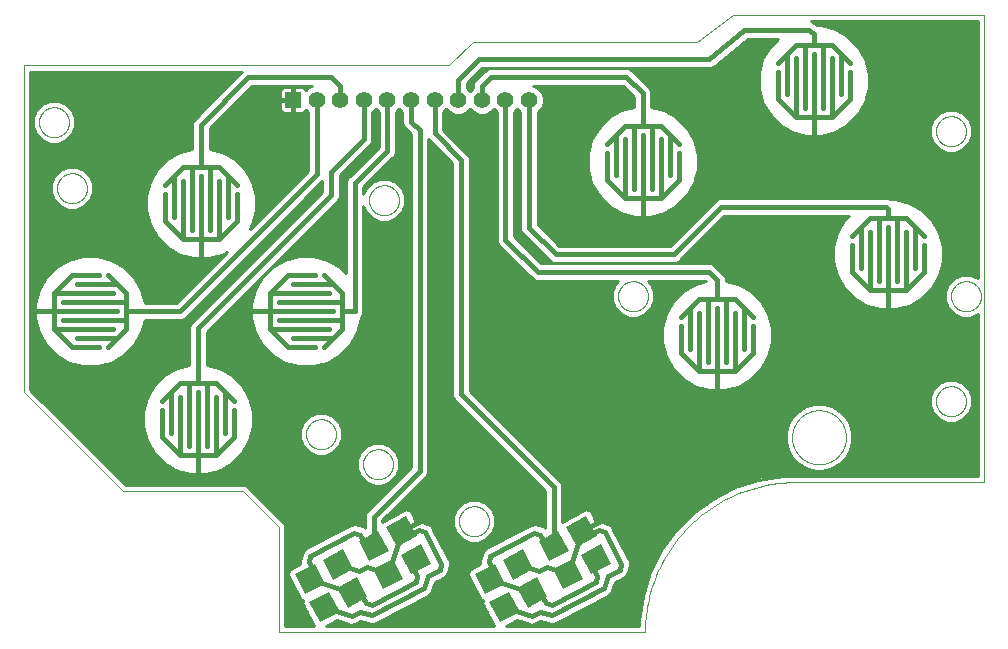
<source format=gtl>
G75*
%MOIN*%
%OFA0B0*%
%FSLAX25Y25*%
%IPPOS*%
%LPD*%
%AMOC8*
5,1,8,0,0,1.08239X$1,22.5*
%
%ADD10C,0.00000*%
%ADD11R,0.05600X0.05600*%
%ADD12C,0.05600*%
%ADD13C,0.01600*%
%ADD14R,0.01600X0.03200*%
%ADD15R,0.07500X0.07500*%
%ADD16R,0.03200X0.01600*%
%ADD17C,0.01000*%
%ADD18C,0.03562*%
D10*
X0037824Y0050942D02*
X0077824Y0050942D01*
X0089824Y0038942D01*
X0089824Y0003942D01*
X0211824Y0003942D01*
X0211839Y0005150D01*
X0211882Y0006358D01*
X0211955Y0007564D01*
X0212057Y0008768D01*
X0212189Y0009969D01*
X0212349Y0011166D01*
X0212538Y0012360D01*
X0212755Y0013548D01*
X0213002Y0014731D01*
X0213277Y0015908D01*
X0213580Y0017077D01*
X0213912Y0018239D01*
X0214271Y0019393D01*
X0214658Y0020537D01*
X0215073Y0021672D01*
X0215515Y0022797D01*
X0215984Y0023910D01*
X0216480Y0025012D01*
X0217003Y0026102D01*
X0217551Y0027178D01*
X0218126Y0028241D01*
X0218726Y0029290D01*
X0219351Y0030324D01*
X0220000Y0031343D01*
X0220675Y0032345D01*
X0221373Y0033331D01*
X0222095Y0034300D01*
X0222840Y0035251D01*
X0223608Y0036184D01*
X0224398Y0037098D01*
X0225211Y0037993D01*
X0226044Y0038868D01*
X0226898Y0039722D01*
X0227773Y0040555D01*
X0228668Y0041368D01*
X0229582Y0042158D01*
X0230515Y0042926D01*
X0231466Y0043671D01*
X0232435Y0044393D01*
X0233421Y0045091D01*
X0234423Y0045766D01*
X0235442Y0046415D01*
X0236476Y0047040D01*
X0237525Y0047640D01*
X0238588Y0048215D01*
X0239664Y0048763D01*
X0240754Y0049286D01*
X0241856Y0049782D01*
X0242969Y0050251D01*
X0244094Y0050693D01*
X0245229Y0051108D01*
X0246373Y0051495D01*
X0247527Y0051854D01*
X0248689Y0052186D01*
X0249858Y0052489D01*
X0251035Y0052764D01*
X0252218Y0053011D01*
X0253406Y0053228D01*
X0254600Y0053417D01*
X0255797Y0053577D01*
X0256998Y0053709D01*
X0258202Y0053811D01*
X0259408Y0053884D01*
X0260616Y0053927D01*
X0261824Y0053942D01*
X0324824Y0053942D01*
X0324824Y0209690D01*
X0241044Y0209690D01*
X0229233Y0200793D01*
X0154430Y0200793D01*
X0146556Y0192919D01*
X0004824Y0192919D01*
X0004824Y0083942D01*
X0037824Y0050942D01*
X0098824Y0069942D02*
X0098826Y0070083D01*
X0098832Y0070224D01*
X0098842Y0070364D01*
X0098856Y0070504D01*
X0098874Y0070644D01*
X0098895Y0070783D01*
X0098921Y0070922D01*
X0098950Y0071060D01*
X0098984Y0071196D01*
X0099021Y0071332D01*
X0099062Y0071467D01*
X0099107Y0071601D01*
X0099156Y0071733D01*
X0099208Y0071864D01*
X0099264Y0071993D01*
X0099324Y0072120D01*
X0099387Y0072246D01*
X0099453Y0072370D01*
X0099524Y0072493D01*
X0099597Y0072613D01*
X0099674Y0072731D01*
X0099754Y0072847D01*
X0099838Y0072960D01*
X0099924Y0073071D01*
X0100014Y0073180D01*
X0100107Y0073286D01*
X0100202Y0073389D01*
X0100301Y0073490D01*
X0100402Y0073588D01*
X0100506Y0073683D01*
X0100613Y0073775D01*
X0100722Y0073864D01*
X0100834Y0073949D01*
X0100948Y0074032D01*
X0101064Y0074112D01*
X0101183Y0074188D01*
X0101304Y0074260D01*
X0101426Y0074330D01*
X0101551Y0074395D01*
X0101677Y0074458D01*
X0101805Y0074516D01*
X0101935Y0074571D01*
X0102066Y0074623D01*
X0102199Y0074670D01*
X0102333Y0074714D01*
X0102468Y0074755D01*
X0102604Y0074791D01*
X0102741Y0074823D01*
X0102879Y0074852D01*
X0103017Y0074877D01*
X0103157Y0074897D01*
X0103297Y0074914D01*
X0103437Y0074927D01*
X0103578Y0074936D01*
X0103718Y0074941D01*
X0103859Y0074942D01*
X0104000Y0074939D01*
X0104141Y0074932D01*
X0104281Y0074921D01*
X0104421Y0074906D01*
X0104561Y0074887D01*
X0104700Y0074865D01*
X0104838Y0074838D01*
X0104976Y0074808D01*
X0105112Y0074773D01*
X0105248Y0074735D01*
X0105382Y0074693D01*
X0105516Y0074647D01*
X0105648Y0074598D01*
X0105778Y0074544D01*
X0105907Y0074487D01*
X0106034Y0074427D01*
X0106160Y0074363D01*
X0106283Y0074295D01*
X0106405Y0074224D01*
X0106525Y0074150D01*
X0106642Y0074072D01*
X0106757Y0073991D01*
X0106870Y0073907D01*
X0106981Y0073820D01*
X0107089Y0073729D01*
X0107194Y0073636D01*
X0107297Y0073539D01*
X0107397Y0073440D01*
X0107494Y0073338D01*
X0107588Y0073233D01*
X0107679Y0073126D01*
X0107767Y0073016D01*
X0107852Y0072904D01*
X0107934Y0072789D01*
X0108013Y0072672D01*
X0108088Y0072553D01*
X0108160Y0072432D01*
X0108228Y0072309D01*
X0108293Y0072184D01*
X0108355Y0072057D01*
X0108412Y0071928D01*
X0108467Y0071798D01*
X0108517Y0071667D01*
X0108564Y0071534D01*
X0108607Y0071400D01*
X0108646Y0071264D01*
X0108681Y0071128D01*
X0108713Y0070991D01*
X0108740Y0070853D01*
X0108764Y0070714D01*
X0108784Y0070574D01*
X0108800Y0070434D01*
X0108812Y0070294D01*
X0108820Y0070153D01*
X0108824Y0070012D01*
X0108824Y0069872D01*
X0108820Y0069731D01*
X0108812Y0069590D01*
X0108800Y0069450D01*
X0108784Y0069310D01*
X0108764Y0069170D01*
X0108740Y0069031D01*
X0108713Y0068893D01*
X0108681Y0068756D01*
X0108646Y0068620D01*
X0108607Y0068484D01*
X0108564Y0068350D01*
X0108517Y0068217D01*
X0108467Y0068086D01*
X0108412Y0067956D01*
X0108355Y0067827D01*
X0108293Y0067700D01*
X0108228Y0067575D01*
X0108160Y0067452D01*
X0108088Y0067331D01*
X0108013Y0067212D01*
X0107934Y0067095D01*
X0107852Y0066980D01*
X0107767Y0066868D01*
X0107679Y0066758D01*
X0107588Y0066651D01*
X0107494Y0066546D01*
X0107397Y0066444D01*
X0107297Y0066345D01*
X0107194Y0066248D01*
X0107089Y0066155D01*
X0106981Y0066064D01*
X0106870Y0065977D01*
X0106757Y0065893D01*
X0106642Y0065812D01*
X0106525Y0065734D01*
X0106405Y0065660D01*
X0106283Y0065589D01*
X0106160Y0065521D01*
X0106034Y0065457D01*
X0105907Y0065397D01*
X0105778Y0065340D01*
X0105648Y0065286D01*
X0105516Y0065237D01*
X0105382Y0065191D01*
X0105248Y0065149D01*
X0105112Y0065111D01*
X0104976Y0065076D01*
X0104838Y0065046D01*
X0104700Y0065019D01*
X0104561Y0064997D01*
X0104421Y0064978D01*
X0104281Y0064963D01*
X0104141Y0064952D01*
X0104000Y0064945D01*
X0103859Y0064942D01*
X0103718Y0064943D01*
X0103578Y0064948D01*
X0103437Y0064957D01*
X0103297Y0064970D01*
X0103157Y0064987D01*
X0103017Y0065007D01*
X0102879Y0065032D01*
X0102741Y0065061D01*
X0102604Y0065093D01*
X0102468Y0065129D01*
X0102333Y0065170D01*
X0102199Y0065214D01*
X0102066Y0065261D01*
X0101935Y0065313D01*
X0101805Y0065368D01*
X0101677Y0065426D01*
X0101551Y0065489D01*
X0101426Y0065554D01*
X0101304Y0065624D01*
X0101183Y0065696D01*
X0101064Y0065772D01*
X0100948Y0065852D01*
X0100834Y0065935D01*
X0100722Y0066020D01*
X0100613Y0066109D01*
X0100506Y0066201D01*
X0100402Y0066296D01*
X0100301Y0066394D01*
X0100202Y0066495D01*
X0100107Y0066598D01*
X0100014Y0066704D01*
X0099924Y0066813D01*
X0099838Y0066924D01*
X0099754Y0067037D01*
X0099674Y0067153D01*
X0099597Y0067271D01*
X0099524Y0067391D01*
X0099453Y0067514D01*
X0099387Y0067638D01*
X0099324Y0067764D01*
X0099264Y0067891D01*
X0099208Y0068020D01*
X0099156Y0068151D01*
X0099107Y0068283D01*
X0099062Y0068417D01*
X0099021Y0068552D01*
X0098984Y0068688D01*
X0098950Y0068824D01*
X0098921Y0068962D01*
X0098895Y0069101D01*
X0098874Y0069240D01*
X0098856Y0069380D01*
X0098842Y0069520D01*
X0098832Y0069660D01*
X0098826Y0069801D01*
X0098824Y0069942D01*
X0117824Y0059942D02*
X0117826Y0060083D01*
X0117832Y0060224D01*
X0117842Y0060364D01*
X0117856Y0060504D01*
X0117874Y0060644D01*
X0117895Y0060783D01*
X0117921Y0060922D01*
X0117950Y0061060D01*
X0117984Y0061196D01*
X0118021Y0061332D01*
X0118062Y0061467D01*
X0118107Y0061601D01*
X0118156Y0061733D01*
X0118208Y0061864D01*
X0118264Y0061993D01*
X0118324Y0062120D01*
X0118387Y0062246D01*
X0118453Y0062370D01*
X0118524Y0062493D01*
X0118597Y0062613D01*
X0118674Y0062731D01*
X0118754Y0062847D01*
X0118838Y0062960D01*
X0118924Y0063071D01*
X0119014Y0063180D01*
X0119107Y0063286D01*
X0119202Y0063389D01*
X0119301Y0063490D01*
X0119402Y0063588D01*
X0119506Y0063683D01*
X0119613Y0063775D01*
X0119722Y0063864D01*
X0119834Y0063949D01*
X0119948Y0064032D01*
X0120064Y0064112D01*
X0120183Y0064188D01*
X0120304Y0064260D01*
X0120426Y0064330D01*
X0120551Y0064395D01*
X0120677Y0064458D01*
X0120805Y0064516D01*
X0120935Y0064571D01*
X0121066Y0064623D01*
X0121199Y0064670D01*
X0121333Y0064714D01*
X0121468Y0064755D01*
X0121604Y0064791D01*
X0121741Y0064823D01*
X0121879Y0064852D01*
X0122017Y0064877D01*
X0122157Y0064897D01*
X0122297Y0064914D01*
X0122437Y0064927D01*
X0122578Y0064936D01*
X0122718Y0064941D01*
X0122859Y0064942D01*
X0123000Y0064939D01*
X0123141Y0064932D01*
X0123281Y0064921D01*
X0123421Y0064906D01*
X0123561Y0064887D01*
X0123700Y0064865D01*
X0123838Y0064838D01*
X0123976Y0064808D01*
X0124112Y0064773D01*
X0124248Y0064735D01*
X0124382Y0064693D01*
X0124516Y0064647D01*
X0124648Y0064598D01*
X0124778Y0064544D01*
X0124907Y0064487D01*
X0125034Y0064427D01*
X0125160Y0064363D01*
X0125283Y0064295D01*
X0125405Y0064224D01*
X0125525Y0064150D01*
X0125642Y0064072D01*
X0125757Y0063991D01*
X0125870Y0063907D01*
X0125981Y0063820D01*
X0126089Y0063729D01*
X0126194Y0063636D01*
X0126297Y0063539D01*
X0126397Y0063440D01*
X0126494Y0063338D01*
X0126588Y0063233D01*
X0126679Y0063126D01*
X0126767Y0063016D01*
X0126852Y0062904D01*
X0126934Y0062789D01*
X0127013Y0062672D01*
X0127088Y0062553D01*
X0127160Y0062432D01*
X0127228Y0062309D01*
X0127293Y0062184D01*
X0127355Y0062057D01*
X0127412Y0061928D01*
X0127467Y0061798D01*
X0127517Y0061667D01*
X0127564Y0061534D01*
X0127607Y0061400D01*
X0127646Y0061264D01*
X0127681Y0061128D01*
X0127713Y0060991D01*
X0127740Y0060853D01*
X0127764Y0060714D01*
X0127784Y0060574D01*
X0127800Y0060434D01*
X0127812Y0060294D01*
X0127820Y0060153D01*
X0127824Y0060012D01*
X0127824Y0059872D01*
X0127820Y0059731D01*
X0127812Y0059590D01*
X0127800Y0059450D01*
X0127784Y0059310D01*
X0127764Y0059170D01*
X0127740Y0059031D01*
X0127713Y0058893D01*
X0127681Y0058756D01*
X0127646Y0058620D01*
X0127607Y0058484D01*
X0127564Y0058350D01*
X0127517Y0058217D01*
X0127467Y0058086D01*
X0127412Y0057956D01*
X0127355Y0057827D01*
X0127293Y0057700D01*
X0127228Y0057575D01*
X0127160Y0057452D01*
X0127088Y0057331D01*
X0127013Y0057212D01*
X0126934Y0057095D01*
X0126852Y0056980D01*
X0126767Y0056868D01*
X0126679Y0056758D01*
X0126588Y0056651D01*
X0126494Y0056546D01*
X0126397Y0056444D01*
X0126297Y0056345D01*
X0126194Y0056248D01*
X0126089Y0056155D01*
X0125981Y0056064D01*
X0125870Y0055977D01*
X0125757Y0055893D01*
X0125642Y0055812D01*
X0125525Y0055734D01*
X0125405Y0055660D01*
X0125283Y0055589D01*
X0125160Y0055521D01*
X0125034Y0055457D01*
X0124907Y0055397D01*
X0124778Y0055340D01*
X0124648Y0055286D01*
X0124516Y0055237D01*
X0124382Y0055191D01*
X0124248Y0055149D01*
X0124112Y0055111D01*
X0123976Y0055076D01*
X0123838Y0055046D01*
X0123700Y0055019D01*
X0123561Y0054997D01*
X0123421Y0054978D01*
X0123281Y0054963D01*
X0123141Y0054952D01*
X0123000Y0054945D01*
X0122859Y0054942D01*
X0122718Y0054943D01*
X0122578Y0054948D01*
X0122437Y0054957D01*
X0122297Y0054970D01*
X0122157Y0054987D01*
X0122017Y0055007D01*
X0121879Y0055032D01*
X0121741Y0055061D01*
X0121604Y0055093D01*
X0121468Y0055129D01*
X0121333Y0055170D01*
X0121199Y0055214D01*
X0121066Y0055261D01*
X0120935Y0055313D01*
X0120805Y0055368D01*
X0120677Y0055426D01*
X0120551Y0055489D01*
X0120426Y0055554D01*
X0120304Y0055624D01*
X0120183Y0055696D01*
X0120064Y0055772D01*
X0119948Y0055852D01*
X0119834Y0055935D01*
X0119722Y0056020D01*
X0119613Y0056109D01*
X0119506Y0056201D01*
X0119402Y0056296D01*
X0119301Y0056394D01*
X0119202Y0056495D01*
X0119107Y0056598D01*
X0119014Y0056704D01*
X0118924Y0056813D01*
X0118838Y0056924D01*
X0118754Y0057037D01*
X0118674Y0057153D01*
X0118597Y0057271D01*
X0118524Y0057391D01*
X0118453Y0057514D01*
X0118387Y0057638D01*
X0118324Y0057764D01*
X0118264Y0057891D01*
X0118208Y0058020D01*
X0118156Y0058151D01*
X0118107Y0058283D01*
X0118062Y0058417D01*
X0118021Y0058552D01*
X0117984Y0058688D01*
X0117950Y0058824D01*
X0117921Y0058962D01*
X0117895Y0059101D01*
X0117874Y0059240D01*
X0117856Y0059380D01*
X0117842Y0059520D01*
X0117832Y0059660D01*
X0117826Y0059801D01*
X0117824Y0059942D01*
X0149824Y0040942D02*
X0149826Y0041083D01*
X0149832Y0041224D01*
X0149842Y0041364D01*
X0149856Y0041504D01*
X0149874Y0041644D01*
X0149895Y0041783D01*
X0149921Y0041922D01*
X0149950Y0042060D01*
X0149984Y0042196D01*
X0150021Y0042332D01*
X0150062Y0042467D01*
X0150107Y0042601D01*
X0150156Y0042733D01*
X0150208Y0042864D01*
X0150264Y0042993D01*
X0150324Y0043120D01*
X0150387Y0043246D01*
X0150453Y0043370D01*
X0150524Y0043493D01*
X0150597Y0043613D01*
X0150674Y0043731D01*
X0150754Y0043847D01*
X0150838Y0043960D01*
X0150924Y0044071D01*
X0151014Y0044180D01*
X0151107Y0044286D01*
X0151202Y0044389D01*
X0151301Y0044490D01*
X0151402Y0044588D01*
X0151506Y0044683D01*
X0151613Y0044775D01*
X0151722Y0044864D01*
X0151834Y0044949D01*
X0151948Y0045032D01*
X0152064Y0045112D01*
X0152183Y0045188D01*
X0152304Y0045260D01*
X0152426Y0045330D01*
X0152551Y0045395D01*
X0152677Y0045458D01*
X0152805Y0045516D01*
X0152935Y0045571D01*
X0153066Y0045623D01*
X0153199Y0045670D01*
X0153333Y0045714D01*
X0153468Y0045755D01*
X0153604Y0045791D01*
X0153741Y0045823D01*
X0153879Y0045852D01*
X0154017Y0045877D01*
X0154157Y0045897D01*
X0154297Y0045914D01*
X0154437Y0045927D01*
X0154578Y0045936D01*
X0154718Y0045941D01*
X0154859Y0045942D01*
X0155000Y0045939D01*
X0155141Y0045932D01*
X0155281Y0045921D01*
X0155421Y0045906D01*
X0155561Y0045887D01*
X0155700Y0045865D01*
X0155838Y0045838D01*
X0155976Y0045808D01*
X0156112Y0045773D01*
X0156248Y0045735D01*
X0156382Y0045693D01*
X0156516Y0045647D01*
X0156648Y0045598D01*
X0156778Y0045544D01*
X0156907Y0045487D01*
X0157034Y0045427D01*
X0157160Y0045363D01*
X0157283Y0045295D01*
X0157405Y0045224D01*
X0157525Y0045150D01*
X0157642Y0045072D01*
X0157757Y0044991D01*
X0157870Y0044907D01*
X0157981Y0044820D01*
X0158089Y0044729D01*
X0158194Y0044636D01*
X0158297Y0044539D01*
X0158397Y0044440D01*
X0158494Y0044338D01*
X0158588Y0044233D01*
X0158679Y0044126D01*
X0158767Y0044016D01*
X0158852Y0043904D01*
X0158934Y0043789D01*
X0159013Y0043672D01*
X0159088Y0043553D01*
X0159160Y0043432D01*
X0159228Y0043309D01*
X0159293Y0043184D01*
X0159355Y0043057D01*
X0159412Y0042928D01*
X0159467Y0042798D01*
X0159517Y0042667D01*
X0159564Y0042534D01*
X0159607Y0042400D01*
X0159646Y0042264D01*
X0159681Y0042128D01*
X0159713Y0041991D01*
X0159740Y0041853D01*
X0159764Y0041714D01*
X0159784Y0041574D01*
X0159800Y0041434D01*
X0159812Y0041294D01*
X0159820Y0041153D01*
X0159824Y0041012D01*
X0159824Y0040872D01*
X0159820Y0040731D01*
X0159812Y0040590D01*
X0159800Y0040450D01*
X0159784Y0040310D01*
X0159764Y0040170D01*
X0159740Y0040031D01*
X0159713Y0039893D01*
X0159681Y0039756D01*
X0159646Y0039620D01*
X0159607Y0039484D01*
X0159564Y0039350D01*
X0159517Y0039217D01*
X0159467Y0039086D01*
X0159412Y0038956D01*
X0159355Y0038827D01*
X0159293Y0038700D01*
X0159228Y0038575D01*
X0159160Y0038452D01*
X0159088Y0038331D01*
X0159013Y0038212D01*
X0158934Y0038095D01*
X0158852Y0037980D01*
X0158767Y0037868D01*
X0158679Y0037758D01*
X0158588Y0037651D01*
X0158494Y0037546D01*
X0158397Y0037444D01*
X0158297Y0037345D01*
X0158194Y0037248D01*
X0158089Y0037155D01*
X0157981Y0037064D01*
X0157870Y0036977D01*
X0157757Y0036893D01*
X0157642Y0036812D01*
X0157525Y0036734D01*
X0157405Y0036660D01*
X0157283Y0036589D01*
X0157160Y0036521D01*
X0157034Y0036457D01*
X0156907Y0036397D01*
X0156778Y0036340D01*
X0156648Y0036286D01*
X0156516Y0036237D01*
X0156382Y0036191D01*
X0156248Y0036149D01*
X0156112Y0036111D01*
X0155976Y0036076D01*
X0155838Y0036046D01*
X0155700Y0036019D01*
X0155561Y0035997D01*
X0155421Y0035978D01*
X0155281Y0035963D01*
X0155141Y0035952D01*
X0155000Y0035945D01*
X0154859Y0035942D01*
X0154718Y0035943D01*
X0154578Y0035948D01*
X0154437Y0035957D01*
X0154297Y0035970D01*
X0154157Y0035987D01*
X0154017Y0036007D01*
X0153879Y0036032D01*
X0153741Y0036061D01*
X0153604Y0036093D01*
X0153468Y0036129D01*
X0153333Y0036170D01*
X0153199Y0036214D01*
X0153066Y0036261D01*
X0152935Y0036313D01*
X0152805Y0036368D01*
X0152677Y0036426D01*
X0152551Y0036489D01*
X0152426Y0036554D01*
X0152304Y0036624D01*
X0152183Y0036696D01*
X0152064Y0036772D01*
X0151948Y0036852D01*
X0151834Y0036935D01*
X0151722Y0037020D01*
X0151613Y0037109D01*
X0151506Y0037201D01*
X0151402Y0037296D01*
X0151301Y0037394D01*
X0151202Y0037495D01*
X0151107Y0037598D01*
X0151014Y0037704D01*
X0150924Y0037813D01*
X0150838Y0037924D01*
X0150754Y0038037D01*
X0150674Y0038153D01*
X0150597Y0038271D01*
X0150524Y0038391D01*
X0150453Y0038514D01*
X0150387Y0038638D01*
X0150324Y0038764D01*
X0150264Y0038891D01*
X0150208Y0039020D01*
X0150156Y0039151D01*
X0150107Y0039283D01*
X0150062Y0039417D01*
X0150021Y0039552D01*
X0149984Y0039688D01*
X0149950Y0039824D01*
X0149921Y0039962D01*
X0149895Y0040101D01*
X0149874Y0040240D01*
X0149856Y0040380D01*
X0149842Y0040520D01*
X0149832Y0040660D01*
X0149826Y0040801D01*
X0149824Y0040942D01*
X0202824Y0115942D02*
X0202826Y0116083D01*
X0202832Y0116224D01*
X0202842Y0116364D01*
X0202856Y0116504D01*
X0202874Y0116644D01*
X0202895Y0116783D01*
X0202921Y0116922D01*
X0202950Y0117060D01*
X0202984Y0117196D01*
X0203021Y0117332D01*
X0203062Y0117467D01*
X0203107Y0117601D01*
X0203156Y0117733D01*
X0203208Y0117864D01*
X0203264Y0117993D01*
X0203324Y0118120D01*
X0203387Y0118246D01*
X0203453Y0118370D01*
X0203524Y0118493D01*
X0203597Y0118613D01*
X0203674Y0118731D01*
X0203754Y0118847D01*
X0203838Y0118960D01*
X0203924Y0119071D01*
X0204014Y0119180D01*
X0204107Y0119286D01*
X0204202Y0119389D01*
X0204301Y0119490D01*
X0204402Y0119588D01*
X0204506Y0119683D01*
X0204613Y0119775D01*
X0204722Y0119864D01*
X0204834Y0119949D01*
X0204948Y0120032D01*
X0205064Y0120112D01*
X0205183Y0120188D01*
X0205304Y0120260D01*
X0205426Y0120330D01*
X0205551Y0120395D01*
X0205677Y0120458D01*
X0205805Y0120516D01*
X0205935Y0120571D01*
X0206066Y0120623D01*
X0206199Y0120670D01*
X0206333Y0120714D01*
X0206468Y0120755D01*
X0206604Y0120791D01*
X0206741Y0120823D01*
X0206879Y0120852D01*
X0207017Y0120877D01*
X0207157Y0120897D01*
X0207297Y0120914D01*
X0207437Y0120927D01*
X0207578Y0120936D01*
X0207718Y0120941D01*
X0207859Y0120942D01*
X0208000Y0120939D01*
X0208141Y0120932D01*
X0208281Y0120921D01*
X0208421Y0120906D01*
X0208561Y0120887D01*
X0208700Y0120865D01*
X0208838Y0120838D01*
X0208976Y0120808D01*
X0209112Y0120773D01*
X0209248Y0120735D01*
X0209382Y0120693D01*
X0209516Y0120647D01*
X0209648Y0120598D01*
X0209778Y0120544D01*
X0209907Y0120487D01*
X0210034Y0120427D01*
X0210160Y0120363D01*
X0210283Y0120295D01*
X0210405Y0120224D01*
X0210525Y0120150D01*
X0210642Y0120072D01*
X0210757Y0119991D01*
X0210870Y0119907D01*
X0210981Y0119820D01*
X0211089Y0119729D01*
X0211194Y0119636D01*
X0211297Y0119539D01*
X0211397Y0119440D01*
X0211494Y0119338D01*
X0211588Y0119233D01*
X0211679Y0119126D01*
X0211767Y0119016D01*
X0211852Y0118904D01*
X0211934Y0118789D01*
X0212013Y0118672D01*
X0212088Y0118553D01*
X0212160Y0118432D01*
X0212228Y0118309D01*
X0212293Y0118184D01*
X0212355Y0118057D01*
X0212412Y0117928D01*
X0212467Y0117798D01*
X0212517Y0117667D01*
X0212564Y0117534D01*
X0212607Y0117400D01*
X0212646Y0117264D01*
X0212681Y0117128D01*
X0212713Y0116991D01*
X0212740Y0116853D01*
X0212764Y0116714D01*
X0212784Y0116574D01*
X0212800Y0116434D01*
X0212812Y0116294D01*
X0212820Y0116153D01*
X0212824Y0116012D01*
X0212824Y0115872D01*
X0212820Y0115731D01*
X0212812Y0115590D01*
X0212800Y0115450D01*
X0212784Y0115310D01*
X0212764Y0115170D01*
X0212740Y0115031D01*
X0212713Y0114893D01*
X0212681Y0114756D01*
X0212646Y0114620D01*
X0212607Y0114484D01*
X0212564Y0114350D01*
X0212517Y0114217D01*
X0212467Y0114086D01*
X0212412Y0113956D01*
X0212355Y0113827D01*
X0212293Y0113700D01*
X0212228Y0113575D01*
X0212160Y0113452D01*
X0212088Y0113331D01*
X0212013Y0113212D01*
X0211934Y0113095D01*
X0211852Y0112980D01*
X0211767Y0112868D01*
X0211679Y0112758D01*
X0211588Y0112651D01*
X0211494Y0112546D01*
X0211397Y0112444D01*
X0211297Y0112345D01*
X0211194Y0112248D01*
X0211089Y0112155D01*
X0210981Y0112064D01*
X0210870Y0111977D01*
X0210757Y0111893D01*
X0210642Y0111812D01*
X0210525Y0111734D01*
X0210405Y0111660D01*
X0210283Y0111589D01*
X0210160Y0111521D01*
X0210034Y0111457D01*
X0209907Y0111397D01*
X0209778Y0111340D01*
X0209648Y0111286D01*
X0209516Y0111237D01*
X0209382Y0111191D01*
X0209248Y0111149D01*
X0209112Y0111111D01*
X0208976Y0111076D01*
X0208838Y0111046D01*
X0208700Y0111019D01*
X0208561Y0110997D01*
X0208421Y0110978D01*
X0208281Y0110963D01*
X0208141Y0110952D01*
X0208000Y0110945D01*
X0207859Y0110942D01*
X0207718Y0110943D01*
X0207578Y0110948D01*
X0207437Y0110957D01*
X0207297Y0110970D01*
X0207157Y0110987D01*
X0207017Y0111007D01*
X0206879Y0111032D01*
X0206741Y0111061D01*
X0206604Y0111093D01*
X0206468Y0111129D01*
X0206333Y0111170D01*
X0206199Y0111214D01*
X0206066Y0111261D01*
X0205935Y0111313D01*
X0205805Y0111368D01*
X0205677Y0111426D01*
X0205551Y0111489D01*
X0205426Y0111554D01*
X0205304Y0111624D01*
X0205183Y0111696D01*
X0205064Y0111772D01*
X0204948Y0111852D01*
X0204834Y0111935D01*
X0204722Y0112020D01*
X0204613Y0112109D01*
X0204506Y0112201D01*
X0204402Y0112296D01*
X0204301Y0112394D01*
X0204202Y0112495D01*
X0204107Y0112598D01*
X0204014Y0112704D01*
X0203924Y0112813D01*
X0203838Y0112924D01*
X0203754Y0113037D01*
X0203674Y0113153D01*
X0203597Y0113271D01*
X0203524Y0113391D01*
X0203453Y0113514D01*
X0203387Y0113638D01*
X0203324Y0113764D01*
X0203264Y0113891D01*
X0203208Y0114020D01*
X0203156Y0114151D01*
X0203107Y0114283D01*
X0203062Y0114417D01*
X0203021Y0114552D01*
X0202984Y0114688D01*
X0202950Y0114824D01*
X0202921Y0114962D01*
X0202895Y0115101D01*
X0202874Y0115240D01*
X0202856Y0115380D01*
X0202842Y0115520D01*
X0202832Y0115660D01*
X0202826Y0115801D01*
X0202824Y0115942D01*
X0260824Y0068942D02*
X0260827Y0069163D01*
X0260835Y0069384D01*
X0260848Y0069604D01*
X0260867Y0069824D01*
X0260892Y0070044D01*
X0260921Y0070263D01*
X0260957Y0070481D01*
X0260997Y0070698D01*
X0261043Y0070914D01*
X0261094Y0071129D01*
X0261150Y0071342D01*
X0261212Y0071555D01*
X0261278Y0071765D01*
X0261350Y0071974D01*
X0261427Y0072181D01*
X0261509Y0072386D01*
X0261596Y0072589D01*
X0261688Y0072790D01*
X0261785Y0072989D01*
X0261887Y0073185D01*
X0261993Y0073378D01*
X0262104Y0073569D01*
X0262220Y0073757D01*
X0262341Y0073942D01*
X0262466Y0074124D01*
X0262595Y0074303D01*
X0262729Y0074479D01*
X0262867Y0074652D01*
X0263009Y0074821D01*
X0263155Y0074986D01*
X0263306Y0075148D01*
X0263460Y0075306D01*
X0263618Y0075460D01*
X0263780Y0075611D01*
X0263945Y0075757D01*
X0264114Y0075899D01*
X0264287Y0076037D01*
X0264463Y0076171D01*
X0264642Y0076300D01*
X0264824Y0076425D01*
X0265009Y0076546D01*
X0265197Y0076662D01*
X0265388Y0076773D01*
X0265581Y0076879D01*
X0265777Y0076981D01*
X0265976Y0077078D01*
X0266177Y0077170D01*
X0266380Y0077257D01*
X0266585Y0077339D01*
X0266792Y0077416D01*
X0267001Y0077488D01*
X0267211Y0077554D01*
X0267424Y0077616D01*
X0267637Y0077672D01*
X0267852Y0077723D01*
X0268068Y0077769D01*
X0268285Y0077809D01*
X0268503Y0077845D01*
X0268722Y0077874D01*
X0268942Y0077899D01*
X0269162Y0077918D01*
X0269382Y0077931D01*
X0269603Y0077939D01*
X0269824Y0077942D01*
X0270045Y0077939D01*
X0270266Y0077931D01*
X0270486Y0077918D01*
X0270706Y0077899D01*
X0270926Y0077874D01*
X0271145Y0077845D01*
X0271363Y0077809D01*
X0271580Y0077769D01*
X0271796Y0077723D01*
X0272011Y0077672D01*
X0272224Y0077616D01*
X0272437Y0077554D01*
X0272647Y0077488D01*
X0272856Y0077416D01*
X0273063Y0077339D01*
X0273268Y0077257D01*
X0273471Y0077170D01*
X0273672Y0077078D01*
X0273871Y0076981D01*
X0274067Y0076879D01*
X0274260Y0076773D01*
X0274451Y0076662D01*
X0274639Y0076546D01*
X0274824Y0076425D01*
X0275006Y0076300D01*
X0275185Y0076171D01*
X0275361Y0076037D01*
X0275534Y0075899D01*
X0275703Y0075757D01*
X0275868Y0075611D01*
X0276030Y0075460D01*
X0276188Y0075306D01*
X0276342Y0075148D01*
X0276493Y0074986D01*
X0276639Y0074821D01*
X0276781Y0074652D01*
X0276919Y0074479D01*
X0277053Y0074303D01*
X0277182Y0074124D01*
X0277307Y0073942D01*
X0277428Y0073757D01*
X0277544Y0073569D01*
X0277655Y0073378D01*
X0277761Y0073185D01*
X0277863Y0072989D01*
X0277960Y0072790D01*
X0278052Y0072589D01*
X0278139Y0072386D01*
X0278221Y0072181D01*
X0278298Y0071974D01*
X0278370Y0071765D01*
X0278436Y0071555D01*
X0278498Y0071342D01*
X0278554Y0071129D01*
X0278605Y0070914D01*
X0278651Y0070698D01*
X0278691Y0070481D01*
X0278727Y0070263D01*
X0278756Y0070044D01*
X0278781Y0069824D01*
X0278800Y0069604D01*
X0278813Y0069384D01*
X0278821Y0069163D01*
X0278824Y0068942D01*
X0278821Y0068721D01*
X0278813Y0068500D01*
X0278800Y0068280D01*
X0278781Y0068060D01*
X0278756Y0067840D01*
X0278727Y0067621D01*
X0278691Y0067403D01*
X0278651Y0067186D01*
X0278605Y0066970D01*
X0278554Y0066755D01*
X0278498Y0066542D01*
X0278436Y0066329D01*
X0278370Y0066119D01*
X0278298Y0065910D01*
X0278221Y0065703D01*
X0278139Y0065498D01*
X0278052Y0065295D01*
X0277960Y0065094D01*
X0277863Y0064895D01*
X0277761Y0064699D01*
X0277655Y0064506D01*
X0277544Y0064315D01*
X0277428Y0064127D01*
X0277307Y0063942D01*
X0277182Y0063760D01*
X0277053Y0063581D01*
X0276919Y0063405D01*
X0276781Y0063232D01*
X0276639Y0063063D01*
X0276493Y0062898D01*
X0276342Y0062736D01*
X0276188Y0062578D01*
X0276030Y0062424D01*
X0275868Y0062273D01*
X0275703Y0062127D01*
X0275534Y0061985D01*
X0275361Y0061847D01*
X0275185Y0061713D01*
X0275006Y0061584D01*
X0274824Y0061459D01*
X0274639Y0061338D01*
X0274451Y0061222D01*
X0274260Y0061111D01*
X0274067Y0061005D01*
X0273871Y0060903D01*
X0273672Y0060806D01*
X0273471Y0060714D01*
X0273268Y0060627D01*
X0273063Y0060545D01*
X0272856Y0060468D01*
X0272647Y0060396D01*
X0272437Y0060330D01*
X0272224Y0060268D01*
X0272011Y0060212D01*
X0271796Y0060161D01*
X0271580Y0060115D01*
X0271363Y0060075D01*
X0271145Y0060039D01*
X0270926Y0060010D01*
X0270706Y0059985D01*
X0270486Y0059966D01*
X0270266Y0059953D01*
X0270045Y0059945D01*
X0269824Y0059942D01*
X0269603Y0059945D01*
X0269382Y0059953D01*
X0269162Y0059966D01*
X0268942Y0059985D01*
X0268722Y0060010D01*
X0268503Y0060039D01*
X0268285Y0060075D01*
X0268068Y0060115D01*
X0267852Y0060161D01*
X0267637Y0060212D01*
X0267424Y0060268D01*
X0267211Y0060330D01*
X0267001Y0060396D01*
X0266792Y0060468D01*
X0266585Y0060545D01*
X0266380Y0060627D01*
X0266177Y0060714D01*
X0265976Y0060806D01*
X0265777Y0060903D01*
X0265581Y0061005D01*
X0265388Y0061111D01*
X0265197Y0061222D01*
X0265009Y0061338D01*
X0264824Y0061459D01*
X0264642Y0061584D01*
X0264463Y0061713D01*
X0264287Y0061847D01*
X0264114Y0061985D01*
X0263945Y0062127D01*
X0263780Y0062273D01*
X0263618Y0062424D01*
X0263460Y0062578D01*
X0263306Y0062736D01*
X0263155Y0062898D01*
X0263009Y0063063D01*
X0262867Y0063232D01*
X0262729Y0063405D01*
X0262595Y0063581D01*
X0262466Y0063760D01*
X0262341Y0063942D01*
X0262220Y0064127D01*
X0262104Y0064315D01*
X0261993Y0064506D01*
X0261887Y0064699D01*
X0261785Y0064895D01*
X0261688Y0065094D01*
X0261596Y0065295D01*
X0261509Y0065498D01*
X0261427Y0065703D01*
X0261350Y0065910D01*
X0261278Y0066119D01*
X0261212Y0066329D01*
X0261150Y0066542D01*
X0261094Y0066755D01*
X0261043Y0066970D01*
X0260997Y0067186D01*
X0260957Y0067403D01*
X0260921Y0067621D01*
X0260892Y0067840D01*
X0260867Y0068060D01*
X0260848Y0068280D01*
X0260835Y0068500D01*
X0260827Y0068721D01*
X0260824Y0068942D01*
X0308824Y0080942D02*
X0308826Y0081083D01*
X0308832Y0081224D01*
X0308842Y0081364D01*
X0308856Y0081504D01*
X0308874Y0081644D01*
X0308895Y0081783D01*
X0308921Y0081922D01*
X0308950Y0082060D01*
X0308984Y0082196D01*
X0309021Y0082332D01*
X0309062Y0082467D01*
X0309107Y0082601D01*
X0309156Y0082733D01*
X0309208Y0082864D01*
X0309264Y0082993D01*
X0309324Y0083120D01*
X0309387Y0083246D01*
X0309453Y0083370D01*
X0309524Y0083493D01*
X0309597Y0083613D01*
X0309674Y0083731D01*
X0309754Y0083847D01*
X0309838Y0083960D01*
X0309924Y0084071D01*
X0310014Y0084180D01*
X0310107Y0084286D01*
X0310202Y0084389D01*
X0310301Y0084490D01*
X0310402Y0084588D01*
X0310506Y0084683D01*
X0310613Y0084775D01*
X0310722Y0084864D01*
X0310834Y0084949D01*
X0310948Y0085032D01*
X0311064Y0085112D01*
X0311183Y0085188D01*
X0311304Y0085260D01*
X0311426Y0085330D01*
X0311551Y0085395D01*
X0311677Y0085458D01*
X0311805Y0085516D01*
X0311935Y0085571D01*
X0312066Y0085623D01*
X0312199Y0085670D01*
X0312333Y0085714D01*
X0312468Y0085755D01*
X0312604Y0085791D01*
X0312741Y0085823D01*
X0312879Y0085852D01*
X0313017Y0085877D01*
X0313157Y0085897D01*
X0313297Y0085914D01*
X0313437Y0085927D01*
X0313578Y0085936D01*
X0313718Y0085941D01*
X0313859Y0085942D01*
X0314000Y0085939D01*
X0314141Y0085932D01*
X0314281Y0085921D01*
X0314421Y0085906D01*
X0314561Y0085887D01*
X0314700Y0085865D01*
X0314838Y0085838D01*
X0314976Y0085808D01*
X0315112Y0085773D01*
X0315248Y0085735D01*
X0315382Y0085693D01*
X0315516Y0085647D01*
X0315648Y0085598D01*
X0315778Y0085544D01*
X0315907Y0085487D01*
X0316034Y0085427D01*
X0316160Y0085363D01*
X0316283Y0085295D01*
X0316405Y0085224D01*
X0316525Y0085150D01*
X0316642Y0085072D01*
X0316757Y0084991D01*
X0316870Y0084907D01*
X0316981Y0084820D01*
X0317089Y0084729D01*
X0317194Y0084636D01*
X0317297Y0084539D01*
X0317397Y0084440D01*
X0317494Y0084338D01*
X0317588Y0084233D01*
X0317679Y0084126D01*
X0317767Y0084016D01*
X0317852Y0083904D01*
X0317934Y0083789D01*
X0318013Y0083672D01*
X0318088Y0083553D01*
X0318160Y0083432D01*
X0318228Y0083309D01*
X0318293Y0083184D01*
X0318355Y0083057D01*
X0318412Y0082928D01*
X0318467Y0082798D01*
X0318517Y0082667D01*
X0318564Y0082534D01*
X0318607Y0082400D01*
X0318646Y0082264D01*
X0318681Y0082128D01*
X0318713Y0081991D01*
X0318740Y0081853D01*
X0318764Y0081714D01*
X0318784Y0081574D01*
X0318800Y0081434D01*
X0318812Y0081294D01*
X0318820Y0081153D01*
X0318824Y0081012D01*
X0318824Y0080872D01*
X0318820Y0080731D01*
X0318812Y0080590D01*
X0318800Y0080450D01*
X0318784Y0080310D01*
X0318764Y0080170D01*
X0318740Y0080031D01*
X0318713Y0079893D01*
X0318681Y0079756D01*
X0318646Y0079620D01*
X0318607Y0079484D01*
X0318564Y0079350D01*
X0318517Y0079217D01*
X0318467Y0079086D01*
X0318412Y0078956D01*
X0318355Y0078827D01*
X0318293Y0078700D01*
X0318228Y0078575D01*
X0318160Y0078452D01*
X0318088Y0078331D01*
X0318013Y0078212D01*
X0317934Y0078095D01*
X0317852Y0077980D01*
X0317767Y0077868D01*
X0317679Y0077758D01*
X0317588Y0077651D01*
X0317494Y0077546D01*
X0317397Y0077444D01*
X0317297Y0077345D01*
X0317194Y0077248D01*
X0317089Y0077155D01*
X0316981Y0077064D01*
X0316870Y0076977D01*
X0316757Y0076893D01*
X0316642Y0076812D01*
X0316525Y0076734D01*
X0316405Y0076660D01*
X0316283Y0076589D01*
X0316160Y0076521D01*
X0316034Y0076457D01*
X0315907Y0076397D01*
X0315778Y0076340D01*
X0315648Y0076286D01*
X0315516Y0076237D01*
X0315382Y0076191D01*
X0315248Y0076149D01*
X0315112Y0076111D01*
X0314976Y0076076D01*
X0314838Y0076046D01*
X0314700Y0076019D01*
X0314561Y0075997D01*
X0314421Y0075978D01*
X0314281Y0075963D01*
X0314141Y0075952D01*
X0314000Y0075945D01*
X0313859Y0075942D01*
X0313718Y0075943D01*
X0313578Y0075948D01*
X0313437Y0075957D01*
X0313297Y0075970D01*
X0313157Y0075987D01*
X0313017Y0076007D01*
X0312879Y0076032D01*
X0312741Y0076061D01*
X0312604Y0076093D01*
X0312468Y0076129D01*
X0312333Y0076170D01*
X0312199Y0076214D01*
X0312066Y0076261D01*
X0311935Y0076313D01*
X0311805Y0076368D01*
X0311677Y0076426D01*
X0311551Y0076489D01*
X0311426Y0076554D01*
X0311304Y0076624D01*
X0311183Y0076696D01*
X0311064Y0076772D01*
X0310948Y0076852D01*
X0310834Y0076935D01*
X0310722Y0077020D01*
X0310613Y0077109D01*
X0310506Y0077201D01*
X0310402Y0077296D01*
X0310301Y0077394D01*
X0310202Y0077495D01*
X0310107Y0077598D01*
X0310014Y0077704D01*
X0309924Y0077813D01*
X0309838Y0077924D01*
X0309754Y0078037D01*
X0309674Y0078153D01*
X0309597Y0078271D01*
X0309524Y0078391D01*
X0309453Y0078514D01*
X0309387Y0078638D01*
X0309324Y0078764D01*
X0309264Y0078891D01*
X0309208Y0079020D01*
X0309156Y0079151D01*
X0309107Y0079283D01*
X0309062Y0079417D01*
X0309021Y0079552D01*
X0308984Y0079688D01*
X0308950Y0079824D01*
X0308921Y0079962D01*
X0308895Y0080101D01*
X0308874Y0080240D01*
X0308856Y0080380D01*
X0308842Y0080520D01*
X0308832Y0080660D01*
X0308826Y0080801D01*
X0308824Y0080942D01*
X0313824Y0115942D02*
X0313826Y0116083D01*
X0313832Y0116224D01*
X0313842Y0116364D01*
X0313856Y0116504D01*
X0313874Y0116644D01*
X0313895Y0116783D01*
X0313921Y0116922D01*
X0313950Y0117060D01*
X0313984Y0117196D01*
X0314021Y0117332D01*
X0314062Y0117467D01*
X0314107Y0117601D01*
X0314156Y0117733D01*
X0314208Y0117864D01*
X0314264Y0117993D01*
X0314324Y0118120D01*
X0314387Y0118246D01*
X0314453Y0118370D01*
X0314524Y0118493D01*
X0314597Y0118613D01*
X0314674Y0118731D01*
X0314754Y0118847D01*
X0314838Y0118960D01*
X0314924Y0119071D01*
X0315014Y0119180D01*
X0315107Y0119286D01*
X0315202Y0119389D01*
X0315301Y0119490D01*
X0315402Y0119588D01*
X0315506Y0119683D01*
X0315613Y0119775D01*
X0315722Y0119864D01*
X0315834Y0119949D01*
X0315948Y0120032D01*
X0316064Y0120112D01*
X0316183Y0120188D01*
X0316304Y0120260D01*
X0316426Y0120330D01*
X0316551Y0120395D01*
X0316677Y0120458D01*
X0316805Y0120516D01*
X0316935Y0120571D01*
X0317066Y0120623D01*
X0317199Y0120670D01*
X0317333Y0120714D01*
X0317468Y0120755D01*
X0317604Y0120791D01*
X0317741Y0120823D01*
X0317879Y0120852D01*
X0318017Y0120877D01*
X0318157Y0120897D01*
X0318297Y0120914D01*
X0318437Y0120927D01*
X0318578Y0120936D01*
X0318718Y0120941D01*
X0318859Y0120942D01*
X0319000Y0120939D01*
X0319141Y0120932D01*
X0319281Y0120921D01*
X0319421Y0120906D01*
X0319561Y0120887D01*
X0319700Y0120865D01*
X0319838Y0120838D01*
X0319976Y0120808D01*
X0320112Y0120773D01*
X0320248Y0120735D01*
X0320382Y0120693D01*
X0320516Y0120647D01*
X0320648Y0120598D01*
X0320778Y0120544D01*
X0320907Y0120487D01*
X0321034Y0120427D01*
X0321160Y0120363D01*
X0321283Y0120295D01*
X0321405Y0120224D01*
X0321525Y0120150D01*
X0321642Y0120072D01*
X0321757Y0119991D01*
X0321870Y0119907D01*
X0321981Y0119820D01*
X0322089Y0119729D01*
X0322194Y0119636D01*
X0322297Y0119539D01*
X0322397Y0119440D01*
X0322494Y0119338D01*
X0322588Y0119233D01*
X0322679Y0119126D01*
X0322767Y0119016D01*
X0322852Y0118904D01*
X0322934Y0118789D01*
X0323013Y0118672D01*
X0323088Y0118553D01*
X0323160Y0118432D01*
X0323228Y0118309D01*
X0323293Y0118184D01*
X0323355Y0118057D01*
X0323412Y0117928D01*
X0323467Y0117798D01*
X0323517Y0117667D01*
X0323564Y0117534D01*
X0323607Y0117400D01*
X0323646Y0117264D01*
X0323681Y0117128D01*
X0323713Y0116991D01*
X0323740Y0116853D01*
X0323764Y0116714D01*
X0323784Y0116574D01*
X0323800Y0116434D01*
X0323812Y0116294D01*
X0323820Y0116153D01*
X0323824Y0116012D01*
X0323824Y0115872D01*
X0323820Y0115731D01*
X0323812Y0115590D01*
X0323800Y0115450D01*
X0323784Y0115310D01*
X0323764Y0115170D01*
X0323740Y0115031D01*
X0323713Y0114893D01*
X0323681Y0114756D01*
X0323646Y0114620D01*
X0323607Y0114484D01*
X0323564Y0114350D01*
X0323517Y0114217D01*
X0323467Y0114086D01*
X0323412Y0113956D01*
X0323355Y0113827D01*
X0323293Y0113700D01*
X0323228Y0113575D01*
X0323160Y0113452D01*
X0323088Y0113331D01*
X0323013Y0113212D01*
X0322934Y0113095D01*
X0322852Y0112980D01*
X0322767Y0112868D01*
X0322679Y0112758D01*
X0322588Y0112651D01*
X0322494Y0112546D01*
X0322397Y0112444D01*
X0322297Y0112345D01*
X0322194Y0112248D01*
X0322089Y0112155D01*
X0321981Y0112064D01*
X0321870Y0111977D01*
X0321757Y0111893D01*
X0321642Y0111812D01*
X0321525Y0111734D01*
X0321405Y0111660D01*
X0321283Y0111589D01*
X0321160Y0111521D01*
X0321034Y0111457D01*
X0320907Y0111397D01*
X0320778Y0111340D01*
X0320648Y0111286D01*
X0320516Y0111237D01*
X0320382Y0111191D01*
X0320248Y0111149D01*
X0320112Y0111111D01*
X0319976Y0111076D01*
X0319838Y0111046D01*
X0319700Y0111019D01*
X0319561Y0110997D01*
X0319421Y0110978D01*
X0319281Y0110963D01*
X0319141Y0110952D01*
X0319000Y0110945D01*
X0318859Y0110942D01*
X0318718Y0110943D01*
X0318578Y0110948D01*
X0318437Y0110957D01*
X0318297Y0110970D01*
X0318157Y0110987D01*
X0318017Y0111007D01*
X0317879Y0111032D01*
X0317741Y0111061D01*
X0317604Y0111093D01*
X0317468Y0111129D01*
X0317333Y0111170D01*
X0317199Y0111214D01*
X0317066Y0111261D01*
X0316935Y0111313D01*
X0316805Y0111368D01*
X0316677Y0111426D01*
X0316551Y0111489D01*
X0316426Y0111554D01*
X0316304Y0111624D01*
X0316183Y0111696D01*
X0316064Y0111772D01*
X0315948Y0111852D01*
X0315834Y0111935D01*
X0315722Y0112020D01*
X0315613Y0112109D01*
X0315506Y0112201D01*
X0315402Y0112296D01*
X0315301Y0112394D01*
X0315202Y0112495D01*
X0315107Y0112598D01*
X0315014Y0112704D01*
X0314924Y0112813D01*
X0314838Y0112924D01*
X0314754Y0113037D01*
X0314674Y0113153D01*
X0314597Y0113271D01*
X0314524Y0113391D01*
X0314453Y0113514D01*
X0314387Y0113638D01*
X0314324Y0113764D01*
X0314264Y0113891D01*
X0314208Y0114020D01*
X0314156Y0114151D01*
X0314107Y0114283D01*
X0314062Y0114417D01*
X0314021Y0114552D01*
X0313984Y0114688D01*
X0313950Y0114824D01*
X0313921Y0114962D01*
X0313895Y0115101D01*
X0313874Y0115240D01*
X0313856Y0115380D01*
X0313842Y0115520D01*
X0313832Y0115660D01*
X0313826Y0115801D01*
X0313824Y0115942D01*
X0308824Y0170942D02*
X0308826Y0171083D01*
X0308832Y0171224D01*
X0308842Y0171364D01*
X0308856Y0171504D01*
X0308874Y0171644D01*
X0308895Y0171783D01*
X0308921Y0171922D01*
X0308950Y0172060D01*
X0308984Y0172196D01*
X0309021Y0172332D01*
X0309062Y0172467D01*
X0309107Y0172601D01*
X0309156Y0172733D01*
X0309208Y0172864D01*
X0309264Y0172993D01*
X0309324Y0173120D01*
X0309387Y0173246D01*
X0309453Y0173370D01*
X0309524Y0173493D01*
X0309597Y0173613D01*
X0309674Y0173731D01*
X0309754Y0173847D01*
X0309838Y0173960D01*
X0309924Y0174071D01*
X0310014Y0174180D01*
X0310107Y0174286D01*
X0310202Y0174389D01*
X0310301Y0174490D01*
X0310402Y0174588D01*
X0310506Y0174683D01*
X0310613Y0174775D01*
X0310722Y0174864D01*
X0310834Y0174949D01*
X0310948Y0175032D01*
X0311064Y0175112D01*
X0311183Y0175188D01*
X0311304Y0175260D01*
X0311426Y0175330D01*
X0311551Y0175395D01*
X0311677Y0175458D01*
X0311805Y0175516D01*
X0311935Y0175571D01*
X0312066Y0175623D01*
X0312199Y0175670D01*
X0312333Y0175714D01*
X0312468Y0175755D01*
X0312604Y0175791D01*
X0312741Y0175823D01*
X0312879Y0175852D01*
X0313017Y0175877D01*
X0313157Y0175897D01*
X0313297Y0175914D01*
X0313437Y0175927D01*
X0313578Y0175936D01*
X0313718Y0175941D01*
X0313859Y0175942D01*
X0314000Y0175939D01*
X0314141Y0175932D01*
X0314281Y0175921D01*
X0314421Y0175906D01*
X0314561Y0175887D01*
X0314700Y0175865D01*
X0314838Y0175838D01*
X0314976Y0175808D01*
X0315112Y0175773D01*
X0315248Y0175735D01*
X0315382Y0175693D01*
X0315516Y0175647D01*
X0315648Y0175598D01*
X0315778Y0175544D01*
X0315907Y0175487D01*
X0316034Y0175427D01*
X0316160Y0175363D01*
X0316283Y0175295D01*
X0316405Y0175224D01*
X0316525Y0175150D01*
X0316642Y0175072D01*
X0316757Y0174991D01*
X0316870Y0174907D01*
X0316981Y0174820D01*
X0317089Y0174729D01*
X0317194Y0174636D01*
X0317297Y0174539D01*
X0317397Y0174440D01*
X0317494Y0174338D01*
X0317588Y0174233D01*
X0317679Y0174126D01*
X0317767Y0174016D01*
X0317852Y0173904D01*
X0317934Y0173789D01*
X0318013Y0173672D01*
X0318088Y0173553D01*
X0318160Y0173432D01*
X0318228Y0173309D01*
X0318293Y0173184D01*
X0318355Y0173057D01*
X0318412Y0172928D01*
X0318467Y0172798D01*
X0318517Y0172667D01*
X0318564Y0172534D01*
X0318607Y0172400D01*
X0318646Y0172264D01*
X0318681Y0172128D01*
X0318713Y0171991D01*
X0318740Y0171853D01*
X0318764Y0171714D01*
X0318784Y0171574D01*
X0318800Y0171434D01*
X0318812Y0171294D01*
X0318820Y0171153D01*
X0318824Y0171012D01*
X0318824Y0170872D01*
X0318820Y0170731D01*
X0318812Y0170590D01*
X0318800Y0170450D01*
X0318784Y0170310D01*
X0318764Y0170170D01*
X0318740Y0170031D01*
X0318713Y0169893D01*
X0318681Y0169756D01*
X0318646Y0169620D01*
X0318607Y0169484D01*
X0318564Y0169350D01*
X0318517Y0169217D01*
X0318467Y0169086D01*
X0318412Y0168956D01*
X0318355Y0168827D01*
X0318293Y0168700D01*
X0318228Y0168575D01*
X0318160Y0168452D01*
X0318088Y0168331D01*
X0318013Y0168212D01*
X0317934Y0168095D01*
X0317852Y0167980D01*
X0317767Y0167868D01*
X0317679Y0167758D01*
X0317588Y0167651D01*
X0317494Y0167546D01*
X0317397Y0167444D01*
X0317297Y0167345D01*
X0317194Y0167248D01*
X0317089Y0167155D01*
X0316981Y0167064D01*
X0316870Y0166977D01*
X0316757Y0166893D01*
X0316642Y0166812D01*
X0316525Y0166734D01*
X0316405Y0166660D01*
X0316283Y0166589D01*
X0316160Y0166521D01*
X0316034Y0166457D01*
X0315907Y0166397D01*
X0315778Y0166340D01*
X0315648Y0166286D01*
X0315516Y0166237D01*
X0315382Y0166191D01*
X0315248Y0166149D01*
X0315112Y0166111D01*
X0314976Y0166076D01*
X0314838Y0166046D01*
X0314700Y0166019D01*
X0314561Y0165997D01*
X0314421Y0165978D01*
X0314281Y0165963D01*
X0314141Y0165952D01*
X0314000Y0165945D01*
X0313859Y0165942D01*
X0313718Y0165943D01*
X0313578Y0165948D01*
X0313437Y0165957D01*
X0313297Y0165970D01*
X0313157Y0165987D01*
X0313017Y0166007D01*
X0312879Y0166032D01*
X0312741Y0166061D01*
X0312604Y0166093D01*
X0312468Y0166129D01*
X0312333Y0166170D01*
X0312199Y0166214D01*
X0312066Y0166261D01*
X0311935Y0166313D01*
X0311805Y0166368D01*
X0311677Y0166426D01*
X0311551Y0166489D01*
X0311426Y0166554D01*
X0311304Y0166624D01*
X0311183Y0166696D01*
X0311064Y0166772D01*
X0310948Y0166852D01*
X0310834Y0166935D01*
X0310722Y0167020D01*
X0310613Y0167109D01*
X0310506Y0167201D01*
X0310402Y0167296D01*
X0310301Y0167394D01*
X0310202Y0167495D01*
X0310107Y0167598D01*
X0310014Y0167704D01*
X0309924Y0167813D01*
X0309838Y0167924D01*
X0309754Y0168037D01*
X0309674Y0168153D01*
X0309597Y0168271D01*
X0309524Y0168391D01*
X0309453Y0168514D01*
X0309387Y0168638D01*
X0309324Y0168764D01*
X0309264Y0168891D01*
X0309208Y0169020D01*
X0309156Y0169151D01*
X0309107Y0169283D01*
X0309062Y0169417D01*
X0309021Y0169552D01*
X0308984Y0169688D01*
X0308950Y0169824D01*
X0308921Y0169962D01*
X0308895Y0170101D01*
X0308874Y0170240D01*
X0308856Y0170380D01*
X0308842Y0170520D01*
X0308832Y0170660D01*
X0308826Y0170801D01*
X0308824Y0170942D01*
X0119824Y0147942D02*
X0119826Y0148083D01*
X0119832Y0148224D01*
X0119842Y0148364D01*
X0119856Y0148504D01*
X0119874Y0148644D01*
X0119895Y0148783D01*
X0119921Y0148922D01*
X0119950Y0149060D01*
X0119984Y0149196D01*
X0120021Y0149332D01*
X0120062Y0149467D01*
X0120107Y0149601D01*
X0120156Y0149733D01*
X0120208Y0149864D01*
X0120264Y0149993D01*
X0120324Y0150120D01*
X0120387Y0150246D01*
X0120453Y0150370D01*
X0120524Y0150493D01*
X0120597Y0150613D01*
X0120674Y0150731D01*
X0120754Y0150847D01*
X0120838Y0150960D01*
X0120924Y0151071D01*
X0121014Y0151180D01*
X0121107Y0151286D01*
X0121202Y0151389D01*
X0121301Y0151490D01*
X0121402Y0151588D01*
X0121506Y0151683D01*
X0121613Y0151775D01*
X0121722Y0151864D01*
X0121834Y0151949D01*
X0121948Y0152032D01*
X0122064Y0152112D01*
X0122183Y0152188D01*
X0122304Y0152260D01*
X0122426Y0152330D01*
X0122551Y0152395D01*
X0122677Y0152458D01*
X0122805Y0152516D01*
X0122935Y0152571D01*
X0123066Y0152623D01*
X0123199Y0152670D01*
X0123333Y0152714D01*
X0123468Y0152755D01*
X0123604Y0152791D01*
X0123741Y0152823D01*
X0123879Y0152852D01*
X0124017Y0152877D01*
X0124157Y0152897D01*
X0124297Y0152914D01*
X0124437Y0152927D01*
X0124578Y0152936D01*
X0124718Y0152941D01*
X0124859Y0152942D01*
X0125000Y0152939D01*
X0125141Y0152932D01*
X0125281Y0152921D01*
X0125421Y0152906D01*
X0125561Y0152887D01*
X0125700Y0152865D01*
X0125838Y0152838D01*
X0125976Y0152808D01*
X0126112Y0152773D01*
X0126248Y0152735D01*
X0126382Y0152693D01*
X0126516Y0152647D01*
X0126648Y0152598D01*
X0126778Y0152544D01*
X0126907Y0152487D01*
X0127034Y0152427D01*
X0127160Y0152363D01*
X0127283Y0152295D01*
X0127405Y0152224D01*
X0127525Y0152150D01*
X0127642Y0152072D01*
X0127757Y0151991D01*
X0127870Y0151907D01*
X0127981Y0151820D01*
X0128089Y0151729D01*
X0128194Y0151636D01*
X0128297Y0151539D01*
X0128397Y0151440D01*
X0128494Y0151338D01*
X0128588Y0151233D01*
X0128679Y0151126D01*
X0128767Y0151016D01*
X0128852Y0150904D01*
X0128934Y0150789D01*
X0129013Y0150672D01*
X0129088Y0150553D01*
X0129160Y0150432D01*
X0129228Y0150309D01*
X0129293Y0150184D01*
X0129355Y0150057D01*
X0129412Y0149928D01*
X0129467Y0149798D01*
X0129517Y0149667D01*
X0129564Y0149534D01*
X0129607Y0149400D01*
X0129646Y0149264D01*
X0129681Y0149128D01*
X0129713Y0148991D01*
X0129740Y0148853D01*
X0129764Y0148714D01*
X0129784Y0148574D01*
X0129800Y0148434D01*
X0129812Y0148294D01*
X0129820Y0148153D01*
X0129824Y0148012D01*
X0129824Y0147872D01*
X0129820Y0147731D01*
X0129812Y0147590D01*
X0129800Y0147450D01*
X0129784Y0147310D01*
X0129764Y0147170D01*
X0129740Y0147031D01*
X0129713Y0146893D01*
X0129681Y0146756D01*
X0129646Y0146620D01*
X0129607Y0146484D01*
X0129564Y0146350D01*
X0129517Y0146217D01*
X0129467Y0146086D01*
X0129412Y0145956D01*
X0129355Y0145827D01*
X0129293Y0145700D01*
X0129228Y0145575D01*
X0129160Y0145452D01*
X0129088Y0145331D01*
X0129013Y0145212D01*
X0128934Y0145095D01*
X0128852Y0144980D01*
X0128767Y0144868D01*
X0128679Y0144758D01*
X0128588Y0144651D01*
X0128494Y0144546D01*
X0128397Y0144444D01*
X0128297Y0144345D01*
X0128194Y0144248D01*
X0128089Y0144155D01*
X0127981Y0144064D01*
X0127870Y0143977D01*
X0127757Y0143893D01*
X0127642Y0143812D01*
X0127525Y0143734D01*
X0127405Y0143660D01*
X0127283Y0143589D01*
X0127160Y0143521D01*
X0127034Y0143457D01*
X0126907Y0143397D01*
X0126778Y0143340D01*
X0126648Y0143286D01*
X0126516Y0143237D01*
X0126382Y0143191D01*
X0126248Y0143149D01*
X0126112Y0143111D01*
X0125976Y0143076D01*
X0125838Y0143046D01*
X0125700Y0143019D01*
X0125561Y0142997D01*
X0125421Y0142978D01*
X0125281Y0142963D01*
X0125141Y0142952D01*
X0125000Y0142945D01*
X0124859Y0142942D01*
X0124718Y0142943D01*
X0124578Y0142948D01*
X0124437Y0142957D01*
X0124297Y0142970D01*
X0124157Y0142987D01*
X0124017Y0143007D01*
X0123879Y0143032D01*
X0123741Y0143061D01*
X0123604Y0143093D01*
X0123468Y0143129D01*
X0123333Y0143170D01*
X0123199Y0143214D01*
X0123066Y0143261D01*
X0122935Y0143313D01*
X0122805Y0143368D01*
X0122677Y0143426D01*
X0122551Y0143489D01*
X0122426Y0143554D01*
X0122304Y0143624D01*
X0122183Y0143696D01*
X0122064Y0143772D01*
X0121948Y0143852D01*
X0121834Y0143935D01*
X0121722Y0144020D01*
X0121613Y0144109D01*
X0121506Y0144201D01*
X0121402Y0144296D01*
X0121301Y0144394D01*
X0121202Y0144495D01*
X0121107Y0144598D01*
X0121014Y0144704D01*
X0120924Y0144813D01*
X0120838Y0144924D01*
X0120754Y0145037D01*
X0120674Y0145153D01*
X0120597Y0145271D01*
X0120524Y0145391D01*
X0120453Y0145514D01*
X0120387Y0145638D01*
X0120324Y0145764D01*
X0120264Y0145891D01*
X0120208Y0146020D01*
X0120156Y0146151D01*
X0120107Y0146283D01*
X0120062Y0146417D01*
X0120021Y0146552D01*
X0119984Y0146688D01*
X0119950Y0146824D01*
X0119921Y0146962D01*
X0119895Y0147101D01*
X0119874Y0147240D01*
X0119856Y0147380D01*
X0119842Y0147520D01*
X0119832Y0147660D01*
X0119826Y0147801D01*
X0119824Y0147942D01*
X0015824Y0151942D02*
X0015826Y0152083D01*
X0015832Y0152224D01*
X0015842Y0152364D01*
X0015856Y0152504D01*
X0015874Y0152644D01*
X0015895Y0152783D01*
X0015921Y0152922D01*
X0015950Y0153060D01*
X0015984Y0153196D01*
X0016021Y0153332D01*
X0016062Y0153467D01*
X0016107Y0153601D01*
X0016156Y0153733D01*
X0016208Y0153864D01*
X0016264Y0153993D01*
X0016324Y0154120D01*
X0016387Y0154246D01*
X0016453Y0154370D01*
X0016524Y0154493D01*
X0016597Y0154613D01*
X0016674Y0154731D01*
X0016754Y0154847D01*
X0016838Y0154960D01*
X0016924Y0155071D01*
X0017014Y0155180D01*
X0017107Y0155286D01*
X0017202Y0155389D01*
X0017301Y0155490D01*
X0017402Y0155588D01*
X0017506Y0155683D01*
X0017613Y0155775D01*
X0017722Y0155864D01*
X0017834Y0155949D01*
X0017948Y0156032D01*
X0018064Y0156112D01*
X0018183Y0156188D01*
X0018304Y0156260D01*
X0018426Y0156330D01*
X0018551Y0156395D01*
X0018677Y0156458D01*
X0018805Y0156516D01*
X0018935Y0156571D01*
X0019066Y0156623D01*
X0019199Y0156670D01*
X0019333Y0156714D01*
X0019468Y0156755D01*
X0019604Y0156791D01*
X0019741Y0156823D01*
X0019879Y0156852D01*
X0020017Y0156877D01*
X0020157Y0156897D01*
X0020297Y0156914D01*
X0020437Y0156927D01*
X0020578Y0156936D01*
X0020718Y0156941D01*
X0020859Y0156942D01*
X0021000Y0156939D01*
X0021141Y0156932D01*
X0021281Y0156921D01*
X0021421Y0156906D01*
X0021561Y0156887D01*
X0021700Y0156865D01*
X0021838Y0156838D01*
X0021976Y0156808D01*
X0022112Y0156773D01*
X0022248Y0156735D01*
X0022382Y0156693D01*
X0022516Y0156647D01*
X0022648Y0156598D01*
X0022778Y0156544D01*
X0022907Y0156487D01*
X0023034Y0156427D01*
X0023160Y0156363D01*
X0023283Y0156295D01*
X0023405Y0156224D01*
X0023525Y0156150D01*
X0023642Y0156072D01*
X0023757Y0155991D01*
X0023870Y0155907D01*
X0023981Y0155820D01*
X0024089Y0155729D01*
X0024194Y0155636D01*
X0024297Y0155539D01*
X0024397Y0155440D01*
X0024494Y0155338D01*
X0024588Y0155233D01*
X0024679Y0155126D01*
X0024767Y0155016D01*
X0024852Y0154904D01*
X0024934Y0154789D01*
X0025013Y0154672D01*
X0025088Y0154553D01*
X0025160Y0154432D01*
X0025228Y0154309D01*
X0025293Y0154184D01*
X0025355Y0154057D01*
X0025412Y0153928D01*
X0025467Y0153798D01*
X0025517Y0153667D01*
X0025564Y0153534D01*
X0025607Y0153400D01*
X0025646Y0153264D01*
X0025681Y0153128D01*
X0025713Y0152991D01*
X0025740Y0152853D01*
X0025764Y0152714D01*
X0025784Y0152574D01*
X0025800Y0152434D01*
X0025812Y0152294D01*
X0025820Y0152153D01*
X0025824Y0152012D01*
X0025824Y0151872D01*
X0025820Y0151731D01*
X0025812Y0151590D01*
X0025800Y0151450D01*
X0025784Y0151310D01*
X0025764Y0151170D01*
X0025740Y0151031D01*
X0025713Y0150893D01*
X0025681Y0150756D01*
X0025646Y0150620D01*
X0025607Y0150484D01*
X0025564Y0150350D01*
X0025517Y0150217D01*
X0025467Y0150086D01*
X0025412Y0149956D01*
X0025355Y0149827D01*
X0025293Y0149700D01*
X0025228Y0149575D01*
X0025160Y0149452D01*
X0025088Y0149331D01*
X0025013Y0149212D01*
X0024934Y0149095D01*
X0024852Y0148980D01*
X0024767Y0148868D01*
X0024679Y0148758D01*
X0024588Y0148651D01*
X0024494Y0148546D01*
X0024397Y0148444D01*
X0024297Y0148345D01*
X0024194Y0148248D01*
X0024089Y0148155D01*
X0023981Y0148064D01*
X0023870Y0147977D01*
X0023757Y0147893D01*
X0023642Y0147812D01*
X0023525Y0147734D01*
X0023405Y0147660D01*
X0023283Y0147589D01*
X0023160Y0147521D01*
X0023034Y0147457D01*
X0022907Y0147397D01*
X0022778Y0147340D01*
X0022648Y0147286D01*
X0022516Y0147237D01*
X0022382Y0147191D01*
X0022248Y0147149D01*
X0022112Y0147111D01*
X0021976Y0147076D01*
X0021838Y0147046D01*
X0021700Y0147019D01*
X0021561Y0146997D01*
X0021421Y0146978D01*
X0021281Y0146963D01*
X0021141Y0146952D01*
X0021000Y0146945D01*
X0020859Y0146942D01*
X0020718Y0146943D01*
X0020578Y0146948D01*
X0020437Y0146957D01*
X0020297Y0146970D01*
X0020157Y0146987D01*
X0020017Y0147007D01*
X0019879Y0147032D01*
X0019741Y0147061D01*
X0019604Y0147093D01*
X0019468Y0147129D01*
X0019333Y0147170D01*
X0019199Y0147214D01*
X0019066Y0147261D01*
X0018935Y0147313D01*
X0018805Y0147368D01*
X0018677Y0147426D01*
X0018551Y0147489D01*
X0018426Y0147554D01*
X0018304Y0147624D01*
X0018183Y0147696D01*
X0018064Y0147772D01*
X0017948Y0147852D01*
X0017834Y0147935D01*
X0017722Y0148020D01*
X0017613Y0148109D01*
X0017506Y0148201D01*
X0017402Y0148296D01*
X0017301Y0148394D01*
X0017202Y0148495D01*
X0017107Y0148598D01*
X0017014Y0148704D01*
X0016924Y0148813D01*
X0016838Y0148924D01*
X0016754Y0149037D01*
X0016674Y0149153D01*
X0016597Y0149271D01*
X0016524Y0149391D01*
X0016453Y0149514D01*
X0016387Y0149638D01*
X0016324Y0149764D01*
X0016264Y0149891D01*
X0016208Y0150020D01*
X0016156Y0150151D01*
X0016107Y0150283D01*
X0016062Y0150417D01*
X0016021Y0150552D01*
X0015984Y0150688D01*
X0015950Y0150824D01*
X0015921Y0150962D01*
X0015895Y0151101D01*
X0015874Y0151240D01*
X0015856Y0151380D01*
X0015842Y0151520D01*
X0015832Y0151660D01*
X0015826Y0151801D01*
X0015824Y0151942D01*
X0009824Y0173942D02*
X0009826Y0174083D01*
X0009832Y0174224D01*
X0009842Y0174364D01*
X0009856Y0174504D01*
X0009874Y0174644D01*
X0009895Y0174783D01*
X0009921Y0174922D01*
X0009950Y0175060D01*
X0009984Y0175196D01*
X0010021Y0175332D01*
X0010062Y0175467D01*
X0010107Y0175601D01*
X0010156Y0175733D01*
X0010208Y0175864D01*
X0010264Y0175993D01*
X0010324Y0176120D01*
X0010387Y0176246D01*
X0010453Y0176370D01*
X0010524Y0176493D01*
X0010597Y0176613D01*
X0010674Y0176731D01*
X0010754Y0176847D01*
X0010838Y0176960D01*
X0010924Y0177071D01*
X0011014Y0177180D01*
X0011107Y0177286D01*
X0011202Y0177389D01*
X0011301Y0177490D01*
X0011402Y0177588D01*
X0011506Y0177683D01*
X0011613Y0177775D01*
X0011722Y0177864D01*
X0011834Y0177949D01*
X0011948Y0178032D01*
X0012064Y0178112D01*
X0012183Y0178188D01*
X0012304Y0178260D01*
X0012426Y0178330D01*
X0012551Y0178395D01*
X0012677Y0178458D01*
X0012805Y0178516D01*
X0012935Y0178571D01*
X0013066Y0178623D01*
X0013199Y0178670D01*
X0013333Y0178714D01*
X0013468Y0178755D01*
X0013604Y0178791D01*
X0013741Y0178823D01*
X0013879Y0178852D01*
X0014017Y0178877D01*
X0014157Y0178897D01*
X0014297Y0178914D01*
X0014437Y0178927D01*
X0014578Y0178936D01*
X0014718Y0178941D01*
X0014859Y0178942D01*
X0015000Y0178939D01*
X0015141Y0178932D01*
X0015281Y0178921D01*
X0015421Y0178906D01*
X0015561Y0178887D01*
X0015700Y0178865D01*
X0015838Y0178838D01*
X0015976Y0178808D01*
X0016112Y0178773D01*
X0016248Y0178735D01*
X0016382Y0178693D01*
X0016516Y0178647D01*
X0016648Y0178598D01*
X0016778Y0178544D01*
X0016907Y0178487D01*
X0017034Y0178427D01*
X0017160Y0178363D01*
X0017283Y0178295D01*
X0017405Y0178224D01*
X0017525Y0178150D01*
X0017642Y0178072D01*
X0017757Y0177991D01*
X0017870Y0177907D01*
X0017981Y0177820D01*
X0018089Y0177729D01*
X0018194Y0177636D01*
X0018297Y0177539D01*
X0018397Y0177440D01*
X0018494Y0177338D01*
X0018588Y0177233D01*
X0018679Y0177126D01*
X0018767Y0177016D01*
X0018852Y0176904D01*
X0018934Y0176789D01*
X0019013Y0176672D01*
X0019088Y0176553D01*
X0019160Y0176432D01*
X0019228Y0176309D01*
X0019293Y0176184D01*
X0019355Y0176057D01*
X0019412Y0175928D01*
X0019467Y0175798D01*
X0019517Y0175667D01*
X0019564Y0175534D01*
X0019607Y0175400D01*
X0019646Y0175264D01*
X0019681Y0175128D01*
X0019713Y0174991D01*
X0019740Y0174853D01*
X0019764Y0174714D01*
X0019784Y0174574D01*
X0019800Y0174434D01*
X0019812Y0174294D01*
X0019820Y0174153D01*
X0019824Y0174012D01*
X0019824Y0173872D01*
X0019820Y0173731D01*
X0019812Y0173590D01*
X0019800Y0173450D01*
X0019784Y0173310D01*
X0019764Y0173170D01*
X0019740Y0173031D01*
X0019713Y0172893D01*
X0019681Y0172756D01*
X0019646Y0172620D01*
X0019607Y0172484D01*
X0019564Y0172350D01*
X0019517Y0172217D01*
X0019467Y0172086D01*
X0019412Y0171956D01*
X0019355Y0171827D01*
X0019293Y0171700D01*
X0019228Y0171575D01*
X0019160Y0171452D01*
X0019088Y0171331D01*
X0019013Y0171212D01*
X0018934Y0171095D01*
X0018852Y0170980D01*
X0018767Y0170868D01*
X0018679Y0170758D01*
X0018588Y0170651D01*
X0018494Y0170546D01*
X0018397Y0170444D01*
X0018297Y0170345D01*
X0018194Y0170248D01*
X0018089Y0170155D01*
X0017981Y0170064D01*
X0017870Y0169977D01*
X0017757Y0169893D01*
X0017642Y0169812D01*
X0017525Y0169734D01*
X0017405Y0169660D01*
X0017283Y0169589D01*
X0017160Y0169521D01*
X0017034Y0169457D01*
X0016907Y0169397D01*
X0016778Y0169340D01*
X0016648Y0169286D01*
X0016516Y0169237D01*
X0016382Y0169191D01*
X0016248Y0169149D01*
X0016112Y0169111D01*
X0015976Y0169076D01*
X0015838Y0169046D01*
X0015700Y0169019D01*
X0015561Y0168997D01*
X0015421Y0168978D01*
X0015281Y0168963D01*
X0015141Y0168952D01*
X0015000Y0168945D01*
X0014859Y0168942D01*
X0014718Y0168943D01*
X0014578Y0168948D01*
X0014437Y0168957D01*
X0014297Y0168970D01*
X0014157Y0168987D01*
X0014017Y0169007D01*
X0013879Y0169032D01*
X0013741Y0169061D01*
X0013604Y0169093D01*
X0013468Y0169129D01*
X0013333Y0169170D01*
X0013199Y0169214D01*
X0013066Y0169261D01*
X0012935Y0169313D01*
X0012805Y0169368D01*
X0012677Y0169426D01*
X0012551Y0169489D01*
X0012426Y0169554D01*
X0012304Y0169624D01*
X0012183Y0169696D01*
X0012064Y0169772D01*
X0011948Y0169852D01*
X0011834Y0169935D01*
X0011722Y0170020D01*
X0011613Y0170109D01*
X0011506Y0170201D01*
X0011402Y0170296D01*
X0011301Y0170394D01*
X0011202Y0170495D01*
X0011107Y0170598D01*
X0011014Y0170704D01*
X0010924Y0170813D01*
X0010838Y0170924D01*
X0010754Y0171037D01*
X0010674Y0171153D01*
X0010597Y0171271D01*
X0010524Y0171391D01*
X0010453Y0171514D01*
X0010387Y0171638D01*
X0010324Y0171764D01*
X0010264Y0171891D01*
X0010208Y0172020D01*
X0010156Y0172151D01*
X0010107Y0172283D01*
X0010062Y0172417D01*
X0010021Y0172552D01*
X0009984Y0172688D01*
X0009950Y0172824D01*
X0009921Y0172962D01*
X0009895Y0173101D01*
X0009874Y0173240D01*
X0009856Y0173380D01*
X0009842Y0173520D01*
X0009832Y0173660D01*
X0009826Y0173801D01*
X0009824Y0173942D01*
D11*
X0094454Y0181379D03*
D12*
X0102328Y0181379D03*
X0110202Y0181379D03*
X0118076Y0181379D03*
X0125950Y0181379D03*
X0133824Y0181379D03*
X0141698Y0181379D03*
X0149572Y0181379D03*
X0157446Y0181379D03*
X0165320Y0181379D03*
X0173194Y0181379D03*
D13*
X0173194Y0138722D01*
X0181989Y0129927D01*
X0221359Y0129927D01*
X0237107Y0145675D01*
X0292225Y0145675D01*
X0292824Y0145076D01*
X0292824Y0141942D01*
X0289824Y0141942D02*
X0295824Y0141942D01*
X0295824Y0120942D01*
X0298824Y0117942D02*
X0292824Y0117942D01*
X0292824Y0105911D01*
X0292824Y0117942D02*
X0286824Y0117942D01*
X0280824Y0123942D01*
X0280824Y0132942D01*
X0280824Y0135942D02*
X0283824Y0138942D01*
X0283824Y0125442D01*
X0289824Y0120942D02*
X0289824Y0141942D01*
X0286824Y0141942D01*
X0283824Y0138942D01*
X0286824Y0137442D02*
X0286824Y0117942D01*
X0292824Y0117942D02*
X0292824Y0138942D01*
X0295824Y0141942D02*
X0298824Y0141942D01*
X0301824Y0138942D01*
X0304824Y0135942D01*
X0304824Y0132942D02*
X0304824Y0123942D01*
X0298824Y0117942D01*
X0298824Y0137442D01*
X0301824Y0138942D02*
X0301824Y0125442D01*
X0247824Y0108942D02*
X0244824Y0111942D01*
X0244824Y0098442D01*
X0247824Y0096942D02*
X0247824Y0105942D01*
X0244824Y0111942D02*
X0241824Y0114942D01*
X0238824Y0114942D01*
X0238824Y0093942D01*
X0241824Y0090942D02*
X0235824Y0090942D01*
X0235824Y0078942D01*
X0235824Y0090942D02*
X0229824Y0090942D01*
X0223824Y0096942D01*
X0223824Y0105942D01*
X0223824Y0108942D02*
X0226824Y0111942D01*
X0226824Y0098442D01*
X0232824Y0093942D02*
X0232824Y0114942D01*
X0238824Y0114942D01*
X0235824Y0114942D02*
X0235824Y0121368D01*
X0233170Y0124021D01*
X0176083Y0124021D01*
X0165320Y0134785D01*
X0165320Y0181379D01*
X0157446Y0181379D02*
X0157446Y0186092D01*
X0160335Y0188982D01*
X0205611Y0188982D01*
X0211009Y0183584D01*
X0211009Y0172840D01*
X0208009Y0172840D02*
X0214009Y0172840D01*
X0214009Y0151840D01*
X0217009Y0148840D02*
X0211009Y0148840D01*
X0211009Y0137801D01*
X0211009Y0148840D02*
X0205009Y0148840D01*
X0199009Y0154840D01*
X0199009Y0163840D01*
X0199009Y0166840D02*
X0202009Y0169840D01*
X0202009Y0156340D01*
X0208009Y0151840D02*
X0208009Y0172840D01*
X0205009Y0172840D01*
X0202009Y0169840D01*
X0205009Y0168340D02*
X0205009Y0148840D01*
X0211009Y0148840D02*
X0211009Y0169840D01*
X0214009Y0172840D02*
X0217009Y0172840D01*
X0220009Y0169840D01*
X0223009Y0166840D01*
X0220009Y0169840D02*
X0220009Y0156340D01*
X0223009Y0154840D02*
X0223009Y0163840D01*
X0217009Y0168340D02*
X0217009Y0148840D01*
X0223009Y0154840D01*
X0256009Y0181840D02*
X0262009Y0175840D01*
X0262009Y0195340D01*
X0259009Y0196840D02*
X0256009Y0193840D01*
X0256009Y0190840D02*
X0256009Y0181840D01*
X0259009Y0183340D02*
X0259009Y0196840D01*
X0262009Y0199840D01*
X0265009Y0199840D01*
X0265009Y0178840D01*
X0268009Y0175840D02*
X0262009Y0175840D01*
X0268009Y0175840D02*
X0268009Y0163391D01*
X0268009Y0175840D02*
X0268009Y0196840D01*
X0274009Y0195340D02*
X0274009Y0175840D01*
X0280009Y0181840D01*
X0280009Y0190840D01*
X0280009Y0193840D02*
X0277009Y0196840D01*
X0277009Y0183340D01*
X0271009Y0178840D02*
X0271009Y0199840D01*
X0274009Y0199840D01*
X0277009Y0196840D01*
X0271009Y0199840D02*
X0265009Y0199840D01*
X0268009Y0199840D02*
X0268009Y0203356D01*
X0266635Y0204730D01*
X0244981Y0204730D01*
X0233170Y0194887D01*
X0156398Y0194887D01*
X0149572Y0188060D01*
X0149572Y0181379D01*
X0141698Y0181379D02*
X0141698Y0170218D01*
X0150493Y0161423D01*
X0150493Y0083273D01*
X0181387Y0052379D01*
X0181387Y0032716D01*
X0178352Y0033673D02*
X0176967Y0036334D01*
X0174944Y0036972D01*
X0160308Y0029353D01*
X0159670Y0027330D01*
X0161055Y0024669D01*
X0163133Y0020677D02*
X0171226Y0018126D01*
X0177295Y0016212D02*
X0178680Y0013551D01*
X0180704Y0012913D01*
X0195339Y0020532D01*
X0195977Y0022555D01*
X0194592Y0025216D01*
X0199331Y0022610D02*
X0203322Y0024688D01*
X0203960Y0026711D01*
X0198419Y0037355D01*
X0196396Y0037993D01*
X0193735Y0036607D01*
X0190700Y0037564D02*
X0202324Y0043942D01*
X0189744Y0034530D02*
X0187192Y0026437D01*
X0183200Y0024359D02*
X0179154Y0025635D01*
X0176493Y0024250D01*
X0172447Y0025526D01*
X0167982Y0011364D02*
X0174051Y0009450D01*
X0176712Y0010835D01*
X0180758Y0009559D01*
X0198055Y0018563D01*
X0199331Y0022610D01*
X0143960Y0026711D02*
X0138419Y0037355D01*
X0136396Y0037993D01*
X0133735Y0036607D01*
X0130700Y0037564D02*
X0142324Y0043942D01*
X0129744Y0034530D02*
X0127192Y0026437D01*
X0123200Y0024359D02*
X0119154Y0025635D01*
X0116493Y0024250D01*
X0112447Y0025526D01*
X0111226Y0018126D02*
X0103133Y0020677D01*
X0101055Y0024669D02*
X0099670Y0027330D01*
X0100308Y0029353D01*
X0114944Y0036972D01*
X0116967Y0036334D01*
X0118352Y0033673D01*
X0121387Y0032716D02*
X0121387Y0042505D01*
X0136713Y0057832D01*
X0136713Y0171265D01*
X0133824Y0174155D01*
X0133824Y0181379D01*
X0125950Y0181379D02*
X0125950Y0164438D01*
X0115060Y0153549D01*
X0115060Y0110942D01*
X0110824Y0110942D01*
X0110824Y0113942D02*
X0110824Y0107942D01*
X0089824Y0107942D01*
X0086824Y0104942D02*
X0092824Y0098942D01*
X0101824Y0098942D01*
X0104824Y0098942D02*
X0107824Y0101942D01*
X0094324Y0101942D01*
X0086824Y0104942D02*
X0106324Y0104942D01*
X0107824Y0101942D02*
X0110824Y0104942D01*
X0110824Y0107942D01*
X0107824Y0110942D02*
X0086824Y0110942D01*
X0074824Y0110942D01*
X0062824Y0105249D02*
X0062824Y0086942D01*
X0059824Y0086942D02*
X0065824Y0086942D01*
X0065824Y0065942D01*
X0068824Y0062942D02*
X0062824Y0062942D01*
X0062824Y0055919D01*
X0062824Y0062942D02*
X0056824Y0062942D01*
X0050824Y0068942D01*
X0050824Y0077942D01*
X0050824Y0080942D02*
X0053824Y0083942D01*
X0053824Y0070442D01*
X0059824Y0065942D02*
X0059824Y0086942D01*
X0056824Y0086942D01*
X0053824Y0083942D01*
X0056824Y0082442D02*
X0056824Y0062942D01*
X0062824Y0062942D02*
X0062824Y0083942D01*
X0065824Y0086942D02*
X0068824Y0086942D01*
X0071824Y0083942D01*
X0074824Y0080942D01*
X0074824Y0077942D02*
X0074824Y0068942D01*
X0068824Y0062942D01*
X0068824Y0082442D01*
X0071824Y0083942D02*
X0071824Y0070442D01*
X0035824Y0101942D02*
X0032824Y0098942D01*
X0029824Y0098942D02*
X0020824Y0098942D01*
X0014824Y0104942D01*
X0034324Y0104942D01*
X0035824Y0101942D02*
X0022324Y0101942D01*
X0017824Y0107942D02*
X0038824Y0107942D01*
X0038824Y0104942D01*
X0035824Y0101942D01*
X0038824Y0107942D02*
X0038824Y0113942D01*
X0017824Y0113942D01*
X0014824Y0110942D02*
X0007580Y0110942D01*
X0014824Y0110942D02*
X0035824Y0110942D01*
X0038824Y0110942D02*
X0056706Y0110942D01*
X0102328Y0156564D01*
X0102328Y0181379D01*
X0110202Y0181379D02*
X0110202Y0185966D01*
X0107186Y0188982D01*
X0079627Y0188982D01*
X0063824Y0173179D01*
X0063824Y0158942D01*
X0060824Y0158942D02*
X0066824Y0158942D01*
X0066824Y0137942D01*
X0069824Y0134942D02*
X0063824Y0134942D01*
X0063824Y0124942D01*
X0063824Y0134942D02*
X0057824Y0134942D01*
X0051824Y0140942D01*
X0051824Y0149942D01*
X0051824Y0152942D02*
X0054824Y0155942D01*
X0054824Y0142442D01*
X0060824Y0137942D02*
X0060824Y0158942D01*
X0057824Y0158942D01*
X0054824Y0155942D01*
X0057824Y0154442D02*
X0057824Y0134942D01*
X0063824Y0134942D02*
X0063824Y0155942D01*
X0066824Y0158942D02*
X0069824Y0158942D01*
X0072824Y0155942D01*
X0075824Y0152942D01*
X0075824Y0149942D02*
X0075824Y0140942D01*
X0069824Y0134942D01*
X0069824Y0154442D01*
X0072824Y0155942D02*
X0072824Y0142442D01*
X0092824Y0122942D02*
X0101824Y0122942D01*
X0104824Y0122942D02*
X0107824Y0119942D01*
X0094324Y0119942D01*
X0092824Y0122942D02*
X0086824Y0116942D01*
X0106324Y0116942D01*
X0107824Y0119942D02*
X0110824Y0116942D01*
X0110824Y0113942D01*
X0089824Y0113942D01*
X0086824Y0110942D02*
X0086824Y0116942D01*
X0086824Y0110942D02*
X0086824Y0104942D01*
X0062824Y0105249D02*
X0107186Y0149612D01*
X0107186Y0157486D01*
X0118076Y0168375D01*
X0118076Y0181379D01*
X0035824Y0119942D02*
X0032824Y0122942D01*
X0029824Y0122942D02*
X0020824Y0122942D01*
X0014824Y0116942D01*
X0034324Y0116942D01*
X0035824Y0119942D02*
X0022324Y0119942D01*
X0014824Y0116942D02*
X0014824Y0110942D01*
X0014824Y0104942D01*
X0038824Y0113942D02*
X0038824Y0116942D01*
X0035824Y0119942D01*
X0143960Y0026711D02*
X0143322Y0024688D01*
X0139331Y0022610D01*
X0138055Y0018563D01*
X0120758Y0009559D01*
X0116712Y0010835D01*
X0114051Y0009450D01*
X0107982Y0011364D01*
X0117295Y0016212D02*
X0118680Y0013551D01*
X0120704Y0012913D01*
X0135339Y0020532D01*
X0135977Y0022555D01*
X0134592Y0025216D01*
X0229824Y0090942D02*
X0229824Y0110442D01*
X0226824Y0111942D02*
X0229824Y0114942D01*
X0232824Y0114942D01*
X0235824Y0111942D02*
X0235824Y0090942D01*
X0229824Y0090942D01*
X0241824Y0090942D02*
X0247824Y0096942D01*
X0241824Y0090942D02*
X0241824Y0110442D01*
X0268009Y0175840D02*
X0274009Y0175840D01*
D14*
X0110824Y0110942D03*
X0086824Y0110942D03*
X0038824Y0110942D03*
X0014824Y0110942D03*
D15*
G36*
X0126444Y0031122D02*
X0119793Y0027659D01*
X0116330Y0034310D01*
X0122981Y0037773D01*
X0126444Y0031122D01*
G37*
G36*
X0126444Y0031122D02*
X0119793Y0027659D01*
X0116330Y0034310D01*
X0122981Y0037773D01*
X0126444Y0031122D01*
G37*
G36*
X0135757Y0035970D02*
X0129106Y0032507D01*
X0125643Y0039158D01*
X0132294Y0042621D01*
X0135757Y0035970D01*
G37*
G36*
X0135757Y0035970D02*
X0129106Y0032507D01*
X0125643Y0039158D01*
X0132294Y0042621D01*
X0135757Y0035970D01*
G37*
G36*
X0140606Y0026657D02*
X0133955Y0023194D01*
X0130492Y0029845D01*
X0137143Y0033308D01*
X0140606Y0026657D01*
G37*
G36*
X0131292Y0021808D02*
X0124641Y0018345D01*
X0121178Y0024996D01*
X0127829Y0028459D01*
X0131292Y0021808D01*
G37*
G36*
X0119317Y0015575D02*
X0112666Y0012112D01*
X0109203Y0018763D01*
X0115854Y0022226D01*
X0119317Y0015575D01*
G37*
G36*
X0110004Y0010726D02*
X0103353Y0007263D01*
X0099890Y0013914D01*
X0106541Y0017377D01*
X0110004Y0010726D01*
G37*
G36*
X0105155Y0020040D02*
X0098504Y0016577D01*
X0095041Y0023228D01*
X0101692Y0026691D01*
X0105155Y0020040D01*
G37*
G36*
X0114469Y0024888D02*
X0107818Y0021425D01*
X0104355Y0028076D01*
X0111006Y0031539D01*
X0114469Y0024888D01*
G37*
G36*
X0165155Y0020040D02*
X0158504Y0016577D01*
X0155041Y0023228D01*
X0161692Y0026691D01*
X0165155Y0020040D01*
G37*
G36*
X0174469Y0024888D02*
X0167818Y0021425D01*
X0164355Y0028076D01*
X0171006Y0031539D01*
X0174469Y0024888D01*
G37*
G36*
X0179317Y0015575D02*
X0172666Y0012112D01*
X0169203Y0018763D01*
X0175854Y0022226D01*
X0179317Y0015575D01*
G37*
G36*
X0191292Y0021808D02*
X0184641Y0018345D01*
X0181178Y0024996D01*
X0187829Y0028459D01*
X0191292Y0021808D01*
G37*
G36*
X0200606Y0026657D02*
X0193955Y0023194D01*
X0190492Y0029845D01*
X0197143Y0033308D01*
X0200606Y0026657D01*
G37*
G36*
X0195757Y0035970D02*
X0189106Y0032507D01*
X0185643Y0039158D01*
X0192294Y0042621D01*
X0195757Y0035970D01*
G37*
G36*
X0195757Y0035970D02*
X0189106Y0032507D01*
X0185643Y0039158D01*
X0192294Y0042621D01*
X0195757Y0035970D01*
G37*
G36*
X0186444Y0031122D02*
X0179793Y0027659D01*
X0176330Y0034310D01*
X0182981Y0037773D01*
X0186444Y0031122D01*
G37*
G36*
X0186444Y0031122D02*
X0179793Y0027659D01*
X0176330Y0034310D01*
X0182981Y0037773D01*
X0186444Y0031122D01*
G37*
G36*
X0170004Y0010726D02*
X0163353Y0007263D01*
X0159890Y0013914D01*
X0166541Y0017377D01*
X0170004Y0010726D01*
G37*
D16*
X0062824Y0062942D03*
X0062824Y0086942D03*
X0063824Y0134942D03*
X0063824Y0158942D03*
X0211009Y0148840D03*
X0211009Y0172840D03*
X0268009Y0175840D03*
X0268009Y0199840D03*
X0292824Y0141942D03*
X0292824Y0117942D03*
X0235824Y0114942D03*
X0235824Y0090942D03*
D17*
X0244597Y0086819D02*
X0309659Y0086819D01*
X0309802Y0086961D02*
X0307805Y0084964D01*
X0306724Y0082355D01*
X0306724Y0079530D01*
X0307805Y0076921D01*
X0309802Y0074923D01*
X0312411Y0073842D01*
X0315236Y0073842D01*
X0317845Y0074923D01*
X0319843Y0076921D01*
X0320924Y0079530D01*
X0320924Y0082355D01*
X0319843Y0084964D01*
X0317845Y0086961D01*
X0315236Y0088042D01*
X0312411Y0088042D01*
X0309802Y0086961D01*
X0308661Y0085820D02*
X0242822Y0085820D01*
X0242906Y0085843D02*
X0247091Y0088259D01*
X0250507Y0091675D01*
X0252923Y0095860D01*
X0254174Y0100527D01*
X0254174Y0105358D01*
X0252923Y0110025D01*
X0250507Y0114210D01*
X0247091Y0117626D01*
X0242906Y0120042D01*
X0238724Y0121163D01*
X0238724Y0121944D01*
X0238282Y0123010D01*
X0235629Y0125664D01*
X0234813Y0126480D01*
X0233747Y0126921D01*
X0177285Y0126921D01*
X0168220Y0135986D01*
X0168220Y0177350D01*
X0169257Y0178387D01*
X0170294Y0177350D01*
X0170294Y0138145D01*
X0170735Y0137079D01*
X0179530Y0128284D01*
X0180346Y0127468D01*
X0181412Y0127027D01*
X0221936Y0127027D01*
X0223002Y0127468D01*
X0223818Y0128284D01*
X0238308Y0142775D01*
X0279705Y0142775D01*
X0278140Y0141210D01*
X0275724Y0137025D01*
X0274474Y0132358D01*
X0274474Y0127527D01*
X0275724Y0122860D01*
X0278140Y0118675D01*
X0281556Y0115259D01*
X0285741Y0112843D01*
X0290408Y0111592D01*
X0295239Y0111592D01*
X0299906Y0112843D01*
X0304091Y0115259D01*
X0307507Y0118675D01*
X0309923Y0122860D01*
X0311174Y0127527D01*
X0311174Y0132358D01*
X0309923Y0137025D01*
X0307507Y0141210D01*
X0304091Y0144626D01*
X0299906Y0147042D01*
X0295239Y0148292D01*
X0293484Y0148292D01*
X0292802Y0148575D01*
X0236530Y0148575D01*
X0235464Y0148133D01*
X0220158Y0132827D01*
X0183190Y0132827D01*
X0176094Y0139923D01*
X0176094Y0177350D01*
X0177348Y0178604D01*
X0178094Y0180405D01*
X0178094Y0182354D01*
X0177348Y0184155D01*
X0175969Y0185533D01*
X0174645Y0186082D01*
X0204410Y0186082D01*
X0208109Y0182383D01*
X0208109Y0179060D01*
X0203926Y0177939D01*
X0199741Y0175524D01*
X0196325Y0172107D01*
X0193909Y0167923D01*
X0192659Y0163256D01*
X0192659Y0158424D01*
X0193909Y0153757D01*
X0196325Y0149573D01*
X0199741Y0146156D01*
X0203926Y0143741D01*
X0208593Y0142490D01*
X0213424Y0142490D01*
X0218091Y0143741D01*
X0222276Y0146156D01*
X0225692Y0149573D01*
X0228108Y0153757D01*
X0229359Y0158424D01*
X0229359Y0163256D01*
X0228108Y0167923D01*
X0225692Y0172107D01*
X0222276Y0175524D01*
X0218091Y0177939D01*
X0213909Y0179060D01*
X0213909Y0184161D01*
X0213467Y0185227D01*
X0208070Y0190624D01*
X0207254Y0191440D01*
X0206188Y0191882D01*
X0159759Y0191882D01*
X0158693Y0191440D01*
X0154987Y0187735D01*
X0154546Y0186669D01*
X0154546Y0185409D01*
X0153509Y0184372D01*
X0152472Y0185409D01*
X0152472Y0186859D01*
X0157600Y0191987D01*
X0233039Y0191987D01*
X0233482Y0191947D01*
X0233611Y0191987D01*
X0233747Y0191987D01*
X0234158Y0192158D01*
X0234583Y0192290D01*
X0234688Y0192377D01*
X0234813Y0192429D01*
X0235128Y0192744D01*
X0246031Y0201830D01*
X0256048Y0201830D01*
X0253325Y0199107D01*
X0250909Y0194923D01*
X0249659Y0190256D01*
X0249659Y0185424D01*
X0250909Y0180757D01*
X0253325Y0176573D01*
X0256741Y0173156D01*
X0260926Y0170741D01*
X0265593Y0169490D01*
X0270424Y0169490D01*
X0275091Y0170741D01*
X0279276Y0173156D01*
X0282692Y0176573D01*
X0285108Y0180757D01*
X0286359Y0185424D01*
X0286359Y0190256D01*
X0285108Y0194923D01*
X0282692Y0199107D01*
X0279276Y0202524D01*
X0275091Y0204939D01*
X0270424Y0206190D01*
X0269276Y0206190D01*
X0268277Y0207188D01*
X0267306Y0207590D01*
X0322724Y0207590D01*
X0322724Y0122012D01*
X0320236Y0123042D01*
X0317411Y0123042D01*
X0314802Y0121961D01*
X0312805Y0119964D01*
X0311724Y0117355D01*
X0311724Y0114530D01*
X0312805Y0111921D01*
X0314802Y0109923D01*
X0317411Y0108842D01*
X0320236Y0108842D01*
X0322724Y0109873D01*
X0322724Y0056042D01*
X0257723Y0056042D01*
X0249624Y0054759D01*
X0249623Y0054759D02*
X0241824Y0052225D01*
X0234517Y0048502D01*
X0227883Y0043682D01*
X0227883Y0043682D01*
X0222084Y0037883D01*
X0217264Y0031249D01*
X0217264Y0031249D01*
X0213541Y0023942D01*
X0213541Y0023942D01*
X0211006Y0016142D01*
X0209724Y0008043D01*
X0209724Y0006042D01*
X0165556Y0006042D01*
X0169199Y0007939D01*
X0172629Y0006858D01*
X0172629Y0006858D01*
X0173729Y0006511D01*
X0174878Y0006611D01*
X0176986Y0007708D01*
X0179336Y0006967D01*
X0179336Y0006967D01*
X0180436Y0006620D01*
X0181586Y0006721D01*
X0198882Y0015725D01*
X0198882Y0015725D01*
X0199906Y0016257D01*
X0200647Y0017141D01*
X0201735Y0020592D01*
X0204150Y0021849D01*
X0205173Y0022382D01*
X0205582Y0022869D01*
X0205915Y0023265D01*
X0206087Y0023811D01*
X0206553Y0025288D01*
X0206899Y0026389D01*
X0206799Y0027538D01*
X0206769Y0027596D01*
X0206266Y0028561D01*
X0201258Y0038182D01*
X0201258Y0038182D01*
X0200725Y0039206D01*
X0200238Y0039615D01*
X0199841Y0039947D01*
X0199296Y0040119D01*
X0197818Y0040585D01*
X0196718Y0040932D01*
X0195594Y0040834D01*
X0193756Y0044363D01*
X0192097Y0044887D01*
X0184287Y0040821D01*
X0184287Y0052956D01*
X0183845Y0054022D01*
X0153393Y0084474D01*
X0153393Y0162000D01*
X0152951Y0163065D01*
X0144598Y0171419D01*
X0144598Y0177350D01*
X0145635Y0178387D01*
X0146796Y0177225D01*
X0148597Y0176479D01*
X0150546Y0176479D01*
X0152347Y0177225D01*
X0153509Y0178387D01*
X0154670Y0177225D01*
X0156471Y0176479D01*
X0158420Y0176479D01*
X0160221Y0177225D01*
X0161383Y0178387D01*
X0162420Y0177350D01*
X0162420Y0134208D01*
X0162861Y0133142D01*
X0174441Y0121563D01*
X0175507Y0121121D01*
X0202961Y0121121D01*
X0201805Y0119964D01*
X0200724Y0117355D01*
X0200724Y0114530D01*
X0201805Y0111921D01*
X0203802Y0109923D01*
X0206411Y0108842D01*
X0209236Y0108842D01*
X0211845Y0109923D01*
X0213843Y0111921D01*
X0214924Y0114530D01*
X0214924Y0117355D01*
X0213843Y0119964D01*
X0212686Y0121121D01*
X0231969Y0121121D01*
X0232138Y0120952D01*
X0228741Y0120042D01*
X0224556Y0117626D01*
X0221140Y0114210D01*
X0218724Y0110025D01*
X0217474Y0105358D01*
X0217474Y0100527D01*
X0218724Y0095860D01*
X0221140Y0091675D01*
X0224556Y0088259D01*
X0228741Y0085843D01*
X0233408Y0084592D01*
X0238239Y0084592D01*
X0242906Y0085843D01*
X0239096Y0084822D02*
X0307746Y0084822D01*
X0307332Y0083823D02*
X0154044Y0083823D01*
X0153393Y0084822D02*
X0232552Y0084822D01*
X0228825Y0085820D02*
X0153393Y0085820D01*
X0153393Y0086819D02*
X0227050Y0086819D01*
X0225321Y0087817D02*
X0153393Y0087817D01*
X0153393Y0088816D02*
X0223999Y0088816D01*
X0223001Y0089814D02*
X0153393Y0089814D01*
X0153393Y0090813D02*
X0222002Y0090813D01*
X0221061Y0091811D02*
X0153393Y0091811D01*
X0153393Y0092810D02*
X0220485Y0092810D01*
X0219908Y0093808D02*
X0153393Y0093808D01*
X0153393Y0094807D02*
X0219332Y0094807D01*
X0218755Y0095805D02*
X0153393Y0095805D01*
X0153393Y0096804D02*
X0218471Y0096804D01*
X0218204Y0097802D02*
X0153393Y0097802D01*
X0153393Y0098801D02*
X0217936Y0098801D01*
X0217668Y0099799D02*
X0153393Y0099799D01*
X0153393Y0100798D02*
X0217474Y0100798D01*
X0217474Y0101796D02*
X0153393Y0101796D01*
X0153393Y0102795D02*
X0217474Y0102795D01*
X0217474Y0103793D02*
X0153393Y0103793D01*
X0153393Y0104792D02*
X0217474Y0104792D01*
X0217589Y0105791D02*
X0153393Y0105791D01*
X0153393Y0106789D02*
X0217857Y0106789D01*
X0218125Y0107788D02*
X0153393Y0107788D01*
X0153393Y0108786D02*
X0218392Y0108786D01*
X0218660Y0109785D02*
X0211511Y0109785D01*
X0212705Y0110783D02*
X0219162Y0110783D01*
X0219738Y0111782D02*
X0213704Y0111782D01*
X0214199Y0112780D02*
X0220315Y0112780D01*
X0220891Y0113779D02*
X0214612Y0113779D01*
X0214924Y0114777D02*
X0221708Y0114777D01*
X0222706Y0115776D02*
X0214924Y0115776D01*
X0214924Y0116774D02*
X0223705Y0116774D01*
X0224810Y0117773D02*
X0214750Y0117773D01*
X0214337Y0118771D02*
X0226540Y0118771D01*
X0228269Y0119770D02*
X0213923Y0119770D01*
X0213039Y0120768D02*
X0231452Y0120768D01*
X0236530Y0124762D02*
X0275214Y0124762D01*
X0275482Y0123764D02*
X0237529Y0123764D01*
X0238384Y0122765D02*
X0275779Y0122765D01*
X0276355Y0121767D02*
X0238724Y0121767D01*
X0240196Y0120768D02*
X0276932Y0120768D01*
X0277508Y0119770D02*
X0243378Y0119770D01*
X0245107Y0118771D02*
X0278085Y0118771D01*
X0279042Y0117773D02*
X0246837Y0117773D01*
X0247943Y0116774D02*
X0280041Y0116774D01*
X0281040Y0115776D02*
X0248941Y0115776D01*
X0249940Y0114777D02*
X0282391Y0114777D01*
X0284120Y0113779D02*
X0250756Y0113779D01*
X0251333Y0112780D02*
X0285975Y0112780D01*
X0289702Y0111782D02*
X0251909Y0111782D01*
X0252486Y0110783D02*
X0313942Y0110783D01*
X0312943Y0111782D02*
X0295946Y0111782D01*
X0299672Y0112780D02*
X0312448Y0112780D01*
X0312035Y0113779D02*
X0301527Y0113779D01*
X0303257Y0114777D02*
X0311724Y0114777D01*
X0311724Y0115776D02*
X0304608Y0115776D01*
X0305606Y0116774D02*
X0311724Y0116774D01*
X0311897Y0117773D02*
X0306605Y0117773D01*
X0307563Y0118771D02*
X0312310Y0118771D01*
X0312724Y0119770D02*
X0308139Y0119770D01*
X0308716Y0120768D02*
X0313609Y0120768D01*
X0314607Y0121767D02*
X0309292Y0121767D01*
X0309869Y0122765D02*
X0316742Y0122765D01*
X0320905Y0122765D02*
X0322724Y0122765D01*
X0322724Y0123764D02*
X0310165Y0123764D01*
X0310433Y0124762D02*
X0322724Y0124762D01*
X0322724Y0125761D02*
X0310700Y0125761D01*
X0310968Y0126759D02*
X0322724Y0126759D01*
X0322724Y0127758D02*
X0311174Y0127758D01*
X0311174Y0128756D02*
X0322724Y0128756D01*
X0322724Y0129755D02*
X0311174Y0129755D01*
X0311174Y0130753D02*
X0322724Y0130753D01*
X0322724Y0131752D02*
X0311174Y0131752D01*
X0311069Y0132750D02*
X0322724Y0132750D01*
X0322724Y0133749D02*
X0310801Y0133749D01*
X0310533Y0134747D02*
X0322724Y0134747D01*
X0322724Y0135746D02*
X0310266Y0135746D01*
X0309998Y0136744D02*
X0322724Y0136744D01*
X0322724Y0137743D02*
X0309509Y0137743D01*
X0308932Y0138741D02*
X0322724Y0138741D01*
X0322724Y0139740D02*
X0308356Y0139740D01*
X0307779Y0140738D02*
X0322724Y0140738D01*
X0322724Y0141737D02*
X0306980Y0141737D01*
X0305981Y0142735D02*
X0322724Y0142735D01*
X0322724Y0143734D02*
X0304983Y0143734D01*
X0303906Y0144732D02*
X0322724Y0144732D01*
X0322724Y0145731D02*
X0302177Y0145731D01*
X0300447Y0146729D02*
X0322724Y0146729D01*
X0322724Y0147728D02*
X0297346Y0147728D01*
X0279666Y0142735D02*
X0238269Y0142735D01*
X0237271Y0141737D02*
X0278667Y0141737D01*
X0277868Y0140738D02*
X0236272Y0140738D01*
X0235274Y0139740D02*
X0277291Y0139740D01*
X0276715Y0138741D02*
X0234275Y0138741D01*
X0233277Y0137743D02*
X0276139Y0137743D01*
X0275649Y0136744D02*
X0232278Y0136744D01*
X0231280Y0135746D02*
X0275381Y0135746D01*
X0275114Y0134747D02*
X0230281Y0134747D01*
X0229282Y0133749D02*
X0274846Y0133749D01*
X0274579Y0132750D02*
X0228284Y0132750D01*
X0227285Y0131752D02*
X0274474Y0131752D01*
X0274474Y0130753D02*
X0226287Y0130753D01*
X0225288Y0129755D02*
X0274474Y0129755D01*
X0274474Y0128756D02*
X0224290Y0128756D01*
X0223291Y0127758D02*
X0274474Y0127758D01*
X0274679Y0126759D02*
X0234138Y0126759D01*
X0235532Y0125761D02*
X0274947Y0125761D01*
X0252988Y0109785D02*
X0315137Y0109785D01*
X0322511Y0109785D02*
X0322724Y0109785D01*
X0322724Y0108786D02*
X0253255Y0108786D01*
X0253523Y0107788D02*
X0322724Y0107788D01*
X0322724Y0106789D02*
X0253790Y0106789D01*
X0254058Y0105791D02*
X0322724Y0105791D01*
X0322724Y0104792D02*
X0254174Y0104792D01*
X0254174Y0103793D02*
X0322724Y0103793D01*
X0322724Y0102795D02*
X0254174Y0102795D01*
X0254174Y0101796D02*
X0322724Y0101796D01*
X0322724Y0100798D02*
X0254174Y0100798D01*
X0253979Y0099799D02*
X0322724Y0099799D01*
X0322724Y0098801D02*
X0253711Y0098801D01*
X0253444Y0097802D02*
X0322724Y0097802D01*
X0322724Y0096804D02*
X0253176Y0096804D01*
X0252892Y0095805D02*
X0322724Y0095805D01*
X0322724Y0094807D02*
X0252315Y0094807D01*
X0251739Y0093808D02*
X0322724Y0093808D01*
X0322724Y0092810D02*
X0251162Y0092810D01*
X0250586Y0091811D02*
X0322724Y0091811D01*
X0322724Y0090813D02*
X0249645Y0090813D01*
X0248646Y0089814D02*
X0322724Y0089814D01*
X0322724Y0088816D02*
X0247648Y0088816D01*
X0246326Y0087817D02*
X0311868Y0087817D01*
X0315779Y0087817D02*
X0322724Y0087817D01*
X0322724Y0086819D02*
X0317988Y0086819D01*
X0318987Y0085820D02*
X0322724Y0085820D01*
X0322724Y0084822D02*
X0319902Y0084822D01*
X0320315Y0083823D02*
X0322724Y0083823D01*
X0322724Y0082825D02*
X0320729Y0082825D01*
X0320924Y0081826D02*
X0322724Y0081826D01*
X0322724Y0080828D02*
X0320924Y0080828D01*
X0320924Y0079829D02*
X0322724Y0079829D01*
X0322724Y0078831D02*
X0320634Y0078831D01*
X0320220Y0077832D02*
X0322724Y0077832D01*
X0322724Y0076834D02*
X0319756Y0076834D01*
X0318757Y0075835D02*
X0322724Y0075835D01*
X0322724Y0074837D02*
X0317636Y0074837D01*
X0322724Y0073838D02*
X0279814Y0073838D01*
X0280167Y0073227D02*
X0278706Y0075758D01*
X0276639Y0077825D01*
X0274108Y0079286D01*
X0271285Y0080042D01*
X0268362Y0080042D01*
X0265539Y0079286D01*
X0263008Y0077825D01*
X0260941Y0075758D01*
X0259480Y0073227D01*
X0258724Y0070404D01*
X0258724Y0067481D01*
X0259480Y0064658D01*
X0260941Y0062127D01*
X0263008Y0060060D01*
X0265539Y0058599D01*
X0268362Y0057842D01*
X0271285Y0057842D01*
X0274108Y0058599D01*
X0276639Y0060060D01*
X0278706Y0062127D01*
X0280167Y0064658D01*
X0280924Y0067481D01*
X0280924Y0070404D01*
X0280167Y0073227D01*
X0280271Y0072840D02*
X0322724Y0072840D01*
X0322724Y0071841D02*
X0280538Y0071841D01*
X0280806Y0070843D02*
X0322724Y0070843D01*
X0322724Y0069844D02*
X0280924Y0069844D01*
X0280924Y0068846D02*
X0322724Y0068846D01*
X0322724Y0067847D02*
X0280924Y0067847D01*
X0280754Y0066849D02*
X0322724Y0066849D01*
X0322724Y0065850D02*
X0280487Y0065850D01*
X0280219Y0064852D02*
X0322724Y0064852D01*
X0322724Y0063853D02*
X0279702Y0063853D01*
X0279126Y0062855D02*
X0322724Y0062855D01*
X0322724Y0061856D02*
X0278435Y0061856D01*
X0277437Y0060858D02*
X0322724Y0060858D01*
X0322724Y0059859D02*
X0276291Y0059859D01*
X0274561Y0058860D02*
X0322724Y0058860D01*
X0322724Y0057862D02*
X0271358Y0057862D01*
X0268289Y0057862D02*
X0180005Y0057862D01*
X0179007Y0058860D02*
X0265086Y0058860D01*
X0263356Y0059859D02*
X0178008Y0059859D01*
X0177010Y0060858D02*
X0262211Y0060858D01*
X0261212Y0061856D02*
X0176011Y0061856D01*
X0175013Y0062855D02*
X0260521Y0062855D01*
X0259945Y0063853D02*
X0174014Y0063853D01*
X0173016Y0064852D02*
X0259428Y0064852D01*
X0259161Y0065850D02*
X0172017Y0065850D01*
X0171019Y0066849D02*
X0258893Y0066849D01*
X0258724Y0067847D02*
X0170020Y0067847D01*
X0169022Y0068846D02*
X0258724Y0068846D01*
X0258724Y0069844D02*
X0168023Y0069844D01*
X0167025Y0070843D02*
X0258841Y0070843D01*
X0259109Y0071841D02*
X0166026Y0071841D01*
X0165028Y0072840D02*
X0259376Y0072840D01*
X0259833Y0073838D02*
X0164029Y0073838D01*
X0163031Y0074837D02*
X0260410Y0074837D01*
X0261019Y0075835D02*
X0162032Y0075835D01*
X0161034Y0076834D02*
X0262017Y0076834D01*
X0263021Y0077832D02*
X0160035Y0077832D01*
X0159036Y0078831D02*
X0264751Y0078831D01*
X0267567Y0079829D02*
X0158038Y0079829D01*
X0157039Y0080828D02*
X0306724Y0080828D01*
X0306724Y0081826D02*
X0156041Y0081826D01*
X0155042Y0082825D02*
X0306918Y0082825D01*
X0306724Y0079829D02*
X0272080Y0079829D01*
X0274896Y0078831D02*
X0307013Y0078831D01*
X0307427Y0077832D02*
X0276626Y0077832D01*
X0277630Y0076834D02*
X0307891Y0076834D01*
X0308890Y0075835D02*
X0278629Y0075835D01*
X0279238Y0074837D02*
X0310011Y0074837D01*
X0322724Y0056863D02*
X0181004Y0056863D01*
X0182002Y0055865D02*
X0256603Y0055865D01*
X0250299Y0054866D02*
X0183001Y0054866D01*
X0183909Y0053868D02*
X0246880Y0053868D01*
X0249623Y0054759D02*
X0249624Y0054759D01*
X0243807Y0052869D02*
X0184287Y0052869D01*
X0184287Y0051871D02*
X0241129Y0051871D01*
X0241824Y0052225D02*
X0241824Y0052225D01*
X0239169Y0050872D02*
X0184287Y0050872D01*
X0184287Y0049874D02*
X0237209Y0049874D01*
X0235250Y0048875D02*
X0184287Y0048875D01*
X0184287Y0047877D02*
X0233656Y0047877D01*
X0234517Y0048502D02*
X0234517Y0048502D01*
X0232282Y0046878D02*
X0184287Y0046878D01*
X0184287Y0045880D02*
X0230908Y0045880D01*
X0229533Y0044881D02*
X0192113Y0044881D01*
X0192087Y0044881D02*
X0184287Y0044881D01*
X0184287Y0043883D02*
X0190169Y0043883D01*
X0188251Y0042884D02*
X0184287Y0042884D01*
X0184287Y0041886D02*
X0186333Y0041886D01*
X0184415Y0040887D02*
X0184287Y0040887D01*
X0178487Y0040887D02*
X0161924Y0040887D01*
X0161924Y0039889D02*
X0175012Y0039889D01*
X0175266Y0039911D02*
X0174116Y0039810D01*
X0173093Y0039278D01*
X0173093Y0039278D01*
X0159481Y0032192D01*
X0159481Y0032192D01*
X0158457Y0031659D01*
X0158060Y0031185D01*
X0157716Y0030775D01*
X0157531Y0030189D01*
X0157078Y0028752D01*
X0157078Y0028752D01*
X0156744Y0027694D01*
X0156731Y0027652D01*
X0156829Y0026527D01*
X0153299Y0024690D01*
X0152776Y0023031D01*
X0157043Y0014835D01*
X0157893Y0014567D01*
X0157625Y0013717D01*
X0161620Y0006042D01*
X0105556Y0006042D01*
X0109199Y0007939D01*
X0113729Y0006511D01*
X0114878Y0006611D01*
X0115902Y0007144D01*
X0116986Y0007708D01*
X0119336Y0006967D01*
X0119336Y0006967D01*
X0120436Y0006620D01*
X0121586Y0006721D01*
X0138882Y0015725D01*
X0138882Y0015725D01*
X0139906Y0016257D01*
X0140647Y0017141D01*
X0141735Y0020592D01*
X0144150Y0021849D01*
X0145173Y0022382D01*
X0145582Y0022869D01*
X0145915Y0023265D01*
X0146087Y0023811D01*
X0146553Y0025288D01*
X0146899Y0026389D01*
X0146799Y0027538D01*
X0146769Y0027596D01*
X0146266Y0028561D01*
X0141258Y0038182D01*
X0141258Y0038182D01*
X0140725Y0039206D01*
X0140238Y0039615D01*
X0139841Y0039947D01*
X0139296Y0040119D01*
X0137818Y0040585D01*
X0136718Y0040932D01*
X0135594Y0040834D01*
X0133756Y0044363D01*
X0132097Y0044887D01*
X0124287Y0040821D01*
X0124287Y0041304D01*
X0139172Y0056189D01*
X0139613Y0057255D01*
X0139613Y0168201D01*
X0140055Y0167759D01*
X0147593Y0160221D01*
X0147593Y0082696D01*
X0148034Y0081630D01*
X0148850Y0080815D01*
X0178487Y0051178D01*
X0178487Y0038844D01*
X0178389Y0038926D01*
X0178347Y0038939D01*
X0176366Y0039564D01*
X0176366Y0039564D01*
X0175286Y0039904D01*
X0175266Y0039911D01*
X0175336Y0039889D02*
X0178487Y0039889D01*
X0178487Y0038890D02*
X0178432Y0038890D01*
X0178487Y0041886D02*
X0161924Y0041886D01*
X0161924Y0042355D02*
X0160843Y0044964D01*
X0158845Y0046961D01*
X0156236Y0048042D01*
X0153411Y0048042D01*
X0150802Y0046961D01*
X0148805Y0044964D01*
X0147724Y0042355D01*
X0147724Y0039530D01*
X0148805Y0036921D01*
X0150802Y0034923D01*
X0153411Y0033842D01*
X0156236Y0033842D01*
X0158845Y0034923D01*
X0160843Y0036921D01*
X0161924Y0039530D01*
X0161924Y0042355D01*
X0161704Y0042884D02*
X0178487Y0042884D01*
X0178487Y0043883D02*
X0161291Y0043883D01*
X0160877Y0044881D02*
X0178487Y0044881D01*
X0178487Y0045880D02*
X0159927Y0045880D01*
X0158929Y0046878D02*
X0178487Y0046878D01*
X0178487Y0047877D02*
X0156635Y0047877D01*
X0153012Y0047877D02*
X0130859Y0047877D01*
X0129861Y0046878D02*
X0150719Y0046878D01*
X0149720Y0045880D02*
X0128862Y0045880D01*
X0127864Y0044881D02*
X0132087Y0044881D01*
X0132113Y0044881D02*
X0148770Y0044881D01*
X0148357Y0043883D02*
X0134006Y0043883D01*
X0134526Y0042884D02*
X0147943Y0042884D01*
X0147724Y0041886D02*
X0135046Y0041886D01*
X0135566Y0040887D02*
X0136207Y0040887D01*
X0136860Y0040887D02*
X0147724Y0040887D01*
X0147724Y0039889D02*
X0139911Y0039889D01*
X0140889Y0038890D02*
X0147989Y0038890D01*
X0148402Y0037892D02*
X0141409Y0037892D01*
X0141929Y0036893D02*
X0148832Y0036893D01*
X0149830Y0035895D02*
X0142449Y0035895D01*
X0142969Y0034896D02*
X0150867Y0034896D01*
X0153278Y0033898D02*
X0143488Y0033898D01*
X0144008Y0032899D02*
X0160840Y0032899D01*
X0158922Y0031901D02*
X0144528Y0031901D01*
X0145048Y0030902D02*
X0157822Y0030902D01*
X0157441Y0029904D02*
X0145567Y0029904D01*
X0146087Y0028905D02*
X0157126Y0028905D01*
X0156811Y0027907D02*
X0146607Y0027907D01*
X0146266Y0028561D02*
X0146266Y0028561D01*
X0146854Y0026908D02*
X0156796Y0026908D01*
X0155643Y0025910D02*
X0146748Y0025910D01*
X0146553Y0025288D02*
X0146553Y0025288D01*
X0146434Y0024911D02*
X0153725Y0024911D01*
X0153054Y0023913D02*
X0146119Y0023913D01*
X0145620Y0022914D02*
X0152837Y0022914D01*
X0153357Y0021916D02*
X0144278Y0021916D01*
X0144150Y0021849D02*
X0144150Y0021849D01*
X0142360Y0020917D02*
X0153877Y0020917D01*
X0154396Y0019919D02*
X0141523Y0019919D01*
X0141208Y0018920D02*
X0154916Y0018920D01*
X0155436Y0017922D02*
X0140893Y0017922D01*
X0140464Y0016923D02*
X0155956Y0016923D01*
X0156475Y0015924D02*
X0139266Y0015924D01*
X0137348Y0014926D02*
X0156995Y0014926D01*
X0157691Y0013927D02*
X0135430Y0013927D01*
X0133512Y0012929D02*
X0158035Y0012929D01*
X0158555Y0011930D02*
X0131594Y0011930D01*
X0129676Y0010932D02*
X0159074Y0010932D01*
X0159594Y0009933D02*
X0127757Y0009933D01*
X0125839Y0008935D02*
X0160114Y0008935D01*
X0160634Y0007936D02*
X0123921Y0007936D01*
X0122003Y0006938D02*
X0161154Y0006938D01*
X0167276Y0006938D02*
X0172374Y0006938D01*
X0175506Y0006938D02*
X0179428Y0006938D01*
X0182003Y0006938D02*
X0209724Y0006938D01*
X0209724Y0007936D02*
X0183921Y0007936D01*
X0185839Y0008935D02*
X0209865Y0008935D01*
X0210023Y0009933D02*
X0187757Y0009933D01*
X0189676Y0010932D02*
X0210181Y0010932D01*
X0210339Y0011930D02*
X0191594Y0011930D01*
X0193512Y0012929D02*
X0210498Y0012929D01*
X0210656Y0013927D02*
X0195430Y0013927D01*
X0197348Y0014926D02*
X0210814Y0014926D01*
X0210972Y0015924D02*
X0199266Y0015924D01*
X0200464Y0016923D02*
X0211260Y0016923D01*
X0211006Y0016142D02*
X0211006Y0016142D01*
X0211585Y0017922D02*
X0200893Y0017922D01*
X0201208Y0018920D02*
X0211909Y0018920D01*
X0212233Y0019919D02*
X0201523Y0019919D01*
X0202360Y0020917D02*
X0212558Y0020917D01*
X0212882Y0021916D02*
X0204278Y0021916D01*
X0204150Y0021849D02*
X0204150Y0021849D01*
X0205620Y0022914D02*
X0213207Y0022914D01*
X0213531Y0023913D02*
X0206119Y0023913D01*
X0206434Y0024911D02*
X0214035Y0024911D01*
X0214543Y0025910D02*
X0206748Y0025910D01*
X0206553Y0025288D02*
X0206553Y0025288D01*
X0206854Y0026908D02*
X0215052Y0026908D01*
X0215561Y0027907D02*
X0206607Y0027907D01*
X0206266Y0028561D02*
X0206266Y0028561D01*
X0206087Y0028905D02*
X0216070Y0028905D01*
X0216578Y0029904D02*
X0205567Y0029904D01*
X0205048Y0030902D02*
X0217087Y0030902D01*
X0217737Y0031901D02*
X0204528Y0031901D01*
X0204008Y0032899D02*
X0218463Y0032899D01*
X0219188Y0033898D02*
X0203488Y0033898D01*
X0202969Y0034896D02*
X0219914Y0034896D01*
X0220639Y0035895D02*
X0202449Y0035895D01*
X0201929Y0036893D02*
X0221365Y0036893D01*
X0222084Y0037883D02*
X0222084Y0037883D01*
X0222092Y0037892D02*
X0201409Y0037892D01*
X0200889Y0038890D02*
X0223091Y0038890D01*
X0224090Y0039889D02*
X0199911Y0039889D01*
X0197818Y0040585D02*
X0197818Y0040585D01*
X0196860Y0040887D02*
X0225088Y0040887D01*
X0226087Y0041886D02*
X0195046Y0041886D01*
X0194526Y0042884D02*
X0227085Y0042884D01*
X0228159Y0043883D02*
X0194006Y0043883D01*
X0195566Y0040887D02*
X0196207Y0040887D01*
X0178487Y0048875D02*
X0131858Y0048875D01*
X0132856Y0049874D02*
X0178487Y0049874D01*
X0178487Y0050872D02*
X0133855Y0050872D01*
X0134853Y0051871D02*
X0177794Y0051871D01*
X0176795Y0052869D02*
X0135852Y0052869D01*
X0136850Y0053868D02*
X0175797Y0053868D01*
X0174798Y0054866D02*
X0137849Y0054866D01*
X0138847Y0055865D02*
X0173800Y0055865D01*
X0172801Y0056863D02*
X0139451Y0056863D01*
X0139613Y0057862D02*
X0171803Y0057862D01*
X0170804Y0058860D02*
X0139613Y0058860D01*
X0139613Y0059859D02*
X0169806Y0059859D01*
X0168807Y0060858D02*
X0139613Y0060858D01*
X0139613Y0061856D02*
X0167809Y0061856D01*
X0166810Y0062855D02*
X0139613Y0062855D01*
X0139613Y0063853D02*
X0165812Y0063853D01*
X0164813Y0064852D02*
X0139613Y0064852D01*
X0139613Y0065850D02*
X0163815Y0065850D01*
X0162816Y0066849D02*
X0139613Y0066849D01*
X0139613Y0067847D02*
X0161818Y0067847D01*
X0160819Y0068846D02*
X0139613Y0068846D01*
X0139613Y0069844D02*
X0159821Y0069844D01*
X0158822Y0070843D02*
X0139613Y0070843D01*
X0139613Y0071841D02*
X0157824Y0071841D01*
X0156825Y0072840D02*
X0139613Y0072840D01*
X0139613Y0073838D02*
X0155827Y0073838D01*
X0154828Y0074837D02*
X0139613Y0074837D01*
X0139613Y0075835D02*
X0153830Y0075835D01*
X0152831Y0076834D02*
X0139613Y0076834D01*
X0139613Y0077832D02*
X0151833Y0077832D01*
X0150834Y0078831D02*
X0139613Y0078831D01*
X0139613Y0079829D02*
X0149836Y0079829D01*
X0148837Y0080828D02*
X0139613Y0080828D01*
X0139613Y0081826D02*
X0147953Y0081826D01*
X0147593Y0082825D02*
X0139613Y0082825D01*
X0139613Y0083823D02*
X0147593Y0083823D01*
X0147593Y0084822D02*
X0139613Y0084822D01*
X0139613Y0085820D02*
X0147593Y0085820D01*
X0147593Y0086819D02*
X0139613Y0086819D01*
X0139613Y0087817D02*
X0147593Y0087817D01*
X0147593Y0088816D02*
X0139613Y0088816D01*
X0139613Y0089814D02*
X0147593Y0089814D01*
X0147593Y0090813D02*
X0139613Y0090813D01*
X0139613Y0091811D02*
X0147593Y0091811D01*
X0147593Y0092810D02*
X0139613Y0092810D01*
X0139613Y0093808D02*
X0147593Y0093808D01*
X0147593Y0094807D02*
X0139613Y0094807D01*
X0139613Y0095805D02*
X0147593Y0095805D01*
X0147593Y0096804D02*
X0139613Y0096804D01*
X0139613Y0097802D02*
X0147593Y0097802D01*
X0147593Y0098801D02*
X0139613Y0098801D01*
X0139613Y0099799D02*
X0147593Y0099799D01*
X0147593Y0100798D02*
X0139613Y0100798D01*
X0139613Y0101796D02*
X0147593Y0101796D01*
X0147593Y0102795D02*
X0139613Y0102795D01*
X0139613Y0103793D02*
X0147593Y0103793D01*
X0147593Y0104792D02*
X0139613Y0104792D01*
X0139613Y0105791D02*
X0147593Y0105791D01*
X0147593Y0106789D02*
X0139613Y0106789D01*
X0139613Y0107788D02*
X0147593Y0107788D01*
X0147593Y0108786D02*
X0139613Y0108786D01*
X0139613Y0109785D02*
X0147593Y0109785D01*
X0147593Y0110783D02*
X0139613Y0110783D01*
X0139613Y0111782D02*
X0147593Y0111782D01*
X0147593Y0112780D02*
X0139613Y0112780D01*
X0139613Y0113779D02*
X0147593Y0113779D01*
X0147593Y0114777D02*
X0139613Y0114777D01*
X0139613Y0115776D02*
X0147593Y0115776D01*
X0147593Y0116774D02*
X0139613Y0116774D01*
X0139613Y0117773D02*
X0147593Y0117773D01*
X0147593Y0118771D02*
X0139613Y0118771D01*
X0139613Y0119770D02*
X0147593Y0119770D01*
X0147593Y0120768D02*
X0139613Y0120768D01*
X0139613Y0121767D02*
X0147593Y0121767D01*
X0147593Y0122765D02*
X0139613Y0122765D01*
X0139613Y0123764D02*
X0147593Y0123764D01*
X0147593Y0124762D02*
X0139613Y0124762D01*
X0139613Y0125761D02*
X0147593Y0125761D01*
X0147593Y0126759D02*
X0139613Y0126759D01*
X0139613Y0127758D02*
X0147593Y0127758D01*
X0147593Y0128756D02*
X0139613Y0128756D01*
X0139613Y0129755D02*
X0147593Y0129755D01*
X0147593Y0130753D02*
X0139613Y0130753D01*
X0139613Y0131752D02*
X0147593Y0131752D01*
X0147593Y0132750D02*
X0139613Y0132750D01*
X0139613Y0133749D02*
X0147593Y0133749D01*
X0147593Y0134747D02*
X0139613Y0134747D01*
X0139613Y0135746D02*
X0147593Y0135746D01*
X0147593Y0136744D02*
X0139613Y0136744D01*
X0139613Y0137743D02*
X0147593Y0137743D01*
X0147593Y0138741D02*
X0139613Y0138741D01*
X0139613Y0139740D02*
X0147593Y0139740D01*
X0147593Y0140738D02*
X0139613Y0140738D01*
X0139613Y0141737D02*
X0147593Y0141737D01*
X0147593Y0142735D02*
X0139613Y0142735D01*
X0139613Y0143734D02*
X0147593Y0143734D01*
X0147593Y0144732D02*
X0139613Y0144732D01*
X0139613Y0145731D02*
X0147593Y0145731D01*
X0147593Y0146729D02*
X0139613Y0146729D01*
X0139613Y0147728D02*
X0147593Y0147728D01*
X0147593Y0148727D02*
X0139613Y0148727D01*
X0139613Y0149725D02*
X0147593Y0149725D01*
X0147593Y0150724D02*
X0139613Y0150724D01*
X0139613Y0151722D02*
X0147593Y0151722D01*
X0147593Y0152721D02*
X0139613Y0152721D01*
X0139613Y0153719D02*
X0147593Y0153719D01*
X0147593Y0154718D02*
X0139613Y0154718D01*
X0139613Y0155716D02*
X0147593Y0155716D01*
X0147593Y0156715D02*
X0139613Y0156715D01*
X0139613Y0157713D02*
X0147593Y0157713D01*
X0147593Y0158712D02*
X0139613Y0158712D01*
X0139613Y0159710D02*
X0147593Y0159710D01*
X0147106Y0160709D02*
X0139613Y0160709D01*
X0139613Y0161707D02*
X0146107Y0161707D01*
X0145109Y0162706D02*
X0139613Y0162706D01*
X0139613Y0163704D02*
X0144110Y0163704D01*
X0143112Y0164703D02*
X0139613Y0164703D01*
X0139613Y0165701D02*
X0142113Y0165701D01*
X0141115Y0166700D02*
X0139613Y0166700D01*
X0139613Y0167698D02*
X0140116Y0167698D01*
X0133813Y0167698D02*
X0128850Y0167698D01*
X0128850Y0166700D02*
X0133813Y0166700D01*
X0133813Y0165701D02*
X0128850Y0165701D01*
X0128850Y0164703D02*
X0133813Y0164703D01*
X0133813Y0163704D02*
X0128784Y0163704D01*
X0128850Y0163862D02*
X0128850Y0177350D01*
X0129887Y0178387D01*
X0130924Y0177350D01*
X0130924Y0173578D01*
X0131365Y0172512D01*
X0132181Y0171696D01*
X0133813Y0170064D01*
X0133813Y0059033D01*
X0118928Y0044148D01*
X0118487Y0043082D01*
X0118487Y0038844D01*
X0118389Y0038926D01*
X0118347Y0038939D01*
X0116366Y0039564D01*
X0116366Y0039564D01*
X0115286Y0039904D01*
X0115266Y0039911D01*
X0114116Y0039810D01*
X0113093Y0039278D01*
X0113093Y0039278D01*
X0099481Y0032192D01*
X0099481Y0032192D01*
X0098457Y0031659D01*
X0098060Y0031185D01*
X0097716Y0030775D01*
X0097531Y0030189D01*
X0097078Y0028752D01*
X0097078Y0028752D01*
X0096744Y0027694D01*
X0096731Y0027652D01*
X0096829Y0026527D01*
X0093299Y0024690D01*
X0092776Y0023031D01*
X0097043Y0014835D01*
X0097893Y0014567D01*
X0097625Y0013717D01*
X0101620Y0006042D01*
X0091924Y0006042D01*
X0091924Y0039812D01*
X0090693Y0041042D01*
X0078693Y0053042D01*
X0038693Y0053042D01*
X0006924Y0084812D01*
X0006924Y0190819D01*
X0077363Y0190819D01*
X0077168Y0190624D01*
X0061365Y0174821D01*
X0060924Y0173755D01*
X0060924Y0165163D01*
X0056741Y0164042D01*
X0052556Y0161626D01*
X0049140Y0158210D01*
X0046724Y0154025D01*
X0045474Y0149358D01*
X0045474Y0144527D01*
X0046724Y0139860D01*
X0049140Y0135675D01*
X0052556Y0132259D01*
X0056741Y0129843D01*
X0061408Y0128592D01*
X0066239Y0128592D01*
X0070906Y0129843D01*
X0072322Y0130660D01*
X0055504Y0113842D01*
X0045044Y0113842D01*
X0043923Y0118025D01*
X0041507Y0122210D01*
X0038091Y0125626D01*
X0033906Y0128042D01*
X0029239Y0129292D01*
X0024408Y0129292D01*
X0019741Y0128042D01*
X0015556Y0125626D01*
X0012140Y0122210D01*
X0009724Y0118025D01*
X0008474Y0113358D01*
X0008474Y0108527D01*
X0009724Y0103860D01*
X0012140Y0099675D01*
X0015556Y0096259D01*
X0019741Y0093843D01*
X0024408Y0092592D01*
X0029239Y0092592D01*
X0033906Y0093843D01*
X0038091Y0096259D01*
X0041507Y0099675D01*
X0043923Y0103860D01*
X0045044Y0108042D01*
X0057282Y0108042D01*
X0058348Y0108484D01*
X0104286Y0154421D01*
X0104286Y0150813D01*
X0061181Y0107708D01*
X0060365Y0106892D01*
X0059924Y0105826D01*
X0059924Y0093163D01*
X0055741Y0092042D01*
X0051556Y0089626D01*
X0048140Y0086210D01*
X0045724Y0082025D01*
X0044474Y0077358D01*
X0044474Y0072527D01*
X0045724Y0067860D01*
X0048140Y0063675D01*
X0051556Y0060259D01*
X0055741Y0057843D01*
X0060408Y0056592D01*
X0065239Y0056592D01*
X0069906Y0057843D01*
X0074091Y0060259D01*
X0077507Y0063675D01*
X0079923Y0067860D01*
X0081174Y0072527D01*
X0081174Y0077358D01*
X0079923Y0082025D01*
X0077507Y0086210D01*
X0074091Y0089626D01*
X0069906Y0092042D01*
X0065724Y0093163D01*
X0065724Y0104048D01*
X0108829Y0147153D01*
X0109644Y0147969D01*
X0110086Y0149035D01*
X0110086Y0156284D01*
X0119718Y0165917D01*
X0120534Y0166733D01*
X0120976Y0167799D01*
X0120976Y0177350D01*
X0122013Y0178387D01*
X0123050Y0177350D01*
X0123050Y0165640D01*
X0113417Y0156007D01*
X0112601Y0155191D01*
X0112160Y0154126D01*
X0112160Y0123557D01*
X0110091Y0125626D01*
X0105906Y0128042D01*
X0101239Y0129292D01*
X0096408Y0129292D01*
X0091741Y0128042D01*
X0087556Y0125626D01*
X0084140Y0122210D01*
X0081724Y0118025D01*
X0080474Y0113358D01*
X0080474Y0108527D01*
X0081724Y0103860D01*
X0084140Y0099675D01*
X0087556Y0096259D01*
X0091741Y0093843D01*
X0096408Y0092592D01*
X0101239Y0092592D01*
X0105906Y0093843D01*
X0110091Y0096259D01*
X0113507Y0099675D01*
X0115923Y0103860D01*
X0117174Y0108527D01*
X0117174Y0108955D01*
X0117518Y0109300D01*
X0117960Y0110366D01*
X0117960Y0145960D01*
X0118805Y0143921D01*
X0120802Y0141923D01*
X0123411Y0140842D01*
X0126236Y0140842D01*
X0128845Y0141923D01*
X0130843Y0143921D01*
X0131924Y0146530D01*
X0131924Y0149355D01*
X0130843Y0151964D01*
X0128845Y0153961D01*
X0126236Y0155042D01*
X0123411Y0155042D01*
X0120802Y0153961D01*
X0118805Y0151964D01*
X0117960Y0149925D01*
X0117960Y0152347D01*
X0127592Y0161980D01*
X0128408Y0162796D01*
X0128850Y0163862D01*
X0128318Y0162706D02*
X0133813Y0162706D01*
X0133813Y0161707D02*
X0127320Y0161707D01*
X0126321Y0160709D02*
X0133813Y0160709D01*
X0133813Y0159710D02*
X0125323Y0159710D01*
X0124324Y0158712D02*
X0133813Y0158712D01*
X0133813Y0157713D02*
X0123326Y0157713D01*
X0122327Y0156715D02*
X0133813Y0156715D01*
X0133813Y0155716D02*
X0121328Y0155716D01*
X0120330Y0154718D02*
X0122627Y0154718D01*
X0120559Y0153719D02*
X0119331Y0153719D01*
X0119561Y0152721D02*
X0118333Y0152721D01*
X0118704Y0151722D02*
X0117960Y0151722D01*
X0117960Y0150724D02*
X0118291Y0150724D01*
X0118055Y0145731D02*
X0117960Y0145731D01*
X0117960Y0144732D02*
X0118468Y0144732D01*
X0117960Y0143734D02*
X0118991Y0143734D01*
X0119990Y0142735D02*
X0117960Y0142735D01*
X0117960Y0141737D02*
X0121252Y0141737D01*
X0117960Y0140738D02*
X0133813Y0140738D01*
X0133813Y0139740D02*
X0117960Y0139740D01*
X0117960Y0138741D02*
X0133813Y0138741D01*
X0133813Y0137743D02*
X0117960Y0137743D01*
X0117960Y0136744D02*
X0133813Y0136744D01*
X0133813Y0135746D02*
X0117960Y0135746D01*
X0117960Y0134747D02*
X0133813Y0134747D01*
X0133813Y0133749D02*
X0117960Y0133749D01*
X0117960Y0132750D02*
X0133813Y0132750D01*
X0133813Y0131752D02*
X0117960Y0131752D01*
X0117960Y0130753D02*
X0133813Y0130753D01*
X0133813Y0129755D02*
X0117960Y0129755D01*
X0117960Y0128756D02*
X0133813Y0128756D01*
X0133813Y0127758D02*
X0117960Y0127758D01*
X0117960Y0126759D02*
X0133813Y0126759D01*
X0133813Y0125761D02*
X0117960Y0125761D01*
X0117960Y0124762D02*
X0133813Y0124762D01*
X0133813Y0123764D02*
X0117960Y0123764D01*
X0117960Y0122765D02*
X0133813Y0122765D01*
X0133813Y0121767D02*
X0117960Y0121767D01*
X0117960Y0120768D02*
X0133813Y0120768D01*
X0133813Y0119770D02*
X0117960Y0119770D01*
X0117960Y0118771D02*
X0133813Y0118771D01*
X0133813Y0117773D02*
X0117960Y0117773D01*
X0117960Y0116774D02*
X0133813Y0116774D01*
X0133813Y0115776D02*
X0117960Y0115776D01*
X0117960Y0114777D02*
X0133813Y0114777D01*
X0133813Y0113779D02*
X0117960Y0113779D01*
X0117960Y0112780D02*
X0133813Y0112780D01*
X0133813Y0111782D02*
X0117960Y0111782D01*
X0117960Y0110783D02*
X0133813Y0110783D01*
X0133813Y0109785D02*
X0117719Y0109785D01*
X0117174Y0108786D02*
X0133813Y0108786D01*
X0133813Y0107788D02*
X0116976Y0107788D01*
X0116708Y0106789D02*
X0133813Y0106789D01*
X0133813Y0105791D02*
X0116440Y0105791D01*
X0116173Y0104792D02*
X0133813Y0104792D01*
X0133813Y0103793D02*
X0115885Y0103793D01*
X0115308Y0102795D02*
X0133813Y0102795D01*
X0133813Y0101796D02*
X0114732Y0101796D01*
X0114155Y0100798D02*
X0133813Y0100798D01*
X0133813Y0099799D02*
X0113579Y0099799D01*
X0112633Y0098801D02*
X0133813Y0098801D01*
X0133813Y0097802D02*
X0111635Y0097802D01*
X0110636Y0096804D02*
X0133813Y0096804D01*
X0133813Y0095805D02*
X0109306Y0095805D01*
X0107576Y0094807D02*
X0133813Y0094807D01*
X0133813Y0093808D02*
X0105778Y0093808D01*
X0102051Y0092810D02*
X0133813Y0092810D01*
X0133813Y0091811D02*
X0070306Y0091811D01*
X0072035Y0090813D02*
X0133813Y0090813D01*
X0133813Y0089814D02*
X0073765Y0089814D01*
X0074901Y0088816D02*
X0133813Y0088816D01*
X0133813Y0087817D02*
X0075899Y0087817D01*
X0076898Y0086819D02*
X0133813Y0086819D01*
X0133813Y0085820D02*
X0077732Y0085820D01*
X0078308Y0084822D02*
X0133813Y0084822D01*
X0133813Y0083823D02*
X0078885Y0083823D01*
X0079461Y0082825D02*
X0133813Y0082825D01*
X0133813Y0081826D02*
X0079976Y0081826D01*
X0080244Y0080828D02*
X0133813Y0080828D01*
X0133813Y0079829D02*
X0080512Y0079829D01*
X0080779Y0078831D02*
X0133813Y0078831D01*
X0133813Y0077832D02*
X0081047Y0077832D01*
X0081174Y0076834D02*
X0101908Y0076834D01*
X0102411Y0077042D02*
X0099802Y0075961D01*
X0097805Y0073964D01*
X0096724Y0071355D01*
X0096724Y0068530D01*
X0097805Y0065921D01*
X0099802Y0063923D01*
X0102411Y0062842D01*
X0105236Y0062842D01*
X0107845Y0063923D01*
X0109843Y0065921D01*
X0110924Y0068530D01*
X0110924Y0071355D01*
X0109843Y0073964D01*
X0107845Y0075961D01*
X0105236Y0077042D01*
X0102411Y0077042D01*
X0099676Y0075835D02*
X0081174Y0075835D01*
X0081174Y0074837D02*
X0098677Y0074837D01*
X0097752Y0073838D02*
X0081174Y0073838D01*
X0081174Y0072840D02*
X0097339Y0072840D01*
X0096925Y0071841D02*
X0080990Y0071841D01*
X0080722Y0070843D02*
X0096724Y0070843D01*
X0096724Y0069844D02*
X0080455Y0069844D01*
X0080187Y0068846D02*
X0096724Y0068846D01*
X0097007Y0067847D02*
X0079916Y0067847D01*
X0079339Y0066849D02*
X0097420Y0066849D01*
X0097875Y0065850D02*
X0078763Y0065850D01*
X0078186Y0064852D02*
X0098873Y0064852D01*
X0099971Y0063853D02*
X0077610Y0063853D01*
X0076687Y0062855D02*
X0102382Y0062855D01*
X0105265Y0062855D02*
X0116345Y0062855D01*
X0116759Y0063853D02*
X0107676Y0063853D01*
X0108774Y0064852D02*
X0117692Y0064852D01*
X0116805Y0063964D02*
X0115724Y0061355D01*
X0115724Y0058530D01*
X0116805Y0055921D01*
X0118802Y0053923D01*
X0121411Y0052842D01*
X0124236Y0052842D01*
X0126845Y0053923D01*
X0128843Y0055921D01*
X0129924Y0058530D01*
X0129924Y0061355D01*
X0128843Y0063964D01*
X0126845Y0065961D01*
X0124236Y0067042D01*
X0121411Y0067042D01*
X0118802Y0065961D01*
X0116805Y0063964D01*
X0115931Y0061856D02*
X0075688Y0061856D01*
X0074690Y0060858D02*
X0115724Y0060858D01*
X0115724Y0059859D02*
X0073398Y0059859D01*
X0071669Y0058860D02*
X0115724Y0058860D01*
X0116000Y0057862D02*
X0069940Y0057862D01*
X0066251Y0056863D02*
X0116414Y0056863D01*
X0116860Y0055865D02*
X0035871Y0055865D01*
X0036869Y0054866D02*
X0117859Y0054866D01*
X0118935Y0053868D02*
X0037868Y0053868D01*
X0034872Y0056863D02*
X0059396Y0056863D01*
X0055708Y0057862D02*
X0033874Y0057862D01*
X0032875Y0058860D02*
X0053978Y0058860D01*
X0052249Y0059859D02*
X0031877Y0059859D01*
X0030878Y0060858D02*
X0050958Y0060858D01*
X0049959Y0061856D02*
X0029880Y0061856D01*
X0028881Y0062855D02*
X0048961Y0062855D01*
X0048037Y0063853D02*
X0027883Y0063853D01*
X0026884Y0064852D02*
X0047461Y0064852D01*
X0046884Y0065850D02*
X0025886Y0065850D01*
X0024887Y0066849D02*
X0046308Y0066849D01*
X0045731Y0067847D02*
X0023889Y0067847D01*
X0022890Y0068846D02*
X0045460Y0068846D01*
X0045192Y0069844D02*
X0021892Y0069844D01*
X0020893Y0070843D02*
X0044925Y0070843D01*
X0044657Y0071841D02*
X0019895Y0071841D01*
X0018896Y0072840D02*
X0044474Y0072840D01*
X0044474Y0073838D02*
X0017898Y0073838D01*
X0016899Y0074837D02*
X0044474Y0074837D01*
X0044474Y0075835D02*
X0015901Y0075835D01*
X0014902Y0076834D02*
X0044474Y0076834D01*
X0044601Y0077832D02*
X0013904Y0077832D01*
X0012905Y0078831D02*
X0044868Y0078831D01*
X0045136Y0079829D02*
X0011907Y0079829D01*
X0010908Y0080828D02*
X0045403Y0080828D01*
X0045671Y0081826D02*
X0009910Y0081826D01*
X0008911Y0082825D02*
X0046186Y0082825D01*
X0046762Y0083823D02*
X0007913Y0083823D01*
X0006924Y0084822D02*
X0047339Y0084822D01*
X0047915Y0085820D02*
X0006924Y0085820D01*
X0006924Y0086819D02*
X0048749Y0086819D01*
X0049748Y0087817D02*
X0006924Y0087817D01*
X0006924Y0088816D02*
X0050746Y0088816D01*
X0051883Y0089814D02*
X0006924Y0089814D01*
X0006924Y0090813D02*
X0053612Y0090813D01*
X0055342Y0091811D02*
X0006924Y0091811D01*
X0006924Y0092810D02*
X0023596Y0092810D01*
X0019870Y0093808D02*
X0006924Y0093808D01*
X0006924Y0094807D02*
X0018071Y0094807D01*
X0016342Y0095805D02*
X0006924Y0095805D01*
X0006924Y0096804D02*
X0015011Y0096804D01*
X0014013Y0097802D02*
X0006924Y0097802D01*
X0006924Y0098801D02*
X0013014Y0098801D01*
X0012068Y0099799D02*
X0006924Y0099799D01*
X0006924Y0100798D02*
X0011492Y0100798D01*
X0010915Y0101796D02*
X0006924Y0101796D01*
X0006924Y0102795D02*
X0010339Y0102795D01*
X0009762Y0103793D02*
X0006924Y0103793D01*
X0006924Y0104792D02*
X0009474Y0104792D01*
X0009207Y0105791D02*
X0006924Y0105791D01*
X0006924Y0106789D02*
X0008939Y0106789D01*
X0008672Y0107788D02*
X0006924Y0107788D01*
X0006924Y0108786D02*
X0008474Y0108786D01*
X0008474Y0109785D02*
X0006924Y0109785D01*
X0006924Y0110783D02*
X0008474Y0110783D01*
X0008474Y0111782D02*
X0006924Y0111782D01*
X0006924Y0112780D02*
X0008474Y0112780D01*
X0008586Y0113779D02*
X0006924Y0113779D01*
X0006924Y0114777D02*
X0008854Y0114777D01*
X0009121Y0115776D02*
X0006924Y0115776D01*
X0006924Y0116774D02*
X0009389Y0116774D01*
X0009656Y0117773D02*
X0006924Y0117773D01*
X0006924Y0118771D02*
X0010155Y0118771D01*
X0010731Y0119770D02*
X0006924Y0119770D01*
X0006924Y0120768D02*
X0011308Y0120768D01*
X0011884Y0121767D02*
X0006924Y0121767D01*
X0006924Y0122765D02*
X0012696Y0122765D01*
X0013694Y0123764D02*
X0006924Y0123764D01*
X0006924Y0124762D02*
X0014693Y0124762D01*
X0015790Y0125761D02*
X0006924Y0125761D01*
X0006924Y0126759D02*
X0017519Y0126759D01*
X0019249Y0127758D02*
X0006924Y0127758D01*
X0006924Y0128756D02*
X0022407Y0128756D01*
X0031240Y0128756D02*
X0060796Y0128756D01*
X0057070Y0129755D02*
X0006924Y0129755D01*
X0006924Y0130753D02*
X0055164Y0130753D01*
X0053434Y0131752D02*
X0006924Y0131752D01*
X0006924Y0132750D02*
X0052065Y0132750D01*
X0051066Y0133749D02*
X0006924Y0133749D01*
X0006924Y0134747D02*
X0050068Y0134747D01*
X0049099Y0135746D02*
X0006924Y0135746D01*
X0006924Y0136744D02*
X0048523Y0136744D01*
X0047946Y0137743D02*
X0006924Y0137743D01*
X0006924Y0138741D02*
X0047370Y0138741D01*
X0046793Y0139740D02*
X0006924Y0139740D01*
X0006924Y0140738D02*
X0046489Y0140738D01*
X0046221Y0141737D02*
X0006924Y0141737D01*
X0006924Y0142735D02*
X0045954Y0142735D01*
X0045686Y0143734D02*
X0006924Y0143734D01*
X0006924Y0144732D02*
X0045474Y0144732D01*
X0045474Y0145731D02*
X0024381Y0145731D01*
X0024845Y0145923D02*
X0026843Y0147921D01*
X0027924Y0150530D01*
X0027924Y0153355D01*
X0026843Y0155964D01*
X0024845Y0157961D01*
X0022236Y0159042D01*
X0019411Y0159042D01*
X0016802Y0157961D01*
X0014805Y0155964D01*
X0013724Y0153355D01*
X0013724Y0150530D01*
X0014805Y0147921D01*
X0016802Y0145923D01*
X0019411Y0144842D01*
X0022236Y0144842D01*
X0024845Y0145923D01*
X0025652Y0146729D02*
X0045474Y0146729D01*
X0045474Y0147728D02*
X0026650Y0147728D01*
X0027177Y0148727D02*
X0045474Y0148727D01*
X0045572Y0149725D02*
X0027590Y0149725D01*
X0027924Y0150724D02*
X0045839Y0150724D01*
X0046107Y0151722D02*
X0027924Y0151722D01*
X0027924Y0152721D02*
X0046375Y0152721D01*
X0046642Y0153719D02*
X0027773Y0153719D01*
X0027359Y0154718D02*
X0047124Y0154718D01*
X0047700Y0155716D02*
X0026945Y0155716D01*
X0026092Y0156715D02*
X0048277Y0156715D01*
X0048853Y0157713D02*
X0025094Y0157713D01*
X0023034Y0158712D02*
X0049642Y0158712D01*
X0050641Y0159710D02*
X0006924Y0159710D01*
X0006924Y0158712D02*
X0018613Y0158712D01*
X0016553Y0157713D02*
X0006924Y0157713D01*
X0006924Y0156715D02*
X0015555Y0156715D01*
X0014702Y0155716D02*
X0006924Y0155716D01*
X0006924Y0154718D02*
X0014288Y0154718D01*
X0013875Y0153719D02*
X0006924Y0153719D01*
X0006924Y0152721D02*
X0013724Y0152721D01*
X0013724Y0151722D02*
X0006924Y0151722D01*
X0006924Y0150724D02*
X0013724Y0150724D01*
X0014057Y0149725D02*
X0006924Y0149725D01*
X0006924Y0148727D02*
X0014471Y0148727D01*
X0014997Y0147728D02*
X0006924Y0147728D01*
X0006924Y0146729D02*
X0015996Y0146729D01*
X0017266Y0145731D02*
X0006924Y0145731D01*
X0006924Y0160709D02*
X0051639Y0160709D01*
X0052697Y0161707D02*
X0006924Y0161707D01*
X0006924Y0162706D02*
X0054426Y0162706D01*
X0056156Y0163704D02*
X0006924Y0163704D01*
X0006924Y0164703D02*
X0059207Y0164703D01*
X0060924Y0165701D02*
X0006924Y0165701D01*
X0006924Y0166700D02*
X0060924Y0166700D01*
X0060924Y0167698D02*
X0018302Y0167698D01*
X0018845Y0167923D02*
X0020843Y0169921D01*
X0021924Y0172530D01*
X0021924Y0175355D01*
X0020843Y0177964D01*
X0018845Y0179961D01*
X0016236Y0181042D01*
X0013411Y0181042D01*
X0010802Y0179961D01*
X0008805Y0177964D01*
X0007724Y0175355D01*
X0007724Y0172530D01*
X0008805Y0169921D01*
X0010802Y0167923D01*
X0013411Y0166842D01*
X0016236Y0166842D01*
X0018845Y0167923D01*
X0019619Y0168697D02*
X0060924Y0168697D01*
X0060924Y0169695D02*
X0020617Y0169695D01*
X0021163Y0170694D02*
X0060924Y0170694D01*
X0060924Y0171692D02*
X0021577Y0171692D01*
X0021924Y0172691D02*
X0060924Y0172691D01*
X0060924Y0173689D02*
X0021924Y0173689D01*
X0021924Y0174688D02*
X0061310Y0174688D01*
X0062230Y0175686D02*
X0021786Y0175686D01*
X0021373Y0176685D02*
X0063229Y0176685D01*
X0064227Y0177683D02*
X0020959Y0177683D01*
X0020125Y0178682D02*
X0065226Y0178682D01*
X0066224Y0179680D02*
X0019127Y0179680D01*
X0017113Y0180679D02*
X0067223Y0180679D01*
X0068221Y0181677D02*
X0006924Y0181677D01*
X0006924Y0180679D02*
X0012534Y0180679D01*
X0010521Y0179680D02*
X0006924Y0179680D01*
X0006924Y0178682D02*
X0009522Y0178682D01*
X0008688Y0177683D02*
X0006924Y0177683D01*
X0006924Y0176685D02*
X0008275Y0176685D01*
X0007861Y0175686D02*
X0006924Y0175686D01*
X0006924Y0174688D02*
X0007724Y0174688D01*
X0007724Y0173689D02*
X0006924Y0173689D01*
X0006924Y0172691D02*
X0007724Y0172691D01*
X0008071Y0171692D02*
X0006924Y0171692D01*
X0006924Y0170694D02*
X0008484Y0170694D01*
X0009030Y0169695D02*
X0006924Y0169695D01*
X0006924Y0168697D02*
X0010028Y0168697D01*
X0011345Y0167698D02*
X0006924Y0167698D01*
X0006924Y0182676D02*
X0069220Y0182676D01*
X0070218Y0183674D02*
X0006924Y0183674D01*
X0006924Y0184673D02*
X0071217Y0184673D01*
X0072215Y0185671D02*
X0006924Y0185671D01*
X0006924Y0186670D02*
X0073214Y0186670D01*
X0074212Y0187668D02*
X0006924Y0187668D01*
X0006924Y0188667D02*
X0075211Y0188667D01*
X0076209Y0189665D02*
X0006924Y0189665D01*
X0006924Y0190664D02*
X0077208Y0190664D01*
X0080828Y0186082D02*
X0100876Y0186082D01*
X0099552Y0185533D01*
X0098678Y0184659D01*
X0098651Y0184758D01*
X0098454Y0185100D01*
X0098175Y0185380D01*
X0097833Y0185577D01*
X0097451Y0185679D01*
X0094854Y0185679D01*
X0094854Y0181779D01*
X0094054Y0181779D01*
X0094053Y0181779D02*
X0094053Y0180979D01*
X0090154Y0180979D01*
X0090154Y0178382D01*
X0090256Y0178000D01*
X0090453Y0177658D01*
X0090733Y0177379D01*
X0091075Y0177182D01*
X0091456Y0177079D01*
X0094054Y0177079D01*
X0094054Y0180979D01*
X0094854Y0180979D01*
X0094854Y0177079D01*
X0097451Y0177079D01*
X0097833Y0177182D01*
X0098175Y0177379D01*
X0098454Y0177658D01*
X0098651Y0178000D01*
X0098678Y0178099D01*
X0099428Y0177350D01*
X0099428Y0157766D01*
X0080106Y0138444D01*
X0080923Y0139860D01*
X0082174Y0144527D01*
X0082174Y0149358D01*
X0080923Y0154025D01*
X0078507Y0158210D01*
X0075091Y0161626D01*
X0070906Y0164042D01*
X0066724Y0165163D01*
X0066724Y0171977D01*
X0080828Y0186082D01*
X0080418Y0185671D02*
X0091426Y0185671D01*
X0091456Y0185679D02*
X0091075Y0185577D01*
X0090733Y0185380D01*
X0090453Y0185100D01*
X0090256Y0184758D01*
X0090154Y0184377D01*
X0090154Y0181779D01*
X0094053Y0181779D01*
X0094054Y0181779D02*
X0094054Y0185679D01*
X0091456Y0185679D01*
X0090233Y0184673D02*
X0079419Y0184673D01*
X0078421Y0183674D02*
X0090154Y0183674D01*
X0090154Y0182676D02*
X0077422Y0182676D01*
X0076424Y0181677D02*
X0094053Y0181677D01*
X0094054Y0180679D02*
X0094854Y0180679D01*
X0094854Y0179680D02*
X0094054Y0179680D01*
X0094054Y0178682D02*
X0094854Y0178682D01*
X0094854Y0177683D02*
X0094054Y0177683D01*
X0090439Y0177683D02*
X0072430Y0177683D01*
X0073428Y0178682D02*
X0090154Y0178682D01*
X0090154Y0179680D02*
X0074427Y0179680D01*
X0075425Y0180679D02*
X0090154Y0180679D01*
X0094054Y0182676D02*
X0094854Y0182676D01*
X0094854Y0183674D02*
X0094054Y0183674D01*
X0094054Y0184673D02*
X0094854Y0184673D01*
X0094854Y0185671D02*
X0094054Y0185671D01*
X0097481Y0185671D02*
X0099885Y0185671D01*
X0098691Y0184673D02*
X0098674Y0184673D01*
X0098468Y0177683D02*
X0099094Y0177683D01*
X0099428Y0176685D02*
X0071431Y0176685D01*
X0070433Y0175686D02*
X0099428Y0175686D01*
X0099428Y0174688D02*
X0069434Y0174688D01*
X0068436Y0173689D02*
X0099428Y0173689D01*
X0099428Y0172691D02*
X0067437Y0172691D01*
X0066724Y0171692D02*
X0099428Y0171692D01*
X0099428Y0170694D02*
X0066724Y0170694D01*
X0066724Y0169695D02*
X0099428Y0169695D01*
X0099428Y0168697D02*
X0066724Y0168697D01*
X0066724Y0167698D02*
X0099428Y0167698D01*
X0099428Y0166700D02*
X0066724Y0166700D01*
X0066724Y0165701D02*
X0099428Y0165701D01*
X0099428Y0164703D02*
X0068440Y0164703D01*
X0071491Y0163704D02*
X0099428Y0163704D01*
X0099428Y0162706D02*
X0073221Y0162706D01*
X0074950Y0161707D02*
X0099428Y0161707D01*
X0099428Y0160709D02*
X0076008Y0160709D01*
X0077007Y0159710D02*
X0099428Y0159710D01*
X0099428Y0158712D02*
X0078005Y0158712D01*
X0078794Y0157713D02*
X0099375Y0157713D01*
X0098377Y0156715D02*
X0079370Y0156715D01*
X0079947Y0155716D02*
X0097378Y0155716D01*
X0096380Y0154718D02*
X0080523Y0154718D01*
X0081005Y0153719D02*
X0095381Y0153719D01*
X0094382Y0152721D02*
X0081273Y0152721D01*
X0081540Y0151722D02*
X0093384Y0151722D01*
X0092385Y0150724D02*
X0081808Y0150724D01*
X0082075Y0149725D02*
X0091387Y0149725D01*
X0090388Y0148727D02*
X0082174Y0148727D01*
X0082174Y0147728D02*
X0089390Y0147728D01*
X0088391Y0146729D02*
X0082174Y0146729D01*
X0082174Y0145731D02*
X0087393Y0145731D01*
X0086394Y0144732D02*
X0082174Y0144732D01*
X0081961Y0143734D02*
X0085396Y0143734D01*
X0084397Y0142735D02*
X0081694Y0142735D01*
X0081426Y0141737D02*
X0083399Y0141737D01*
X0082400Y0140738D02*
X0081159Y0140738D01*
X0081402Y0139740D02*
X0080854Y0139740D01*
X0080403Y0138741D02*
X0080278Y0138741D01*
X0084612Y0134747D02*
X0088220Y0134747D01*
X0087222Y0133749D02*
X0083613Y0133749D01*
X0082615Y0132750D02*
X0086223Y0132750D01*
X0085225Y0131752D02*
X0081616Y0131752D01*
X0080618Y0130753D02*
X0084226Y0130753D01*
X0083228Y0129755D02*
X0079619Y0129755D01*
X0078621Y0128756D02*
X0082229Y0128756D01*
X0081231Y0127758D02*
X0077622Y0127758D01*
X0076624Y0126759D02*
X0080232Y0126759D01*
X0079234Y0125761D02*
X0075625Y0125761D01*
X0074627Y0124762D02*
X0078235Y0124762D01*
X0077237Y0123764D02*
X0073628Y0123764D01*
X0072630Y0122765D02*
X0076238Y0122765D01*
X0075240Y0121767D02*
X0071631Y0121767D01*
X0070633Y0120768D02*
X0074241Y0120768D01*
X0073243Y0119770D02*
X0069634Y0119770D01*
X0068636Y0118771D02*
X0072244Y0118771D01*
X0071246Y0117773D02*
X0067637Y0117773D01*
X0066638Y0116774D02*
X0070247Y0116774D01*
X0069249Y0115776D02*
X0065640Y0115776D01*
X0064641Y0114777D02*
X0068250Y0114777D01*
X0067252Y0113779D02*
X0063643Y0113779D01*
X0062644Y0112780D02*
X0066253Y0112780D01*
X0065255Y0111782D02*
X0061646Y0111782D01*
X0060647Y0110783D02*
X0064256Y0110783D01*
X0063258Y0109785D02*
X0059649Y0109785D01*
X0058650Y0108786D02*
X0062259Y0108786D01*
X0061260Y0107788D02*
X0044976Y0107788D01*
X0044708Y0106789D02*
X0060322Y0106789D01*
X0059924Y0105791D02*
X0044440Y0105791D01*
X0044173Y0104792D02*
X0059924Y0104792D01*
X0059924Y0103793D02*
X0043885Y0103793D01*
X0043308Y0102795D02*
X0059924Y0102795D01*
X0059924Y0101796D02*
X0042732Y0101796D01*
X0042155Y0100798D02*
X0059924Y0100798D01*
X0059924Y0099799D02*
X0041579Y0099799D01*
X0040633Y0098801D02*
X0059924Y0098801D01*
X0059924Y0097802D02*
X0039635Y0097802D01*
X0038636Y0096804D02*
X0059924Y0096804D01*
X0059924Y0095805D02*
X0037306Y0095805D01*
X0035576Y0094807D02*
X0059924Y0094807D01*
X0059924Y0093808D02*
X0033778Y0093808D01*
X0030051Y0092810D02*
X0058607Y0092810D01*
X0065724Y0093808D02*
X0091870Y0093808D01*
X0090071Y0094807D02*
X0065724Y0094807D01*
X0065724Y0095805D02*
X0088342Y0095805D01*
X0087011Y0096804D02*
X0065724Y0096804D01*
X0065724Y0097802D02*
X0086013Y0097802D01*
X0085014Y0098801D02*
X0065724Y0098801D01*
X0065724Y0099799D02*
X0084068Y0099799D01*
X0083492Y0100798D02*
X0065724Y0100798D01*
X0065724Y0101796D02*
X0082915Y0101796D01*
X0082339Y0102795D02*
X0065724Y0102795D01*
X0065724Y0103793D02*
X0081762Y0103793D01*
X0081474Y0104792D02*
X0066467Y0104792D01*
X0067466Y0105791D02*
X0081207Y0105791D01*
X0080939Y0106789D02*
X0068464Y0106789D01*
X0069463Y0107788D02*
X0080672Y0107788D01*
X0080474Y0108786D02*
X0070461Y0108786D01*
X0071460Y0109785D02*
X0080474Y0109785D01*
X0080474Y0110783D02*
X0072458Y0110783D01*
X0073457Y0111782D02*
X0080474Y0111782D01*
X0080474Y0112780D02*
X0074455Y0112780D01*
X0075454Y0113779D02*
X0080586Y0113779D01*
X0080854Y0114777D02*
X0076453Y0114777D01*
X0077451Y0115776D02*
X0081121Y0115776D01*
X0081389Y0116774D02*
X0078450Y0116774D01*
X0079448Y0117773D02*
X0081656Y0117773D01*
X0082155Y0118771D02*
X0080447Y0118771D01*
X0081445Y0119770D02*
X0082731Y0119770D01*
X0082444Y0120768D02*
X0083308Y0120768D01*
X0083442Y0121767D02*
X0083884Y0121767D01*
X0084441Y0122765D02*
X0084696Y0122765D01*
X0085439Y0123764D02*
X0085694Y0123764D01*
X0086438Y0124762D02*
X0086693Y0124762D01*
X0087436Y0125761D02*
X0087790Y0125761D01*
X0088435Y0126759D02*
X0089519Y0126759D01*
X0089433Y0127758D02*
X0091249Y0127758D01*
X0090432Y0128756D02*
X0094407Y0128756D01*
X0092429Y0130753D02*
X0112160Y0130753D01*
X0112160Y0129755D02*
X0091430Y0129755D01*
X0093427Y0131752D02*
X0112160Y0131752D01*
X0112160Y0132750D02*
X0094426Y0132750D01*
X0095424Y0133749D02*
X0112160Y0133749D01*
X0112160Y0134747D02*
X0096423Y0134747D01*
X0097421Y0135746D02*
X0112160Y0135746D01*
X0112160Y0136744D02*
X0098420Y0136744D01*
X0099418Y0137743D02*
X0112160Y0137743D01*
X0112160Y0138741D02*
X0100417Y0138741D01*
X0101415Y0139740D02*
X0112160Y0139740D01*
X0112160Y0140738D02*
X0102414Y0140738D01*
X0103412Y0141737D02*
X0112160Y0141737D01*
X0112160Y0142735D02*
X0104411Y0142735D01*
X0105409Y0143734D02*
X0112160Y0143734D01*
X0112160Y0144732D02*
X0106408Y0144732D01*
X0107406Y0145731D02*
X0112160Y0145731D01*
X0112160Y0146729D02*
X0108405Y0146729D01*
X0109403Y0147728D02*
X0112160Y0147728D01*
X0112160Y0148727D02*
X0109958Y0148727D01*
X0110086Y0149725D02*
X0112160Y0149725D01*
X0112160Y0150724D02*
X0110086Y0150724D01*
X0110086Y0151722D02*
X0112160Y0151722D01*
X0112160Y0152721D02*
X0110086Y0152721D01*
X0110086Y0153719D02*
X0112160Y0153719D01*
X0112405Y0154718D02*
X0110086Y0154718D01*
X0110086Y0155716D02*
X0113126Y0155716D01*
X0114125Y0156715D02*
X0110516Y0156715D01*
X0111514Y0157713D02*
X0115123Y0157713D01*
X0116122Y0158712D02*
X0112513Y0158712D01*
X0113512Y0159710D02*
X0117120Y0159710D01*
X0118119Y0160709D02*
X0114510Y0160709D01*
X0115509Y0161707D02*
X0119117Y0161707D01*
X0120116Y0162706D02*
X0116507Y0162706D01*
X0117506Y0163704D02*
X0121114Y0163704D01*
X0122113Y0164703D02*
X0118504Y0164703D01*
X0119503Y0165701D02*
X0123050Y0165701D01*
X0123050Y0166700D02*
X0120501Y0166700D01*
X0120934Y0167698D02*
X0123050Y0167698D01*
X0123050Y0168697D02*
X0120976Y0168697D01*
X0120976Y0169695D02*
X0123050Y0169695D01*
X0123050Y0170694D02*
X0120976Y0170694D01*
X0120976Y0171692D02*
X0123050Y0171692D01*
X0123050Y0172691D02*
X0120976Y0172691D01*
X0120976Y0173689D02*
X0123050Y0173689D01*
X0123050Y0174688D02*
X0120976Y0174688D01*
X0120976Y0175686D02*
X0123050Y0175686D01*
X0123050Y0176685D02*
X0120976Y0176685D01*
X0121309Y0177683D02*
X0122716Y0177683D01*
X0128850Y0176685D02*
X0130924Y0176685D01*
X0130924Y0175686D02*
X0128850Y0175686D01*
X0128850Y0174688D02*
X0130924Y0174688D01*
X0130924Y0173689D02*
X0128850Y0173689D01*
X0128850Y0172691D02*
X0131291Y0172691D01*
X0132181Y0171696D02*
X0132181Y0171696D01*
X0132185Y0171692D02*
X0128850Y0171692D01*
X0128850Y0170694D02*
X0133184Y0170694D01*
X0133813Y0169695D02*
X0128850Y0169695D01*
X0128850Y0168697D02*
X0133813Y0168697D01*
X0144598Y0171692D02*
X0162420Y0171692D01*
X0162420Y0170694D02*
X0145323Y0170694D01*
X0146322Y0169695D02*
X0162420Y0169695D01*
X0162420Y0168697D02*
X0147320Y0168697D01*
X0148319Y0167698D02*
X0162420Y0167698D01*
X0162420Y0166700D02*
X0149317Y0166700D01*
X0150316Y0165701D02*
X0162420Y0165701D01*
X0162420Y0164703D02*
X0151314Y0164703D01*
X0152313Y0163704D02*
X0162420Y0163704D01*
X0162420Y0162706D02*
X0153100Y0162706D01*
X0153393Y0161707D02*
X0162420Y0161707D01*
X0162420Y0160709D02*
X0153393Y0160709D01*
X0153393Y0159710D02*
X0162420Y0159710D01*
X0162420Y0158712D02*
X0153393Y0158712D01*
X0153393Y0157713D02*
X0162420Y0157713D01*
X0162420Y0156715D02*
X0153393Y0156715D01*
X0153393Y0155716D02*
X0162420Y0155716D01*
X0162420Y0154718D02*
X0153393Y0154718D01*
X0153393Y0153719D02*
X0162420Y0153719D01*
X0162420Y0152721D02*
X0153393Y0152721D01*
X0153393Y0151722D02*
X0162420Y0151722D01*
X0162420Y0150724D02*
X0153393Y0150724D01*
X0153393Y0149725D02*
X0162420Y0149725D01*
X0162420Y0148727D02*
X0153393Y0148727D01*
X0153393Y0147728D02*
X0162420Y0147728D01*
X0162420Y0146729D02*
X0153393Y0146729D01*
X0153393Y0145731D02*
X0162420Y0145731D01*
X0162420Y0144732D02*
X0153393Y0144732D01*
X0153393Y0143734D02*
X0162420Y0143734D01*
X0162420Y0142735D02*
X0153393Y0142735D01*
X0153393Y0141737D02*
X0162420Y0141737D01*
X0162420Y0140738D02*
X0153393Y0140738D01*
X0153393Y0139740D02*
X0162420Y0139740D01*
X0162420Y0138741D02*
X0153393Y0138741D01*
X0153393Y0137743D02*
X0162420Y0137743D01*
X0162420Y0136744D02*
X0153393Y0136744D01*
X0153393Y0135746D02*
X0162420Y0135746D01*
X0162420Y0134747D02*
X0153393Y0134747D01*
X0153393Y0133749D02*
X0162610Y0133749D01*
X0163253Y0132750D02*
X0153393Y0132750D01*
X0153393Y0131752D02*
X0164252Y0131752D01*
X0165250Y0130753D02*
X0153393Y0130753D01*
X0153393Y0129755D02*
X0166249Y0129755D01*
X0167247Y0128756D02*
X0153393Y0128756D01*
X0153393Y0127758D02*
X0168246Y0127758D01*
X0169244Y0126759D02*
X0153393Y0126759D01*
X0153393Y0125761D02*
X0170243Y0125761D01*
X0171241Y0124762D02*
X0153393Y0124762D01*
X0153393Y0123764D02*
X0172240Y0123764D01*
X0173238Y0122765D02*
X0153393Y0122765D01*
X0153393Y0121767D02*
X0174237Y0121767D01*
X0176448Y0127758D02*
X0180057Y0127758D01*
X0179058Y0128756D02*
X0175449Y0128756D01*
X0174451Y0129755D02*
X0178060Y0129755D01*
X0177061Y0130753D02*
X0173452Y0130753D01*
X0172454Y0131752D02*
X0176063Y0131752D01*
X0175064Y0132750D02*
X0171455Y0132750D01*
X0170457Y0133749D02*
X0174066Y0133749D01*
X0173067Y0134747D02*
X0169458Y0134747D01*
X0168460Y0135746D02*
X0172069Y0135746D01*
X0171070Y0136744D02*
X0168220Y0136744D01*
X0168220Y0137743D02*
X0170460Y0137743D01*
X0170294Y0138741D02*
X0168220Y0138741D01*
X0168220Y0139740D02*
X0170294Y0139740D01*
X0170294Y0140738D02*
X0168220Y0140738D01*
X0168220Y0141737D02*
X0170294Y0141737D01*
X0170294Y0142735D02*
X0168220Y0142735D01*
X0168220Y0143734D02*
X0170294Y0143734D01*
X0170294Y0144732D02*
X0168220Y0144732D01*
X0168220Y0145731D02*
X0170294Y0145731D01*
X0170294Y0146729D02*
X0168220Y0146729D01*
X0168220Y0147728D02*
X0170294Y0147728D01*
X0170294Y0148727D02*
X0168220Y0148727D01*
X0168220Y0149725D02*
X0170294Y0149725D01*
X0170294Y0150724D02*
X0168220Y0150724D01*
X0168220Y0151722D02*
X0170294Y0151722D01*
X0170294Y0152721D02*
X0168220Y0152721D01*
X0168220Y0153719D02*
X0170294Y0153719D01*
X0170294Y0154718D02*
X0168220Y0154718D01*
X0168220Y0155716D02*
X0170294Y0155716D01*
X0170294Y0156715D02*
X0168220Y0156715D01*
X0168220Y0157713D02*
X0170294Y0157713D01*
X0170294Y0158712D02*
X0168220Y0158712D01*
X0168220Y0159710D02*
X0170294Y0159710D01*
X0170294Y0160709D02*
X0168220Y0160709D01*
X0168220Y0161707D02*
X0170294Y0161707D01*
X0170294Y0162706D02*
X0168220Y0162706D01*
X0168220Y0163704D02*
X0170294Y0163704D01*
X0170294Y0164703D02*
X0168220Y0164703D01*
X0168220Y0165701D02*
X0170294Y0165701D01*
X0170294Y0166700D02*
X0168220Y0166700D01*
X0168220Y0167698D02*
X0170294Y0167698D01*
X0170294Y0168697D02*
X0168220Y0168697D01*
X0168220Y0169695D02*
X0170294Y0169695D01*
X0170294Y0170694D02*
X0168220Y0170694D01*
X0168220Y0171692D02*
X0170294Y0171692D01*
X0170294Y0172691D02*
X0168220Y0172691D01*
X0168220Y0173689D02*
X0170294Y0173689D01*
X0170294Y0174688D02*
X0168220Y0174688D01*
X0168220Y0175686D02*
X0170294Y0175686D01*
X0170294Y0176685D02*
X0168220Y0176685D01*
X0168553Y0177683D02*
X0169960Y0177683D01*
X0176094Y0176685D02*
X0201753Y0176685D01*
X0203482Y0177683D02*
X0176427Y0177683D01*
X0177380Y0178682D02*
X0206696Y0178682D01*
X0208109Y0179680D02*
X0177794Y0179680D01*
X0178094Y0180679D02*
X0208109Y0180679D01*
X0208109Y0181677D02*
X0178094Y0181677D01*
X0177960Y0182676D02*
X0207816Y0182676D01*
X0206817Y0183674D02*
X0177547Y0183674D01*
X0176830Y0184673D02*
X0205819Y0184673D01*
X0204820Y0185671D02*
X0175636Y0185671D01*
X0176094Y0175686D02*
X0200023Y0175686D01*
X0198906Y0174688D02*
X0176094Y0174688D01*
X0176094Y0173689D02*
X0197907Y0173689D01*
X0196909Y0172691D02*
X0176094Y0172691D01*
X0176094Y0171692D02*
X0196085Y0171692D01*
X0195509Y0170694D02*
X0176094Y0170694D01*
X0176094Y0169695D02*
X0194932Y0169695D01*
X0194356Y0168697D02*
X0176094Y0168697D01*
X0176094Y0167698D02*
X0193849Y0167698D01*
X0193581Y0166700D02*
X0176094Y0166700D01*
X0176094Y0165701D02*
X0193314Y0165701D01*
X0193046Y0164703D02*
X0176094Y0164703D01*
X0176094Y0163704D02*
X0192779Y0163704D01*
X0192659Y0162706D02*
X0176094Y0162706D01*
X0176094Y0161707D02*
X0192659Y0161707D01*
X0192659Y0160709D02*
X0176094Y0160709D01*
X0176094Y0159710D02*
X0192659Y0159710D01*
X0192659Y0158712D02*
X0176094Y0158712D01*
X0176094Y0157713D02*
X0192849Y0157713D01*
X0193117Y0156715D02*
X0176094Y0156715D01*
X0176094Y0155716D02*
X0193384Y0155716D01*
X0193652Y0154718D02*
X0176094Y0154718D01*
X0176094Y0153719D02*
X0193931Y0153719D01*
X0194508Y0152721D02*
X0176094Y0152721D01*
X0176094Y0151722D02*
X0195084Y0151722D01*
X0195661Y0150724D02*
X0176094Y0150724D01*
X0176094Y0149725D02*
X0196237Y0149725D01*
X0197171Y0148727D02*
X0176094Y0148727D01*
X0176094Y0147728D02*
X0198170Y0147728D01*
X0199168Y0146729D02*
X0176094Y0146729D01*
X0176094Y0145731D02*
X0200478Y0145731D01*
X0202208Y0144732D02*
X0176094Y0144732D01*
X0176094Y0143734D02*
X0203950Y0143734D01*
X0207677Y0142735D02*
X0176094Y0142735D01*
X0176094Y0141737D02*
X0229068Y0141737D01*
X0228070Y0140738D02*
X0176094Y0140738D01*
X0176277Y0139740D02*
X0227071Y0139740D01*
X0226073Y0138741D02*
X0177275Y0138741D01*
X0178274Y0137743D02*
X0225074Y0137743D01*
X0224076Y0136744D02*
X0179272Y0136744D01*
X0180271Y0135746D02*
X0223077Y0135746D01*
X0222079Y0134747D02*
X0181269Y0134747D01*
X0182268Y0133749D02*
X0221080Y0133749D01*
X0214340Y0142735D02*
X0230067Y0142735D01*
X0231065Y0143734D02*
X0218067Y0143734D01*
X0219810Y0144732D02*
X0232064Y0144732D01*
X0233062Y0145731D02*
X0221539Y0145731D01*
X0222849Y0146729D02*
X0234061Y0146729D01*
X0235059Y0147728D02*
X0223847Y0147728D01*
X0224846Y0148727D02*
X0322724Y0148727D01*
X0322724Y0149725D02*
X0225780Y0149725D01*
X0226357Y0150724D02*
X0322724Y0150724D01*
X0322724Y0151722D02*
X0226933Y0151722D01*
X0227510Y0152721D02*
X0322724Y0152721D01*
X0322724Y0153719D02*
X0228086Y0153719D01*
X0228365Y0154718D02*
X0322724Y0154718D01*
X0322724Y0155716D02*
X0228633Y0155716D01*
X0228901Y0156715D02*
X0322724Y0156715D01*
X0322724Y0157713D02*
X0229168Y0157713D01*
X0229359Y0158712D02*
X0322724Y0158712D01*
X0322724Y0159710D02*
X0229359Y0159710D01*
X0229359Y0160709D02*
X0322724Y0160709D01*
X0322724Y0161707D02*
X0229359Y0161707D01*
X0229359Y0162706D02*
X0322724Y0162706D01*
X0322724Y0163704D02*
X0229239Y0163704D01*
X0228971Y0164703D02*
X0310334Y0164703D01*
X0309802Y0164923D02*
X0307805Y0166921D01*
X0306724Y0169530D01*
X0306724Y0172355D01*
X0307805Y0174964D01*
X0309802Y0176961D01*
X0312411Y0178042D01*
X0315236Y0178042D01*
X0317845Y0176961D01*
X0319843Y0174964D01*
X0320924Y0172355D01*
X0320924Y0169530D01*
X0319843Y0166921D01*
X0317845Y0164923D01*
X0315236Y0163842D01*
X0312411Y0163842D01*
X0309802Y0164923D01*
X0309024Y0165701D02*
X0228703Y0165701D01*
X0228436Y0166700D02*
X0308025Y0166700D01*
X0307482Y0167698D02*
X0228168Y0167698D01*
X0227661Y0168697D02*
X0307069Y0168697D01*
X0306724Y0169695D02*
X0271190Y0169695D01*
X0274917Y0170694D02*
X0306724Y0170694D01*
X0306724Y0171692D02*
X0276740Y0171692D01*
X0278469Y0172691D02*
X0306863Y0172691D01*
X0307276Y0173689D02*
X0279809Y0173689D01*
X0280807Y0174688D02*
X0307690Y0174688D01*
X0308527Y0175686D02*
X0281806Y0175686D01*
X0282757Y0176685D02*
X0309525Y0176685D01*
X0311545Y0177683D02*
X0283333Y0177683D01*
X0283910Y0178682D02*
X0322724Y0178682D01*
X0322724Y0179680D02*
X0284486Y0179680D01*
X0285063Y0180679D02*
X0322724Y0180679D01*
X0322724Y0181677D02*
X0285355Y0181677D01*
X0285622Y0182676D02*
X0322724Y0182676D01*
X0322724Y0183674D02*
X0285890Y0183674D01*
X0286157Y0184673D02*
X0322724Y0184673D01*
X0322724Y0185671D02*
X0286359Y0185671D01*
X0286359Y0186670D02*
X0322724Y0186670D01*
X0322724Y0187668D02*
X0286359Y0187668D01*
X0286359Y0188667D02*
X0322724Y0188667D01*
X0322724Y0189665D02*
X0286359Y0189665D01*
X0286249Y0190664D02*
X0322724Y0190664D01*
X0322724Y0191662D02*
X0285982Y0191662D01*
X0285714Y0192661D02*
X0322724Y0192661D01*
X0322724Y0193660D02*
X0285447Y0193660D01*
X0285179Y0194658D02*
X0322724Y0194658D01*
X0322724Y0195657D02*
X0284685Y0195657D01*
X0284108Y0196655D02*
X0322724Y0196655D01*
X0322724Y0197654D02*
X0283532Y0197654D01*
X0282955Y0198652D02*
X0322724Y0198652D01*
X0322724Y0199651D02*
X0282149Y0199651D01*
X0281150Y0200649D02*
X0322724Y0200649D01*
X0322724Y0201648D02*
X0280152Y0201648D01*
X0279064Y0202646D02*
X0322724Y0202646D01*
X0322724Y0203645D02*
X0277334Y0203645D01*
X0275605Y0204643D02*
X0322724Y0204643D01*
X0322724Y0205642D02*
X0272471Y0205642D01*
X0268825Y0206640D02*
X0322724Y0206640D01*
X0322724Y0177683D02*
X0316103Y0177683D01*
X0318122Y0176685D02*
X0322724Y0176685D01*
X0322724Y0175686D02*
X0319121Y0175686D01*
X0319957Y0174688D02*
X0322724Y0174688D01*
X0322724Y0173689D02*
X0320371Y0173689D01*
X0320784Y0172691D02*
X0322724Y0172691D01*
X0322724Y0171692D02*
X0320924Y0171692D01*
X0320924Y0170694D02*
X0322724Y0170694D01*
X0322724Y0169695D02*
X0320924Y0169695D01*
X0320578Y0168697D02*
X0322724Y0168697D01*
X0322724Y0167698D02*
X0320165Y0167698D01*
X0319622Y0166700D02*
X0322724Y0166700D01*
X0322724Y0165701D02*
X0318623Y0165701D01*
X0317313Y0164703D02*
X0322724Y0164703D01*
X0264827Y0169695D02*
X0227085Y0169695D01*
X0226508Y0170694D02*
X0261100Y0170694D01*
X0259277Y0171692D02*
X0225932Y0171692D01*
X0225109Y0172691D02*
X0257548Y0172691D01*
X0256209Y0173689D02*
X0224110Y0173689D01*
X0223112Y0174688D02*
X0255210Y0174688D01*
X0254212Y0175686D02*
X0221994Y0175686D01*
X0220265Y0176685D02*
X0253260Y0176685D01*
X0252684Y0177683D02*
X0218535Y0177683D01*
X0215321Y0178682D02*
X0252107Y0178682D01*
X0251531Y0179680D02*
X0213909Y0179680D01*
X0213909Y0180679D02*
X0250954Y0180679D01*
X0250663Y0181677D02*
X0213909Y0181677D01*
X0213909Y0182676D02*
X0250395Y0182676D01*
X0250127Y0183674D02*
X0213909Y0183674D01*
X0213697Y0184673D02*
X0249860Y0184673D01*
X0249659Y0185671D02*
X0213023Y0185671D01*
X0212024Y0186670D02*
X0249659Y0186670D01*
X0249659Y0187668D02*
X0211026Y0187668D01*
X0210027Y0188667D02*
X0249659Y0188667D01*
X0249659Y0189665D02*
X0209028Y0189665D01*
X0208030Y0190664D02*
X0249768Y0190664D01*
X0250036Y0191662D02*
X0206717Y0191662D01*
X0235045Y0192661D02*
X0250303Y0192661D01*
X0250571Y0193660D02*
X0236227Y0193660D01*
X0237425Y0194658D02*
X0250838Y0194658D01*
X0251333Y0195657D02*
X0238623Y0195657D01*
X0239821Y0196655D02*
X0251909Y0196655D01*
X0252486Y0197654D02*
X0241020Y0197654D01*
X0242218Y0198652D02*
X0253062Y0198652D01*
X0253868Y0199651D02*
X0243416Y0199651D01*
X0244614Y0200649D02*
X0254867Y0200649D01*
X0255865Y0201648D02*
X0245812Y0201648D01*
X0162420Y0176685D02*
X0158916Y0176685D01*
X0160679Y0177683D02*
X0162086Y0177683D01*
X0162420Y0175686D02*
X0144598Y0175686D01*
X0144598Y0174688D02*
X0162420Y0174688D01*
X0162420Y0173689D02*
X0144598Y0173689D01*
X0144598Y0172691D02*
X0162420Y0172691D01*
X0155975Y0176685D02*
X0151042Y0176685D01*
X0152805Y0177683D02*
X0154212Y0177683D01*
X0148101Y0176685D02*
X0144598Y0176685D01*
X0144931Y0177683D02*
X0146338Y0177683D01*
X0153208Y0184673D02*
X0153810Y0184673D01*
X0154546Y0185671D02*
X0152472Y0185671D01*
X0152472Y0186670D02*
X0154546Y0186670D01*
X0154960Y0187668D02*
X0153281Y0187668D01*
X0154279Y0188667D02*
X0155919Y0188667D01*
X0155278Y0189665D02*
X0156918Y0189665D01*
X0156276Y0190664D02*
X0157916Y0190664D01*
X0157275Y0191662D02*
X0159229Y0191662D01*
X0130590Y0177683D02*
X0129183Y0177683D01*
X0127020Y0154718D02*
X0133813Y0154718D01*
X0133813Y0153719D02*
X0129088Y0153719D01*
X0130086Y0152721D02*
X0133813Y0152721D01*
X0133813Y0151722D02*
X0130943Y0151722D01*
X0131357Y0150724D02*
X0133813Y0150724D01*
X0133813Y0149725D02*
X0131770Y0149725D01*
X0131924Y0148727D02*
X0133813Y0148727D01*
X0133813Y0147728D02*
X0131924Y0147728D01*
X0131924Y0146729D02*
X0133813Y0146729D01*
X0133813Y0145731D02*
X0131593Y0145731D01*
X0131179Y0144732D02*
X0133813Y0144732D01*
X0133813Y0143734D02*
X0130656Y0143734D01*
X0129658Y0142735D02*
X0133813Y0142735D01*
X0133813Y0141737D02*
X0128396Y0141737D01*
X0112160Y0128756D02*
X0103240Y0128756D01*
X0106398Y0127758D02*
X0112160Y0127758D01*
X0112160Y0126759D02*
X0108128Y0126759D01*
X0109857Y0125761D02*
X0112160Y0125761D01*
X0112160Y0124762D02*
X0110955Y0124762D01*
X0111953Y0123764D02*
X0112160Y0123764D01*
X0093213Y0139740D02*
X0089604Y0139740D01*
X0088606Y0138741D02*
X0092214Y0138741D01*
X0091216Y0137743D02*
X0087607Y0137743D01*
X0086609Y0136744D02*
X0090217Y0136744D01*
X0089219Y0135746D02*
X0085610Y0135746D01*
X0090603Y0140738D02*
X0094211Y0140738D01*
X0095210Y0141737D02*
X0091601Y0141737D01*
X0092600Y0142735D02*
X0096208Y0142735D01*
X0097207Y0143734D02*
X0093598Y0143734D01*
X0094597Y0144732D02*
X0098205Y0144732D01*
X0099204Y0145731D02*
X0095595Y0145731D01*
X0096594Y0146729D02*
X0100202Y0146729D01*
X0101201Y0147728D02*
X0097592Y0147728D01*
X0098591Y0148727D02*
X0102199Y0148727D01*
X0103198Y0149725D02*
X0099589Y0149725D01*
X0100588Y0150724D02*
X0104196Y0150724D01*
X0104286Y0151722D02*
X0101586Y0151722D01*
X0102585Y0152721D02*
X0104286Y0152721D01*
X0104286Y0153719D02*
X0103583Y0153719D01*
X0071417Y0129755D02*
X0070578Y0129755D01*
X0070418Y0128756D02*
X0066851Y0128756D01*
X0068421Y0126759D02*
X0036128Y0126759D01*
X0037857Y0125761D02*
X0067423Y0125761D01*
X0066424Y0124762D02*
X0038955Y0124762D01*
X0039953Y0123764D02*
X0065426Y0123764D01*
X0064427Y0122765D02*
X0040952Y0122765D01*
X0041763Y0121767D02*
X0063429Y0121767D01*
X0062430Y0120768D02*
X0042339Y0120768D01*
X0042916Y0119770D02*
X0061432Y0119770D01*
X0060433Y0118771D02*
X0043492Y0118771D01*
X0043991Y0117773D02*
X0059435Y0117773D01*
X0058436Y0116774D02*
X0044258Y0116774D01*
X0044526Y0115776D02*
X0057438Y0115776D01*
X0056439Y0114777D02*
X0044793Y0114777D01*
X0034398Y0127758D02*
X0069420Y0127758D01*
X0067040Y0092810D02*
X0095596Y0092810D01*
X0105740Y0076834D02*
X0133813Y0076834D01*
X0133813Y0075835D02*
X0107972Y0075835D01*
X0108970Y0074837D02*
X0133813Y0074837D01*
X0133813Y0073838D02*
X0109895Y0073838D01*
X0110309Y0072840D02*
X0133813Y0072840D01*
X0133813Y0071841D02*
X0110722Y0071841D01*
X0110924Y0070843D02*
X0133813Y0070843D01*
X0133813Y0069844D02*
X0110924Y0069844D01*
X0110924Y0068846D02*
X0133813Y0068846D01*
X0133813Y0067847D02*
X0110641Y0067847D01*
X0110227Y0066849D02*
X0120944Y0066849D01*
X0118690Y0065850D02*
X0109772Y0065850D01*
X0124704Y0066849D02*
X0133813Y0066849D01*
X0133813Y0065850D02*
X0126957Y0065850D01*
X0127955Y0064852D02*
X0133813Y0064852D01*
X0133813Y0063853D02*
X0128889Y0063853D01*
X0129302Y0062855D02*
X0133813Y0062855D01*
X0133813Y0061856D02*
X0129716Y0061856D01*
X0129924Y0060858D02*
X0133813Y0060858D01*
X0133813Y0059859D02*
X0129924Y0059859D01*
X0129924Y0058860D02*
X0133641Y0058860D01*
X0132642Y0057862D02*
X0129647Y0057862D01*
X0129233Y0056863D02*
X0131644Y0056863D01*
X0130645Y0055865D02*
X0128787Y0055865D01*
X0129646Y0054866D02*
X0127789Y0054866D01*
X0128648Y0053868D02*
X0126712Y0053868D01*
X0127649Y0052869D02*
X0124301Y0052869D01*
X0125652Y0050872D02*
X0080863Y0050872D01*
X0079865Y0051871D02*
X0126651Y0051871D01*
X0124654Y0049874D02*
X0081862Y0049874D01*
X0082860Y0048875D02*
X0123655Y0048875D01*
X0122657Y0047877D02*
X0083859Y0047877D01*
X0084857Y0046878D02*
X0121658Y0046878D01*
X0120660Y0045880D02*
X0085856Y0045880D01*
X0086854Y0044881D02*
X0119661Y0044881D01*
X0118818Y0043883D02*
X0087853Y0043883D01*
X0088852Y0042884D02*
X0118487Y0042884D01*
X0118487Y0041886D02*
X0089850Y0041886D01*
X0090693Y0041042D02*
X0090693Y0041042D01*
X0090849Y0040887D02*
X0118487Y0040887D01*
X0118487Y0039889D02*
X0115336Y0039889D01*
X0115012Y0039889D02*
X0091847Y0039889D01*
X0091924Y0038890D02*
X0112349Y0038890D01*
X0110431Y0037892D02*
X0091924Y0037892D01*
X0091924Y0036893D02*
X0108512Y0036893D01*
X0106594Y0035895D02*
X0091924Y0035895D01*
X0091924Y0034896D02*
X0104676Y0034896D01*
X0102758Y0033898D02*
X0091924Y0033898D01*
X0091924Y0032899D02*
X0100840Y0032899D01*
X0098922Y0031901D02*
X0091924Y0031901D01*
X0091924Y0030902D02*
X0097822Y0030902D01*
X0097441Y0029904D02*
X0091924Y0029904D01*
X0091924Y0028905D02*
X0097126Y0028905D01*
X0096811Y0027907D02*
X0091924Y0027907D01*
X0091924Y0026908D02*
X0096796Y0026908D01*
X0095643Y0025910D02*
X0091924Y0025910D01*
X0091924Y0024911D02*
X0093725Y0024911D01*
X0093054Y0023913D02*
X0091924Y0023913D01*
X0091924Y0022914D02*
X0092837Y0022914D01*
X0093357Y0021916D02*
X0091924Y0021916D01*
X0091924Y0020917D02*
X0093877Y0020917D01*
X0094396Y0019919D02*
X0091924Y0019919D01*
X0091924Y0018920D02*
X0094916Y0018920D01*
X0095436Y0017922D02*
X0091924Y0017922D01*
X0091924Y0016923D02*
X0095956Y0016923D01*
X0096475Y0015924D02*
X0091924Y0015924D01*
X0091924Y0014926D02*
X0096995Y0014926D01*
X0097691Y0013927D02*
X0091924Y0013927D01*
X0091924Y0012929D02*
X0098035Y0012929D01*
X0098555Y0011930D02*
X0091924Y0011930D01*
X0091924Y0010932D02*
X0099074Y0010932D01*
X0099594Y0009933D02*
X0091924Y0009933D01*
X0091924Y0008935D02*
X0100114Y0008935D01*
X0100634Y0007936D02*
X0091924Y0007936D01*
X0091924Y0006938D02*
X0101154Y0006938D01*
X0107276Y0006938D02*
X0112374Y0006938D01*
X0115506Y0006938D02*
X0119428Y0006938D01*
X0109207Y0007936D02*
X0109194Y0007936D01*
X0118432Y0038890D02*
X0118487Y0038890D01*
X0124287Y0040887D02*
X0124415Y0040887D01*
X0124868Y0041886D02*
X0126333Y0041886D01*
X0125867Y0042884D02*
X0128251Y0042884D01*
X0126865Y0043883D02*
X0130169Y0043883D01*
X0137818Y0040585D02*
X0137818Y0040585D01*
X0156370Y0033898D02*
X0162758Y0033898D01*
X0164676Y0034896D02*
X0158780Y0034896D01*
X0159817Y0035895D02*
X0166594Y0035895D01*
X0168512Y0036893D02*
X0160815Y0036893D01*
X0161245Y0037892D02*
X0170431Y0037892D01*
X0172349Y0038890D02*
X0161659Y0038890D01*
X0121346Y0052869D02*
X0078866Y0052869D01*
X0153393Y0109785D02*
X0204137Y0109785D01*
X0202942Y0110783D02*
X0153393Y0110783D01*
X0153393Y0111782D02*
X0201943Y0111782D01*
X0201448Y0112780D02*
X0153393Y0112780D01*
X0153393Y0113779D02*
X0201035Y0113779D01*
X0200724Y0114777D02*
X0153393Y0114777D01*
X0153393Y0115776D02*
X0200724Y0115776D01*
X0200724Y0116774D02*
X0153393Y0116774D01*
X0153393Y0117773D02*
X0200897Y0117773D01*
X0201310Y0118771D02*
X0153393Y0118771D01*
X0153393Y0119770D02*
X0201724Y0119770D01*
X0202609Y0120768D02*
X0153393Y0120768D01*
X0169194Y0007936D02*
X0169207Y0007936D01*
D18*
X0202580Y0051580D03*
X0230139Y0075202D03*
X0294509Y0097879D03*
X0203135Y0137249D03*
X0279820Y0160871D03*
X0147343Y0052171D03*
X0089824Y0053942D03*
X0075020Y0101344D03*
X0055020Y0121344D03*
X0013446Y0091501D03*
M02*

</source>
